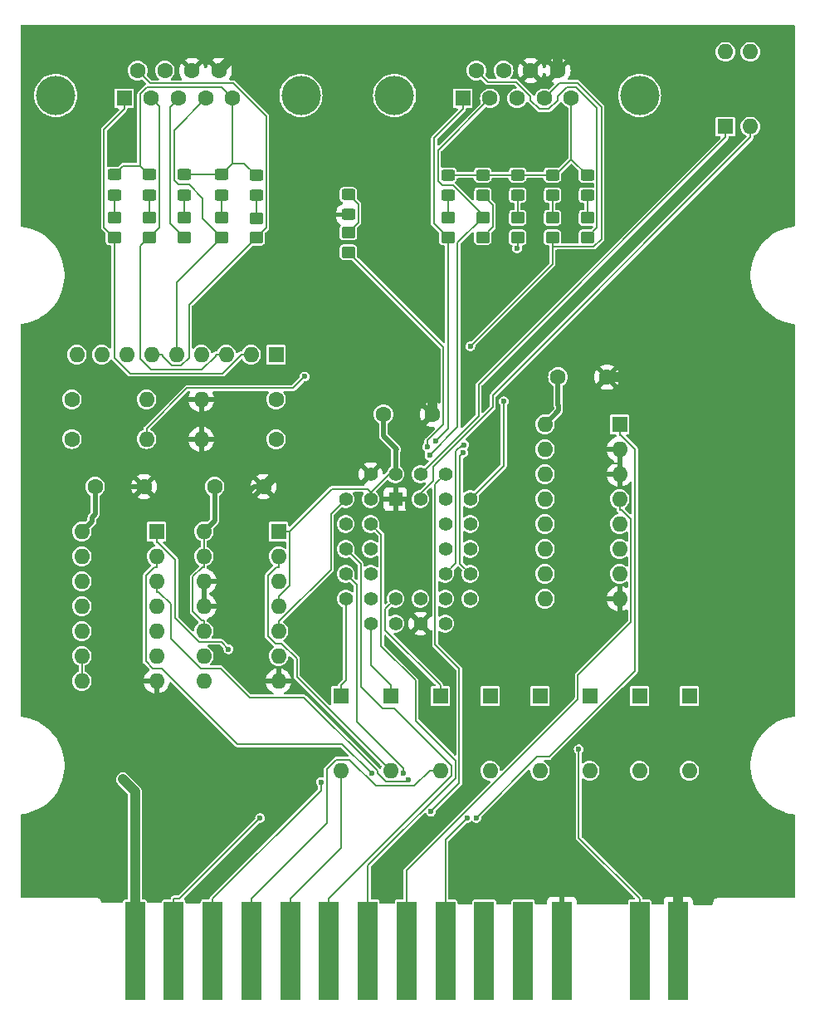
<source format=gbr>
%TF.GenerationSoftware,KiCad,Pcbnew,8.0.2*%
%TF.CreationDate,2025-01-23T22:42:54+01:00*%
%TF.ProjectId,p2000t-joystick-slot2-eeprom,70323030-3074-42d6-9a6f-79737469636b,rev?*%
%TF.SameCoordinates,Original*%
%TF.FileFunction,Copper,L1,Top*%
%TF.FilePolarity,Positive*%
%FSLAX46Y46*%
G04 Gerber Fmt 4.6, Leading zero omitted, Abs format (unit mm)*
G04 Created by KiCad (PCBNEW 8.0.2) date 2025-01-23 22:42:54*
%MOMM*%
%LPD*%
G01*
G04 APERTURE LIST*
G04 Aperture macros list*
%AMRoundRect*
0 Rectangle with rounded corners*
0 $1 Rounding radius*
0 $2 $3 $4 $5 $6 $7 $8 $9 X,Y pos of 4 corners*
0 Add a 4 corners polygon primitive as box body*
4,1,4,$2,$3,$4,$5,$6,$7,$8,$9,$2,$3,0*
0 Add four circle primitives for the rounded corners*
1,1,$1+$1,$2,$3*
1,1,$1+$1,$4,$5*
1,1,$1+$1,$6,$7*
1,1,$1+$1,$8,$9*
0 Add four rect primitives between the rounded corners*
20,1,$1+$1,$2,$3,$4,$5,0*
20,1,$1+$1,$4,$5,$6,$7,0*
20,1,$1+$1,$6,$7,$8,$9,0*
20,1,$1+$1,$8,$9,$2,$3,0*%
G04 Aperture macros list end*
%TA.AperFunction,SMDPad,CuDef*%
%ADD10RoundRect,0.250000X0.450000X-0.325000X0.450000X0.325000X-0.450000X0.325000X-0.450000X-0.325000X0*%
%TD*%
%TA.AperFunction,SMDPad,CuDef*%
%ADD11RoundRect,0.250000X0.450000X-0.350000X0.450000X0.350000X-0.450000X0.350000X-0.450000X-0.350000X0*%
%TD*%
%TA.AperFunction,SMDPad,CuDef*%
%ADD12RoundRect,0.250000X-0.450000X0.350000X-0.450000X-0.350000X0.450000X-0.350000X0.450000X0.350000X0*%
%TD*%
%TA.AperFunction,ComponentPad*%
%ADD13R,1.600000X1.600000*%
%TD*%
%TA.AperFunction,ComponentPad*%
%ADD14O,1.600000X1.600000*%
%TD*%
%TA.AperFunction,ComponentPad*%
%ADD15C,1.600000*%
%TD*%
%TA.AperFunction,ComponentPad*%
%ADD16C,4.000000*%
%TD*%
%TA.AperFunction,SMDPad,CuDef*%
%ADD17R,2.000000X10.000000*%
%TD*%
%TA.AperFunction,ComponentPad*%
%ADD18R,1.422400X1.422400*%
%TD*%
%TA.AperFunction,ComponentPad*%
%ADD19C,1.422400*%
%TD*%
%TA.AperFunction,ViaPad*%
%ADD20C,0.600000*%
%TD*%
%TA.AperFunction,Conductor*%
%ADD21C,0.200000*%
%TD*%
%TA.AperFunction,Conductor*%
%ADD22C,0.500000*%
%TD*%
%TA.AperFunction,Conductor*%
%ADD23C,1.000000*%
%TD*%
G04 APERTURE END LIST*
D10*
%TO.P,D16,1,K*%
%TO.N,Net-(D16-K)*%
X78994000Y-43951000D03*
%TO.P,D16,2,A*%
%TO.N,VCC*%
X78994000Y-41901000D03*
%TD*%
D11*
%TO.P,R11,1*%
%TO.N,Net-(D15-K)*%
X75438000Y-48228000D03*
%TO.P,R11,2*%
%TO.N,~{P2_DOWN}*%
X75438000Y-46228000D03*
%TD*%
D12*
%TO.P,R9,1*%
%TO.N,Net-(D13-K)*%
X52324000Y-46278000D03*
%TO.P,R9,2*%
%TO.N,~{P1_FIRE}*%
X52324000Y-48278000D03*
%TD*%
D10*
%TO.P,D18,1,K*%
%TO.N,Net-(D18-K)*%
X86106000Y-43942000D03*
%TO.P,D18,2,A*%
%TO.N,VCC*%
X86106000Y-41892000D03*
%TD*%
%TO.P,D11,1,K*%
%TO.N,Net-(D11-K)*%
X44958000Y-43910000D03*
%TO.P,D11,2,A*%
%TO.N,VCC*%
X44958000Y-41860000D03*
%TD*%
D12*
%TO.P,R14,1*%
%TO.N,Net-(D18-K)*%
X86106000Y-46260000D03*
%TO.P,R14,2*%
%TO.N,~{P2_FIRE}*%
X86106000Y-48260000D03*
%TD*%
%TO.P,R5,1*%
%TO.N,Net-(D9-K)*%
X37846000Y-46244000D03*
%TO.P,R5,2*%
%TO.N,~{P1_UP}*%
X37846000Y-48244000D03*
%TD*%
%TO.P,R10,1*%
%TO.N,Net-(D14-K)*%
X71882000Y-46260000D03*
%TO.P,R10,2*%
%TO.N,~{P2_UP}*%
X71882000Y-48260000D03*
%TD*%
D10*
%TO.P,D17,1,K*%
%TO.N,Net-(D17-K)*%
X82550000Y-43951000D03*
%TO.P,D17,2,A*%
%TO.N,VCC*%
X82550000Y-41901000D03*
%TD*%
%TO.P,D10,1,K*%
%TO.N,Net-(D10-K)*%
X41402000Y-43910000D03*
%TO.P,D10,2,A*%
%TO.N,VCC*%
X41402000Y-41860000D03*
%TD*%
D12*
%TO.P,R12,1*%
%TO.N,Net-(D16-K)*%
X78994000Y-46260000D03*
%TO.P,R12,2*%
%TO.N,~{P2_LEFT}*%
X78994000Y-48260000D03*
%TD*%
D10*
%TO.P,D13,1,K*%
%TO.N,Net-(D13-K)*%
X52324000Y-43942000D03*
%TO.P,D13,2,A*%
%TO.N,VCC*%
X52324000Y-41892000D03*
%TD*%
%TO.P,D19,1,K*%
%TO.N,GND*%
X61722000Y-45935000D03*
%TO.P,D19,2,A*%
%TO.N,Net-(D19-A)*%
X61722000Y-43885000D03*
%TD*%
%TO.P,D15,1,K*%
%TO.N,Net-(D15-K)*%
X75438000Y-43951000D03*
%TO.P,D15,2,A*%
%TO.N,VCC*%
X75438000Y-41901000D03*
%TD*%
D12*
%TO.P,R6,1*%
%TO.N,Net-(D10-K)*%
X41402000Y-46246000D03*
%TO.P,R6,2*%
%TO.N,~{P1_DOWN}*%
X41402000Y-48246000D03*
%TD*%
D10*
%TO.P,D14,1,K*%
%TO.N,Net-(D14-K)*%
X71882000Y-43960000D03*
%TO.P,D14,2,A*%
%TO.N,VCC*%
X71882000Y-41910000D03*
%TD*%
D12*
%TO.P,R7,1*%
%TO.N,Net-(D11-K)*%
X44958000Y-46246000D03*
%TO.P,R7,2*%
%TO.N,~{P1_LEFT}*%
X44958000Y-48246000D03*
%TD*%
%TO.P,R8,1*%
%TO.N,Net-(D12-K)*%
X48768000Y-46246000D03*
%TO.P,R8,2*%
%TO.N,~{P1_RIGHT}*%
X48768000Y-48246000D03*
%TD*%
D10*
%TO.P,D12,1,K*%
%TO.N,Net-(D12-K)*%
X48768000Y-43910000D03*
%TO.P,D12,2,A*%
%TO.N,VCC*%
X48768000Y-41860000D03*
%TD*%
D12*
%TO.P,R15,1*%
%TO.N,Net-(D19-A)*%
X61722000Y-47752000D03*
%TO.P,R15,2*%
%TO.N,KBIEN*%
X61722000Y-49752000D03*
%TD*%
%TO.P,R13,1*%
%TO.N,Net-(D17-K)*%
X82550000Y-46260000D03*
%TO.P,R13,2*%
%TO.N,~{P2_RIGHT}*%
X82550000Y-48260000D03*
%TD*%
D10*
%TO.P,D9,1,K*%
%TO.N,Net-(D9-K)*%
X37846000Y-43910000D03*
%TO.P,D9,2,A*%
%TO.N,VCC*%
X37846000Y-41860000D03*
%TD*%
D13*
%TO.P,SW1,1*%
%TO.N,DIP2*%
X100203000Y-36957000D03*
D14*
%TO.P,SW1,2*%
%TO.N,DIP1*%
X102743000Y-36957000D03*
%TO.P,SW1,3*%
%TO.N,VCC*%
X102743000Y-29337000D03*
%TO.P,SW1,4*%
X100203000Y-29337000D03*
%TD*%
D15*
%TO.P,C2,1*%
%TO.N,VCC*%
X83108000Y-62494000D03*
%TO.P,C2,2*%
%TO.N,GND*%
X88108000Y-62494000D03*
%TD*%
D16*
%TO.P,J1,0,PAD*%
%TO.N,unconnected-(J1-PAD-Pad0)*%
X31896000Y-33782000D03*
%TO.N,unconnected-(J1-PAD-Pad0)_0*%
X56896000Y-33782000D03*
D13*
%TO.P,J1,1,UP*%
%TO.N,~{P1_UP}*%
X38856000Y-34082000D03*
D15*
%TO.P,J1,2,DOWN*%
%TO.N,~{P1_DOWN}*%
X41626000Y-34082000D03*
%TO.P,J1,3,LEFT*%
%TO.N,~{P1_LEFT}*%
X44396000Y-34082000D03*
%TO.P,J1,4,RIGHT*%
%TO.N,~{P1_RIGHT}*%
X47166000Y-34082000D03*
%TO.P,J1,5,VCC*%
%TO.N,VCC*%
X49936000Y-34082000D03*
%TO.P,J1,6,FIRE*%
%TO.N,~{P1_FIRE}*%
X40241000Y-31242000D03*
%TO.P,J1,7,NC*%
%TO.N,unconnected-(J1-NC-Pad7)*%
X43011000Y-31242000D03*
%TO.P,J1,8,CC-DPAD*%
%TO.N,GND*%
X45781000Y-31242000D03*
%TO.P,J1,9,CC-FIRE*%
X48551000Y-31242000D03*
%TD*%
D13*
%TO.P,D6,1,K*%
%TO.N,Net-(D6-K)*%
X71120000Y-94996000D03*
D14*
%TO.P,D6,2,A*%
%TO.N,D5*%
X71120000Y-102616000D03*
%TD*%
D17*
%TO.P,J2,1b,Pin_1b*%
%TO.N,VCC*%
X39957000Y-120959000D03*
%TO.P,J2,2b,Pin_2b*%
%TO.N,D1*%
X43917000Y-120959000D03*
%TO.P,J2,3b,Pin_3b*%
%TO.N,D3*%
X47877000Y-120959000D03*
%TO.P,J2,4b,Pin_4b*%
%TO.N,D5*%
X51837000Y-120959000D03*
%TO.P,J2,5b,Pin_5b*%
%TO.N,D7*%
X55797000Y-120959000D03*
%TO.P,J2,6b,Pin_6b*%
%TO.N,A1*%
X59757000Y-120959000D03*
%TO.P,J2,7b,Pin_7b*%
%TO.N,A3*%
X63717000Y-120959000D03*
%TO.P,J2,8b,Pin_8b*%
%TO.N,A5*%
X67677000Y-120959000D03*
%TO.P,J2,9b,Pin_9b*%
%TO.N,A7*%
X71637000Y-120959000D03*
%TO.P,J2,10b,Pin_10b*%
%TO.N,unconnected-(J2-Pin_10b-Pad10b)*%
X75597000Y-120959000D03*
%TO.P,J2,11b,Pin_11b*%
%TO.N,unconnected-(J2-Pin_11b-Pad11b)*%
X79557000Y-120959000D03*
%TO.P,J2,12b,Pin_12b*%
%TO.N,GND*%
X83517000Y-120959000D03*
%TO.P,J2,14b,Pin_14b*%
%TO.N,~{WR}*%
X91451400Y-120959000D03*
%TO.P,J2,15b,Pin_15b*%
%TO.N,GND*%
X95397000Y-120959000D03*
%TD*%
D15*
%TO.P,C4,1*%
%TO.N,VCC*%
X48086000Y-73660000D03*
%TO.P,C4,2*%
%TO.N,GND*%
X53086000Y-73660000D03*
%TD*%
%TO.P,C1,1*%
%TO.N,VCC*%
X65318000Y-66294000D03*
%TO.P,C1,2*%
%TO.N,GND*%
X70318000Y-66294000D03*
%TD*%
%TO.P,R3,1*%
%TO.N,VCC*%
X33528000Y-68820000D03*
D14*
%TO.P,R3,2*%
%TO.N,~{P2_RIGHT}*%
X41148000Y-68820000D03*
%TD*%
D13*
%TO.P,RN1,1,common*%
%TO.N,VCC*%
X54356000Y-60198000D03*
D14*
%TO.P,RN1,2,R1*%
%TO.N,~{P1_UP}*%
X51816000Y-60198000D03*
%TO.P,RN1,3,R2*%
%TO.N,~{P1_DOWN}*%
X49276000Y-60198000D03*
%TO.P,RN1,4,R3*%
%TO.N,~{P1_LEFT}*%
X46736000Y-60198000D03*
%TO.P,RN1,5,R4*%
%TO.N,~{P1_RIGHT}*%
X44196000Y-60198000D03*
%TO.P,RN1,6,R5*%
%TO.N,~{P1_FIRE}*%
X41656000Y-60198000D03*
%TO.P,RN1,7,R6*%
%TO.N,~{P2_UP}*%
X39116000Y-60198000D03*
%TO.P,RN1,8,R7*%
%TO.N,~{P2_DOWN}*%
X36576000Y-60198000D03*
%TO.P,RN1,9,R8*%
%TO.N,~{P2_LEFT}*%
X34036000Y-60198000D03*
%TD*%
D13*
%TO.P,D8,1,K*%
%TO.N,Net-(D8-K)*%
X60960000Y-94996000D03*
D14*
%TO.P,D8,2,A*%
%TO.N,D7*%
X60960000Y-102616000D03*
%TD*%
D13*
%TO.P,U1,1*%
%TO.N,Net-(U3-E2)*%
X42164000Y-78232000D03*
D14*
%TO.P,U1,2*%
%TO.N,A6*%
X42164000Y-80772000D03*
%TO.P,U1,3*%
%TO.N,A7*%
X42164000Y-83312000D03*
%TO.P,U1,4*%
%TO.N,Net-(U1-Pad4)*%
X42164000Y-85852000D03*
%TO.P,U1,5*%
%TO.N,Net-(U3-~{Y0})*%
X42164000Y-88392000D03*
%TO.P,U1,6*%
%TO.N,~{RD}*%
X42164000Y-90932000D03*
%TO.P,U1,7,GND*%
%TO.N,GND*%
X42164000Y-93472000D03*
%TO.P,U1,8*%
%TO.N,Net-(U1-Pad4)*%
X34544000Y-93472000D03*
%TO.P,U1,9*%
X34544000Y-90932000D03*
%TO.P,U1,10*%
%TO.N,Net-(U4-OE)*%
X34544000Y-88392000D03*
%TO.P,U1,11*%
%TO.N,~{WR}*%
X34544000Y-85852000D03*
%TO.P,U1,12*%
%TO.N,Net-(U3-~{Y1})*%
X34544000Y-83312000D03*
%TO.P,U1,13*%
%TO.N,Net-(U2A-C)*%
X34544000Y-80772000D03*
%TO.P,U1,14,VCC*%
%TO.N,VCC*%
X34544000Y-78232000D03*
%TD*%
D15*
%TO.P,R1,1*%
%TO.N,DIP2*%
X54356000Y-64770000D03*
D14*
%TO.P,R1,2*%
%TO.N,GND*%
X46736000Y-64770000D03*
%TD*%
D13*
%TO.P,D5,1,K*%
%TO.N,Net-(D5-K)*%
X76200000Y-94996000D03*
D14*
%TO.P,D5,2,A*%
%TO.N,D4*%
X76200000Y-102616000D03*
%TD*%
D13*
%TO.P,D3,1,K*%
%TO.N,Net-(D3-K)*%
X86360000Y-94996000D03*
D14*
%TO.P,D3,2,A*%
%TO.N,D2*%
X86360000Y-102616000D03*
%TD*%
D13*
%TO.P,D4,1,K*%
%TO.N,Net-(D4-K)*%
X81280000Y-94996000D03*
D14*
%TO.P,D4,2,A*%
%TO.N,D3*%
X81280000Y-102616000D03*
%TD*%
D15*
%TO.P,R2,1*%
%TO.N,DIP1*%
X54356000Y-68834000D03*
D14*
%TO.P,R2,2*%
%TO.N,GND*%
X46736000Y-68834000D03*
%TD*%
D16*
%TO.P,J3,0,PAD*%
%TO.N,unconnected-(J3-PAD-Pad0)*%
X66446000Y-33782000D03*
%TO.N,unconnected-(J3-PAD-Pad0)_0*%
X91446000Y-33782000D03*
D13*
%TO.P,J3,1,UP*%
%TO.N,~{P2_UP}*%
X73406000Y-34082000D03*
D15*
%TO.P,J3,2,DOWN*%
%TO.N,~{P2_DOWN}*%
X76176000Y-34082000D03*
%TO.P,J3,3,LEFT*%
%TO.N,~{P2_LEFT}*%
X78946000Y-34082000D03*
%TO.P,J3,4,RIGHT*%
%TO.N,~{P2_RIGHT}*%
X81716000Y-34082000D03*
%TO.P,J3,5,VCC*%
%TO.N,VCC*%
X84486000Y-34082000D03*
%TO.P,J3,6,FIRE*%
%TO.N,~{P2_FIRE}*%
X74791000Y-31242000D03*
%TO.P,J3,7,NC*%
%TO.N,unconnected-(J3-NC-Pad7)*%
X77561000Y-31242000D03*
%TO.P,J3,8,CC-DPAD*%
%TO.N,GND*%
X80331000Y-31242000D03*
%TO.P,J3,9,CC-FIRE*%
X83101000Y-31242000D03*
%TD*%
%TO.P,R4,1*%
%TO.N,VCC*%
X33528000Y-64770000D03*
D14*
%TO.P,R4,2*%
%TO.N,~{P2_FIRE}*%
X41148000Y-64770000D03*
%TD*%
D18*
%TO.P,U4,1,NC*%
%TO.N,GND*%
X66548000Y-74930000D03*
D19*
%TO.P,U4,2,A16*%
%TO.N,DIP2*%
X69088000Y-72390000D03*
%TO.P,U4,3,A15*%
%TO.N,DIP1*%
X69088000Y-74930000D03*
%TO.P,U4,4,A12*%
%TO.N,A2*%
X71628000Y-72390000D03*
%TO.P,U4,5,A7*%
%TO.N,~{P2_LEFT}*%
X74168000Y-74930000D03*
%TO.P,U4,6,A6*%
%TO.N,~{P2_DOWN}*%
X71628000Y-74930000D03*
%TO.P,U4,7,A5*%
%TO.N,~{P2_UP}*%
X74168000Y-77470000D03*
%TO.P,U4,8,A4*%
%TO.N,~{P1_FIRE}*%
X71628000Y-77470000D03*
%TO.P,U4,9,A3*%
%TO.N,~{P1_RIGHT}*%
X74168000Y-80010000D03*
%TO.P,U4,10,A2*%
%TO.N,~{P1_LEFT}*%
X71628000Y-80010000D03*
%TO.P,U4,11,A1*%
%TO.N,~{P1_DOWN}*%
X74168000Y-82550000D03*
%TO.P,U4,12,A0*%
%TO.N,~{P1_UP}*%
X71628000Y-82550000D03*
%TO.P,U4,13,D0*%
%TO.N,Net-(D1-K)*%
X74168000Y-85090000D03*
%TO.P,U4,14,D1*%
%TO.N,Net-(D2-K)*%
X71628000Y-87630000D03*
%TO.P,U4,15,D2*%
%TO.N,Net-(D3-K)*%
X71628000Y-85090000D03*
%TO.P,U4,16,GND*%
%TO.N,GND*%
X69088000Y-87630000D03*
%TO.P,U4,17,D3*%
%TO.N,Net-(D4-K)*%
X69088000Y-85090000D03*
%TO.P,U4,18,D4*%
%TO.N,Net-(D5-K)*%
X66548000Y-87630000D03*
%TO.P,U4,19,D5*%
%TO.N,Net-(D6-K)*%
X66548000Y-85090000D03*
%TO.P,U4,20,D6*%
%TO.N,Net-(D7-K)*%
X64008000Y-87630000D03*
%TO.P,U4,21,D7*%
%TO.N,Net-(D8-K)*%
X61468000Y-85090000D03*
%TO.P,U4,22,CE*%
%TO.N,GND*%
X64008000Y-85090000D03*
%TO.P,U4,23,A10*%
%TO.N,A0*%
X61468000Y-82550000D03*
%TO.P,U4,24,OE*%
%TO.N,Net-(U4-OE)*%
X64008000Y-82550000D03*
%TO.P,U4,25,A11*%
%TO.N,A1*%
X61468000Y-80010000D03*
%TO.P,U4,26,A9*%
%TO.N,~{P2_FIRE}*%
X64008000Y-80010000D03*
%TO.P,U4,27,A8*%
%TO.N,~{P2_RIGHT}*%
X61468000Y-77470000D03*
%TO.P,U4,28,A13*%
%TO.N,A3*%
X64008000Y-77470000D03*
%TO.P,U4,29,A14*%
%TO.N,KBIEN*%
X61468000Y-74930000D03*
%TO.P,U4,30,NC*%
%TO.N,GND*%
X64008000Y-72390000D03*
%TO.P,U4,31,PGM*%
%TO.N,VCC*%
X64008000Y-74930000D03*
%TO.P,U4,32,VCC*%
X66548000Y-72390000D03*
%TD*%
D13*
%TO.P,U2,1,~{R}*%
%TO.N,VCC*%
X54610000Y-78232000D03*
D14*
%TO.P,U2,2,D*%
%TO.N,D6*%
X54610000Y-80772000D03*
%TO.P,U2,3,C*%
%TO.N,Net-(U2A-C)*%
X54610000Y-83312000D03*
%TO.P,U2,4,~{S}*%
%TO.N,VCC*%
X54610000Y-85852000D03*
%TO.P,U2,5,Q*%
%TO.N,KBIEN*%
X54610000Y-88392000D03*
%TO.P,U2,6,~{Q}*%
%TO.N,unconnected-(U2A-~{Q}-Pad6)*%
X54610000Y-90932000D03*
%TO.P,U2,7,GND*%
%TO.N,GND*%
X54610000Y-93472000D03*
%TO.P,U2,8,~{Q}*%
%TO.N,unconnected-(U2B-~{Q}-Pad8)*%
X46990000Y-93472000D03*
%TO.P,U2,9,Q*%
%TO.N,unconnected-(U2B-Q-Pad9)*%
X46990000Y-90932000D03*
%TO.P,U2,10,~{S}*%
%TO.N,VCC*%
X46990000Y-88392000D03*
%TO.P,U2,11,C*%
%TO.N,GND*%
X46990000Y-85852000D03*
%TO.P,U2,12,D*%
X46990000Y-83312000D03*
%TO.P,U2,13,~{R}*%
%TO.N,VCC*%
X46990000Y-80772000D03*
%TO.P,U2,14,VCC*%
X46990000Y-78232000D03*
%TD*%
D13*
%TO.P,D1,1,K*%
%TO.N,Net-(D1-K)*%
X96520000Y-94996000D03*
D14*
%TO.P,D1,2,A*%
%TO.N,D0*%
X96520000Y-102616000D03*
%TD*%
D13*
%TO.P,D7,1,K*%
%TO.N,Net-(D7-K)*%
X66040000Y-94996000D03*
D14*
%TO.P,D7,2,A*%
%TO.N,D6*%
X66040000Y-102616000D03*
%TD*%
D13*
%TO.P,U3,1,A0*%
%TO.N,A4*%
X89408000Y-67310000D03*
D14*
%TO.P,U3,2,A1*%
%TO.N,GND*%
X89408000Y-69850000D03*
%TO.P,U3,3,A2*%
X89408000Y-72390000D03*
%TO.P,U3,4,~{E0}*%
%TO.N,A5*%
X89408000Y-74930000D03*
%TO.P,U3,5,~{E1}*%
%TO.N,~{IORQ}*%
X89408000Y-77470000D03*
%TO.P,U3,6,E2*%
%TO.N,Net-(U3-E2)*%
X89408000Y-80010000D03*
%TO.P,U3,7,~{Y7}*%
%TO.N,unconnected-(U3-~{Y7}-Pad7)*%
X89408000Y-82550000D03*
%TO.P,U3,8,GND*%
%TO.N,GND*%
X89408000Y-85090000D03*
%TO.P,U3,9,~{Y6}*%
%TO.N,unconnected-(U3-~{Y6}-Pad9)*%
X81788000Y-85090000D03*
%TO.P,U3,10,~{Y5}*%
%TO.N,unconnected-(U3-~{Y5}-Pad10)*%
X81788000Y-82550000D03*
%TO.P,U3,11,~{Y4}*%
%TO.N,unconnected-(U3-~{Y4}-Pad11)*%
X81788000Y-80010000D03*
%TO.P,U3,12,~{Y3}*%
%TO.N,unconnected-(U3-~{Y3}-Pad12)*%
X81788000Y-77470000D03*
%TO.P,U3,13,~{Y2}*%
%TO.N,unconnected-(U3-~{Y2}-Pad13)*%
X81788000Y-74930000D03*
%TO.P,U3,14,~{Y1}*%
%TO.N,Net-(U3-~{Y1})*%
X81788000Y-72390000D03*
%TO.P,U3,15,~{Y0}*%
%TO.N,Net-(U3-~{Y0})*%
X81788000Y-69850000D03*
%TO.P,U3,16,VCC*%
%TO.N,VCC*%
X81788000Y-67310000D03*
%TD*%
D13*
%TO.P,D2,1,K*%
%TO.N,Net-(D2-K)*%
X91440000Y-94996000D03*
D14*
%TO.P,D2,2,A*%
%TO.N,D1*%
X91440000Y-102616000D03*
%TD*%
D15*
%TO.P,C3,1*%
%TO.N,VCC*%
X35894000Y-73660000D03*
%TO.P,C3,2*%
%TO.N,GND*%
X40894000Y-73660000D03*
%TD*%
D20*
%TO.N,GND*%
X101600000Y-105410000D03*
%TO.N,VCC*%
X38735000Y-103505000D03*
%TO.N,~{P1_UP}*%
X73525100Y-69391300D03*
%TO.N,~{P1_DOWN}*%
X73444600Y-70191500D03*
%TO.N,~{P2_RIGHT}*%
X74177800Y-59356500D03*
X57269000Y-62446300D03*
%TO.N,~{P2_UP}*%
X70605900Y-69000600D03*
%TO.N,~{P2_DOWN}*%
X70012000Y-70457100D03*
%TO.N,A7*%
X73879700Y-107432200D03*
X67813400Y-103572600D03*
%TO.N,A4*%
X74779000Y-107425200D03*
%TO.N,A0*%
X67351200Y-102862300D03*
%TO.N,A6*%
X64090500Y-102905000D03*
%TO.N,D3*%
X58922600Y-103781600D03*
%TO.N,A2*%
X70144000Y-106779300D03*
%TO.N,D1*%
X52736000Y-107447300D03*
%TO.N,~{P2_LEFT}*%
X77588500Y-64963100D03*
X78946000Y-49368100D03*
%TO.N,~{WR}*%
X85244300Y-100429300D03*
%TO.N,Net-(U3-E2)*%
X49509700Y-90233700D03*
%TO.N,KBIEN*%
X69793700Y-69600700D03*
%TD*%
D21*
%TO.N,Net-(D9-K)*%
X37846000Y-43910000D02*
X37846000Y-46244000D01*
%TO.N,GND*%
X83517000Y-120959000D02*
X83517000Y-115658900D01*
X59529600Y-67911600D02*
X58834400Y-67911600D01*
X67559300Y-75832500D02*
X67559300Y-74930000D01*
D22*
X50800000Y-74930000D02*
X52070000Y-73660000D01*
D21*
X46990000Y-83312000D02*
X47540100Y-83312000D01*
D23*
X59690000Y-58420000D02*
X59690000Y-67056000D01*
D22*
X38735000Y-73660000D02*
X40894000Y-73660000D01*
X67926800Y-86468800D02*
X67926800Y-76200000D01*
D21*
X47540100Y-83312000D02*
X46990000Y-83862100D01*
X47540100Y-83312000D02*
X48090100Y-83312000D01*
D23*
X101600000Y-49530000D02*
X100330000Y-49530000D01*
X95397000Y-120959000D02*
X95397000Y-111613000D01*
X100330000Y-49530000D02*
X100330000Y-60960000D01*
X81383000Y-27837000D02*
X105307000Y-27837000D01*
D22*
X89408000Y-85090000D02*
X86995000Y-85090000D01*
D21*
X46990000Y-83862100D02*
X46990000Y-85852000D01*
D23*
X105307000Y-27837000D02*
X106680000Y-29210000D01*
X51009000Y-28784000D02*
X48551000Y-31242000D01*
X60960000Y-30480000D02*
X60960000Y-38100000D01*
X63500000Y-27940000D02*
X60960000Y-30480000D01*
D22*
X38862000Y-93472000D02*
X38100000Y-92710000D01*
D21*
X48540100Y-83762000D02*
X48090100Y-83312000D01*
D23*
X100330000Y-60960000D02*
X99060000Y-62230000D01*
X63500000Y-27940000D02*
X51853000Y-27940000D01*
D21*
X50800000Y-83762000D02*
X48540100Y-83762000D01*
D23*
X60960000Y-38100000D02*
X59690000Y-39370000D01*
D22*
X67926800Y-76200000D02*
X67926800Y-68685200D01*
X86360000Y-84455000D02*
X86360000Y-71320000D01*
D23*
X51435000Y-28358000D02*
X51009000Y-28784000D01*
D21*
X46736000Y-68834000D02*
X46736000Y-64770000D01*
D23*
X81280000Y-27940000D02*
X81383000Y-27837000D01*
D22*
X50800000Y-83762000D02*
X50800000Y-74930000D01*
D23*
X97526000Y-62494000D02*
X88108000Y-62494000D01*
X63500000Y-27940000D02*
X81280000Y-27940000D01*
X106680000Y-29210000D02*
X106680000Y-44450000D01*
D21*
X59690000Y-45806000D02*
X61593000Y-45806000D01*
D23*
X99060000Y-62230000D02*
X97790000Y-62230000D01*
D21*
X61593000Y-45806000D02*
X61722000Y-45935000D01*
D23*
X97790000Y-62230000D02*
X97526000Y-62494000D01*
D22*
X67926800Y-68685200D02*
X70318000Y-66294000D01*
D23*
X59690000Y-67056000D02*
X58834400Y-67911600D01*
D22*
X51562000Y-93472000D02*
X50800000Y-92710000D01*
D21*
X67926800Y-76200000D02*
X67559300Y-75832500D01*
D22*
X86995000Y-85090000D02*
X86360000Y-84455000D01*
X50800000Y-92710000D02*
X50800000Y-83762000D01*
D21*
X98498500Y-108511500D02*
X94434200Y-108511500D01*
X66548000Y-74930000D02*
X67559300Y-74930000D01*
X85720800Y-99798100D02*
X84992600Y-99798100D01*
D23*
X106680000Y-44450000D02*
X101600000Y-49530000D01*
X98498500Y-108511500D02*
X101600000Y-105410000D01*
X81280000Y-27940000D02*
X83101000Y-29761000D01*
D22*
X86360000Y-64135000D02*
X86467000Y-64135000D01*
D21*
X84992600Y-99798100D02*
X83517000Y-101273700D01*
X64008000Y-72390000D02*
X59529600Y-67911600D01*
D22*
X38100000Y-74295000D02*
X38735000Y-73660000D01*
D21*
X83517000Y-101273700D02*
X83517000Y-115658900D01*
D22*
X86360000Y-71320000D02*
X86360000Y-64135000D01*
D21*
X89408000Y-71320000D02*
X89408000Y-72390000D01*
D23*
X83101000Y-29761000D02*
X83101000Y-31242000D01*
D21*
X86360000Y-71320000D02*
X89408000Y-71320000D01*
D23*
X101600000Y-105410000D02*
X101600000Y-62230000D01*
D22*
X54610000Y-93472000D02*
X51562000Y-93472000D01*
D23*
X67945000Y-58420000D02*
X70485000Y-60960000D01*
D22*
X69088000Y-87630000D02*
X67926800Y-86468800D01*
D23*
X95397000Y-111613000D02*
X98498500Y-108511500D01*
X59690000Y-45806000D02*
X59690000Y-58420000D01*
X101600000Y-62230000D02*
X100330000Y-60960000D01*
X51435000Y-28358000D02*
X51009000Y-28784000D01*
D21*
X94434200Y-108511500D02*
X85720800Y-99798100D01*
D23*
X70485000Y-60960000D02*
X70318000Y-61127000D01*
D22*
X86467000Y-64135000D02*
X88108000Y-62494000D01*
D23*
X58834400Y-67911600D02*
X53086000Y-73660000D01*
D22*
X38100000Y-92710000D02*
X38100000Y-74295000D01*
X52070000Y-73660000D02*
X53086000Y-73660000D01*
D23*
X59690000Y-58420000D02*
X67945000Y-58420000D01*
D22*
X42164000Y-93472000D02*
X38862000Y-93472000D01*
D23*
X70318000Y-61127000D02*
X70318000Y-66294000D01*
X59690000Y-39370000D02*
X59690000Y-45806000D01*
D21*
X89408000Y-69850000D02*
X89408000Y-71320000D01*
D23*
X51853000Y-27940000D02*
X51435000Y-28358000D01*
%TO.N,VCC*%
X39957000Y-120959000D02*
X39957000Y-104727000D01*
D21*
X64008000Y-74233600D02*
X63685800Y-73911400D01*
X49936000Y-34082000D02*
X49936000Y-40692000D01*
X71882000Y-41910000D02*
X75429000Y-41910000D01*
X40499800Y-33637000D02*
X41204000Y-32932800D01*
X54610000Y-78232000D02*
X55710100Y-78232000D01*
D22*
X66548000Y-71693600D02*
X66548000Y-72390000D01*
D21*
X63685800Y-73911400D02*
X60030700Y-73911400D01*
X54610000Y-85852000D02*
X54610000Y-84751900D01*
X75438000Y-41901000D02*
X78994000Y-41901000D01*
X46990000Y-81872100D02*
X46852500Y-81872100D01*
X45879100Y-86409000D02*
X46762000Y-87291900D01*
D22*
X35560000Y-76835000D02*
X35894000Y-76501000D01*
D21*
X40499800Y-40957800D02*
X40499800Y-33637000D01*
X75429000Y-41910000D02*
X75438000Y-41901000D01*
X38748200Y-40957800D02*
X40499800Y-40957800D01*
X37846000Y-41860000D02*
X38748200Y-40957800D01*
X64008000Y-74233600D02*
X66548000Y-71693600D01*
D22*
X48086000Y-73660000D02*
X48086000Y-77136000D01*
D21*
X40499800Y-40957800D02*
X41402000Y-41860000D01*
X46990000Y-80772000D02*
X46990000Y-81872100D01*
X49936000Y-40692000D02*
X48768000Y-41860000D01*
X84486000Y-40272000D02*
X86106000Y-41892000D01*
D22*
X83185000Y-65405000D02*
X83108000Y-65328000D01*
X81788000Y-67310000D02*
X83185000Y-65913000D01*
D21*
X49936000Y-40692000D02*
X51124000Y-40692000D01*
X64008000Y-74930000D02*
X64008000Y-74233600D01*
X82857000Y-41901000D02*
X84486000Y-40272000D01*
X84486000Y-34082000D02*
X84486000Y-40272000D01*
D22*
X83185000Y-65913000D02*
X83185000Y-65405000D01*
X66675000Y-69850000D02*
X66548000Y-69977000D01*
X65318000Y-66294000D02*
X65318000Y-68493000D01*
X65318000Y-68493000D02*
X66675000Y-69850000D01*
D21*
X46762000Y-87291900D02*
X46990000Y-87291900D01*
X82550000Y-41901000D02*
X82857000Y-41901000D01*
D22*
X35894000Y-76501000D02*
X35894000Y-73660000D01*
D21*
X48768000Y-41860000D02*
X44958000Y-41860000D01*
D22*
X48086000Y-77136000D02*
X46990000Y-78232000D01*
D21*
X55710100Y-78232000D02*
X55710100Y-83767800D01*
D23*
X39957000Y-104727000D02*
X38735000Y-103505000D01*
D21*
X60030700Y-73911400D02*
X55710100Y-78232000D01*
X46852500Y-81872100D02*
X45879100Y-82845500D01*
X78994000Y-41901000D02*
X82550000Y-41901000D01*
D22*
X34544000Y-78232000D02*
X35560000Y-77216000D01*
X83108000Y-65328000D02*
X83108000Y-62494000D01*
D21*
X41204000Y-32932800D02*
X48786800Y-32932800D01*
X46990000Y-78232000D02*
X46990000Y-80772000D01*
D22*
X66548000Y-69977000D02*
X66548000Y-71693600D01*
X35560000Y-77216000D02*
X35560000Y-76835000D01*
D21*
X54726000Y-84751900D02*
X54610000Y-84751900D01*
X48786800Y-32932800D02*
X49936000Y-34082000D01*
X55710100Y-83767800D02*
X54726000Y-84751900D01*
X51124000Y-40692000D02*
X52324000Y-41892000D01*
X46990000Y-88392000D02*
X46990000Y-87291900D01*
X45879100Y-82845500D02*
X45879100Y-86409000D01*
%TO.N,~{P1_FIRE}*%
X43760300Y-61339700D02*
X44670100Y-61339700D01*
X45466000Y-60543800D02*
X45466000Y-55136000D01*
X49953100Y-32532600D02*
X53364900Y-35944400D01*
X41656000Y-60198000D02*
X42756100Y-60198000D01*
X42756100Y-60198000D02*
X42756100Y-60335500D01*
X44670100Y-61339700D02*
X45466000Y-60543800D01*
X40241000Y-31242000D02*
X41531600Y-32532600D01*
X53364900Y-35944400D02*
X53364900Y-47237100D01*
X45466000Y-55136000D02*
X52324000Y-48278000D01*
X41531600Y-32532600D02*
X49953100Y-32532600D01*
X42756100Y-60335500D02*
X43760300Y-61339700D01*
X53364900Y-47237100D02*
X52324000Y-48278000D01*
%TO.N,~{P1_UP}*%
X50715900Y-60315200D02*
X50715900Y-60198000D01*
X37846000Y-48244000D02*
X37846000Y-60521700D01*
X71628000Y-82550000D02*
X72718300Y-81459700D01*
X39464400Y-62140100D02*
X48891000Y-62140100D01*
X72718300Y-81459700D02*
X72718300Y-70056600D01*
X51816000Y-60198000D02*
X50715900Y-60198000D01*
X37846000Y-60521700D02*
X39464400Y-62140100D01*
X72718300Y-70056600D02*
X73383600Y-69391300D01*
X36819500Y-47217500D02*
X36819500Y-37218600D01*
X73383600Y-69391300D02*
X73525100Y-69391300D01*
X38856000Y-34082000D02*
X38856000Y-35182100D01*
X48891000Y-62140100D02*
X50715900Y-60315200D01*
X36819500Y-37218600D02*
X38856000Y-35182100D01*
X37846000Y-48244000D02*
X36819500Y-47217500D01*
%TO.N,~{P1_LEFT}*%
X43533200Y-46821200D02*
X44958000Y-48246000D01*
X43533200Y-34944800D02*
X43533200Y-46821200D01*
X44396000Y-34082000D02*
X43533200Y-34944800D01*
%TO.N,~{P1_DOWN}*%
X73118500Y-70517600D02*
X73444600Y-70191500D01*
X48175900Y-60198000D02*
X48175900Y-60335500D01*
X46771500Y-61739900D02*
X41588600Y-61739900D01*
X40513000Y-60664300D02*
X40513000Y-49135000D01*
X41588600Y-61739900D02*
X40513000Y-60664300D01*
X48175900Y-60335500D02*
X46771500Y-61739900D01*
X40513000Y-49135000D02*
X41402000Y-48246000D01*
X49276000Y-60198000D02*
X48175900Y-60198000D01*
X42417200Y-34873200D02*
X42417200Y-47230800D01*
X42417200Y-47230800D02*
X41402000Y-48246000D01*
X41626000Y-34082000D02*
X42417200Y-34873200D01*
X73118500Y-81500500D02*
X73118500Y-70517600D01*
X74168000Y-82550000D02*
X73118500Y-81500500D01*
%TO.N,~{P1_RIGHT}*%
X46863000Y-46341000D02*
X46863000Y-44260600D01*
X44196000Y-52818000D02*
X48768000Y-48246000D01*
X45487400Y-42885000D02*
X44424900Y-42885000D01*
X48768000Y-48246000D02*
X46863000Y-46341000D01*
X43945100Y-42405200D02*
X43945100Y-37302900D01*
X46863000Y-44260600D02*
X45487400Y-42885000D01*
X44196000Y-60198000D02*
X44196000Y-52818000D01*
X44424900Y-42885000D02*
X43945100Y-42405200D01*
X43945100Y-37302900D02*
X47166000Y-34082000D01*
%TO.N,~{P2_RIGHT}*%
X82550000Y-50984300D02*
X82550000Y-49186500D01*
X74177800Y-59356500D02*
X82550000Y-50984300D01*
X86765300Y-49186500D02*
X87549400Y-48402400D01*
X87549400Y-48402400D02*
X87549400Y-34948300D01*
X87549400Y-34948300D02*
X85112600Y-32511500D01*
X85112600Y-32511500D02*
X83286500Y-32511500D01*
X83286500Y-32511500D02*
X81716000Y-34082000D01*
X41148000Y-68820000D02*
X41148000Y-67719900D01*
X41148000Y-67719900D02*
X45240500Y-63627400D01*
X82550000Y-49186500D02*
X86765300Y-49186500D01*
X56087900Y-63627400D02*
X57269000Y-62446300D01*
X45240500Y-63627400D02*
X56087900Y-63627400D01*
X82550000Y-49186500D02*
X82550000Y-48260000D01*
%TO.N,~{P2_FIRE}*%
X84996900Y-32961600D02*
X83982100Y-32961600D01*
X83101100Y-34261300D02*
X82180200Y-35182200D01*
X80331100Y-33910400D02*
X78833100Y-32412400D01*
X82180200Y-35182200D02*
X81235900Y-35182200D01*
X86106000Y-48260000D02*
X87107200Y-47258800D01*
X80331100Y-34277400D02*
X80331100Y-33910400D01*
X81235900Y-35182200D02*
X80331100Y-34277400D01*
X83101100Y-33842600D02*
X83101100Y-34261300D01*
X83982100Y-32961600D02*
X83101100Y-33842600D01*
X87107200Y-47258800D02*
X87107200Y-35071900D01*
X75961400Y-32412400D02*
X74791000Y-31242000D01*
X78833100Y-32412400D02*
X75961400Y-32412400D01*
X87107200Y-35071900D02*
X84996900Y-32961600D01*
%TO.N,~{P2_UP}*%
X70476200Y-46854200D02*
X71882000Y-48260000D01*
X73406000Y-35182100D02*
X70476200Y-38111900D01*
X73406000Y-34082000D02*
X73406000Y-35182100D01*
X71882000Y-67724500D02*
X70605900Y-69000600D01*
X70476200Y-38111900D02*
X70476200Y-46854200D01*
X71882000Y-48260000D02*
X71882000Y-67724500D01*
%TO.N,~{P2_DOWN}*%
X72883200Y-48782800D02*
X72883200Y-67585900D01*
X70876300Y-39381700D02*
X70876300Y-42486100D01*
X76176000Y-34082000D02*
X70876300Y-39381700D01*
X75438000Y-46228000D02*
X72883200Y-48782800D01*
X72422500Y-42935000D02*
X75438000Y-45950500D01*
X75438000Y-45950500D02*
X75438000Y-46228000D01*
X70876300Y-42486100D02*
X71325200Y-42935000D01*
X72883200Y-67585900D02*
X70012000Y-70457100D01*
X71325200Y-42935000D02*
X72422500Y-42935000D01*
%TO.N,A7*%
X43603800Y-89130100D02*
X43603800Y-85624000D01*
X57210100Y-95175900D02*
X51710500Y-95175900D01*
X67813400Y-103572600D02*
X67655600Y-103730400D01*
X71637000Y-120959000D02*
X71637000Y-109674900D01*
X48736600Y-92202000D02*
X46675700Y-92202000D01*
X43603800Y-85624000D02*
X42391900Y-84412100D01*
X64690600Y-102656400D02*
X57210100Y-95175900D01*
X46675700Y-92202000D02*
X43603800Y-89130100D01*
X64690600Y-102835200D02*
X64690600Y-102656400D01*
X42164000Y-83312000D02*
X42164000Y-84412100D01*
X42391900Y-84412100D02*
X42164000Y-84412100D01*
X65585800Y-103730400D02*
X64690600Y-102835200D01*
X67655600Y-103730400D02*
X65585800Y-103730400D01*
X51710500Y-95175900D02*
X48736600Y-92202000D01*
X71637000Y-109674900D02*
X73879700Y-107432200D01*
%TO.N,D5*%
X60505600Y-101510800D02*
X61847700Y-101510800D01*
X71120000Y-102616000D02*
X70019900Y-102616000D01*
X51837000Y-115658900D02*
X59528700Y-107967200D01*
X64517400Y-104180500D02*
X68455400Y-104180500D01*
X61847700Y-101510800D02*
X64517400Y-104180500D01*
X59528700Y-107967200D02*
X59528700Y-102487700D01*
X51837000Y-120959000D02*
X51837000Y-115658900D01*
X68455400Y-104180500D02*
X70019900Y-102616000D01*
X59528700Y-102487700D02*
X60505600Y-101510800D01*
%TO.N,A4*%
X90964600Y-92450800D02*
X90964600Y-69829200D01*
X82215700Y-101199700D02*
X90964600Y-92450800D01*
X90964600Y-69829200D02*
X89545500Y-68410100D01*
X74779000Y-107425200D02*
X81004500Y-101199700D01*
X89408000Y-67310000D02*
X89408000Y-68410100D01*
X81004500Y-101199700D02*
X82215700Y-101199700D01*
X89545500Y-68410100D02*
X89408000Y-68410100D01*
%TO.N,D6*%
X54382000Y-81872100D02*
X54610000Y-81872100D01*
X56484400Y-91227500D02*
X54918900Y-89662000D01*
X66040000Y-102616000D02*
X56484400Y-93060400D01*
X54918900Y-89662000D02*
X54302300Y-89662000D01*
X54302300Y-89662000D02*
X53506300Y-88866000D01*
X53506300Y-88866000D02*
X53506300Y-82747800D01*
X53506300Y-82747800D02*
X54382000Y-81872100D01*
X54610000Y-80772000D02*
X54610000Y-81872100D01*
X56484400Y-93060400D02*
X56484400Y-91227500D01*
%TO.N,A5*%
X85134300Y-92914900D02*
X90561700Y-87487500D01*
X89408000Y-74930000D02*
X89408000Y-76030100D01*
X85134300Y-95316900D02*
X85134300Y-92914900D01*
X89635900Y-76030100D02*
X89408000Y-76030100D01*
X90561700Y-76955900D02*
X89635900Y-76030100D01*
X67677000Y-120959000D02*
X67677000Y-112774200D01*
X90561700Y-87487500D02*
X90561700Y-76955900D01*
X67677000Y-112774200D02*
X85134300Y-95316900D01*
%TO.N,A0*%
X67351200Y-102345800D02*
X67351200Y-102862300D01*
X61468000Y-82550000D02*
X62596400Y-83678400D01*
X62596400Y-97591000D02*
X67351200Y-102345800D01*
X62596400Y-83678400D02*
X62596400Y-97591000D01*
%TO.N,D7*%
X60960000Y-110495900D02*
X55797000Y-115658900D01*
X60960000Y-102616000D02*
X60960000Y-110495900D01*
X55797000Y-120959000D02*
X55797000Y-115658900D01*
%TO.N,A6*%
X41063800Y-91488800D02*
X41063800Y-82744300D01*
X50406600Y-99914600D02*
X42694000Y-92202000D01*
X41063800Y-82744300D02*
X41936000Y-81872100D01*
X41936000Y-81872100D02*
X42164000Y-81872100D01*
X61100100Y-99914600D02*
X50406600Y-99914600D01*
X42164000Y-80772000D02*
X42164000Y-81872100D01*
X64090500Y-102905000D02*
X61100100Y-99914600D01*
X42694000Y-92202000D02*
X41777000Y-92202000D01*
X41777000Y-92202000D02*
X41063800Y-91488800D01*
%TO.N,D3*%
X47877000Y-120959000D02*
X47877000Y-115658900D01*
X47877000Y-115658900D02*
X58922600Y-104613300D01*
X58922600Y-104613300D02*
X58922600Y-103781600D01*
%TO.N,A3*%
X63717000Y-120959000D02*
X63717000Y-112284800D01*
X65084100Y-89914500D02*
X65084100Y-78546100D01*
X68580000Y-93410400D02*
X65084100Y-89914500D01*
X63717000Y-112284800D02*
X72645800Y-103356000D01*
X72645800Y-103356000D02*
X72645800Y-101566700D01*
X65084100Y-78546100D02*
X64008000Y-77470000D01*
X72645800Y-101566700D02*
X68580000Y-97500900D01*
X68580000Y-97500900D02*
X68580000Y-93410400D01*
%TO.N,A2*%
X70585300Y-73432700D02*
X71628000Y-72390000D01*
X73045900Y-92243300D02*
X70585300Y-89782700D01*
X70144000Y-106779300D02*
X73045900Y-103877400D01*
X70585300Y-89782700D02*
X70585300Y-73432700D01*
X73045900Y-103877400D02*
X73045900Y-92243300D01*
%TO.N,A1*%
X72245600Y-102112900D02*
X66379200Y-96246500D01*
X59757000Y-115658900D02*
X72245600Y-103170300D01*
X62996600Y-81538600D02*
X61468000Y-80010000D01*
X62996600Y-94040500D02*
X62996600Y-81538600D01*
X72245600Y-103170300D02*
X72245600Y-102112900D01*
X66379200Y-96246500D02*
X65202600Y-96246500D01*
X59757000Y-120959000D02*
X59757000Y-115658900D01*
X65202600Y-96246500D02*
X62996600Y-94040500D01*
%TO.N,D1*%
X52736000Y-107447300D02*
X44524400Y-115658900D01*
X44524400Y-115658900D02*
X43917000Y-115658900D01*
X43917000Y-120959000D02*
X43917000Y-115658900D01*
%TO.N,Net-(D6-K)*%
X71120000Y-93895900D02*
X65516100Y-88292000D01*
X65516100Y-86121900D02*
X66548000Y-85090000D01*
X71120000Y-94996000D02*
X71120000Y-93895900D01*
X65516100Y-88292000D02*
X65516100Y-86121900D01*
%TO.N,Net-(D7-K)*%
X64008000Y-91863900D02*
X64008000Y-87630000D01*
X66040000Y-94996000D02*
X66040000Y-93895900D01*
X66040000Y-93895900D02*
X64008000Y-91863900D01*
%TO.N,Net-(D8-K)*%
X60960000Y-93895900D02*
X61468000Y-93387900D01*
X61468000Y-93387900D02*
X61468000Y-85090000D01*
X60960000Y-94996000D02*
X60960000Y-93895900D01*
%TO.N,DIP2*%
X100203000Y-38057100D02*
X75013400Y-63246700D01*
X100203000Y-36957000D02*
X100203000Y-38057100D01*
X75013400Y-66464600D02*
X69088000Y-72390000D01*
X75013400Y-63246700D02*
X75013400Y-66464600D01*
%TO.N,DIP1*%
X69088000Y-74364100D02*
X70412600Y-73039500D01*
X70412600Y-73039500D02*
X70412600Y-71631300D01*
X76473000Y-64327100D02*
X102743000Y-38057100D01*
X69088000Y-74930000D02*
X69088000Y-74364100D01*
X76473000Y-65570900D02*
X76473000Y-64327100D01*
X102743000Y-36957000D02*
X102743000Y-38057100D01*
X70412600Y-71631300D02*
X76473000Y-65570900D01*
%TO.N,~{P2_LEFT}*%
X78994000Y-48260000D02*
X78994000Y-49320100D01*
X74168000Y-74930000D02*
X77588500Y-71509500D01*
X77588500Y-71509500D02*
X77588500Y-64963100D01*
X78994000Y-49320100D02*
X78946000Y-49368100D01*
%TO.N,~{WR}*%
X91451400Y-115658900D02*
X85244300Y-109451800D01*
X85244300Y-109451800D02*
X85244300Y-100429300D01*
X91451400Y-120959000D02*
X91451400Y-115658900D01*
%TO.N,Net-(U1-Pad4)*%
X34544000Y-90932000D02*
X34544000Y-93472000D01*
%TO.N,Net-(U3-E2)*%
X42164000Y-78232000D02*
X42164000Y-79332100D01*
X44064400Y-81095000D02*
X42301500Y-79332100D01*
X44064400Y-87034100D02*
X44064400Y-81095000D01*
X42301500Y-79332100D02*
X42164000Y-79332100D01*
X48768200Y-89492200D02*
X46522500Y-89492200D01*
X46522500Y-89492200D02*
X44064400Y-87034100D01*
X49509700Y-90233700D02*
X48768200Y-89492200D01*
%TO.N,KBIEN*%
X54747500Y-87291900D02*
X59939400Y-82100000D01*
X59939400Y-82100000D02*
X59939400Y-76458600D01*
X71418600Y-67339300D02*
X69793700Y-68964200D01*
X61722000Y-49752000D02*
X71418600Y-59448600D01*
X71418600Y-59448600D02*
X71418600Y-67339300D01*
X69793700Y-68964200D02*
X69793700Y-69600700D01*
X54610000Y-87291900D02*
X54747500Y-87291900D01*
X59939400Y-76458600D02*
X61468000Y-74930000D01*
X54610000Y-88392000D02*
X54610000Y-87291900D01*
%TO.N,Net-(D10-K)*%
X41402000Y-43910000D02*
X41402000Y-46246000D01*
%TO.N,Net-(D11-K)*%
X44958000Y-43910000D02*
X44958000Y-46246000D01*
%TO.N,Net-(D12-K)*%
X48768000Y-43910000D02*
X48768000Y-46246000D01*
%TO.N,Net-(D13-K)*%
X52324000Y-43942000D02*
X52324000Y-46278000D01*
%TO.N,Net-(D14-K)*%
X71882000Y-43960000D02*
X71882000Y-46260000D01*
%TO.N,Net-(D15-K)*%
X76468100Y-47197900D02*
X75438000Y-48228000D01*
X76468100Y-44981100D02*
X76468100Y-47197900D01*
X75438000Y-43951000D02*
X76468100Y-44981100D01*
%TO.N,Net-(D16-K)*%
X78994000Y-43951000D02*
X78994000Y-46260000D01*
%TO.N,Net-(D17-K)*%
X82550000Y-43951000D02*
X82550000Y-46260000D01*
%TO.N,Net-(D18-K)*%
X86106000Y-43942000D02*
X86106000Y-46260000D01*
%TO.N,Net-(D19-A)*%
X62752200Y-46721800D02*
X61722000Y-47752000D01*
X62752200Y-44915200D02*
X62752200Y-46721800D01*
X61722000Y-43885000D02*
X62752200Y-44915200D01*
%TD*%
%TA.AperFunction,Conductor*%
%TO.N,GND*%
G36*
X107219104Y-26622899D02*
G01*
X107264859Y-26675703D01*
X107276065Y-26727214D01*
X107276065Y-47013268D01*
X107256380Y-47080307D01*
X107203576Y-47126062D01*
X107162873Y-47136796D01*
X107123242Y-47140263D01*
X106693232Y-47216087D01*
X106693229Y-47216087D01*
X106693227Y-47216088D01*
X106693222Y-47216089D01*
X106693219Y-47216090D01*
X106271463Y-47329098D01*
X106100893Y-47391181D01*
X105861133Y-47478447D01*
X105861129Y-47478448D01*
X105861123Y-47478451D01*
X105861115Y-47478454D01*
X105465400Y-47662980D01*
X105465384Y-47662988D01*
X105087246Y-47881307D01*
X105087231Y-47881316D01*
X104729546Y-48131770D01*
X104395055Y-48412443D01*
X104086316Y-48721182D01*
X104086295Y-48721205D01*
X103805627Y-49055691D01*
X103555173Y-49413376D01*
X103555164Y-49413391D01*
X103336845Y-49791529D01*
X103336832Y-49791553D01*
X103152306Y-50187273D01*
X103152303Y-50187281D01*
X103002958Y-50597604D01*
X102889949Y-51019364D01*
X102889945Y-51019381D01*
X102814123Y-51449385D01*
X102814123Y-51449389D01*
X102776066Y-51884379D01*
X102776066Y-52321040D01*
X102814123Y-52756030D01*
X102814123Y-52756034D01*
X102889945Y-53186038D01*
X102889949Y-53186055D01*
X103002958Y-53607815D01*
X103152303Y-54018138D01*
X103152306Y-54018146D01*
X103336832Y-54413866D01*
X103336845Y-54413890D01*
X103555164Y-54792028D01*
X103555173Y-54792043D01*
X103805627Y-55149728D01*
X103898552Y-55260471D01*
X104086298Y-55484218D01*
X104086301Y-55484221D01*
X104086316Y-55484237D01*
X104395055Y-55792976D01*
X104395058Y-55792979D01*
X104400768Y-55797770D01*
X104729546Y-56073649D01*
X104729552Y-56073653D01*
X104729553Y-56073654D01*
X105087238Y-56324108D01*
X105465391Y-56542435D01*
X105465400Y-56542439D01*
X105861115Y-56726965D01*
X105861119Y-56726966D01*
X105861133Y-56726973D01*
X106271453Y-56876318D01*
X106271459Y-56876319D01*
X106271463Y-56876321D01*
X106386319Y-56907096D01*
X106693227Y-56989332D01*
X107123246Y-57065157D01*
X107162872Y-57068623D01*
X107227940Y-57094074D01*
X107268919Y-57150665D01*
X107276065Y-57192151D01*
X107276065Y-59736822D01*
X107276066Y-65336823D01*
X107276066Y-76736822D01*
X107276065Y-82348821D01*
X107276065Y-97013268D01*
X107256380Y-97080307D01*
X107203576Y-97126062D01*
X107162873Y-97136796D01*
X107123242Y-97140263D01*
X106693232Y-97216087D01*
X106693229Y-97216087D01*
X106693227Y-97216088D01*
X106693222Y-97216089D01*
X106693219Y-97216090D01*
X106271463Y-97329098D01*
X106066293Y-97403774D01*
X105861133Y-97478447D01*
X105861129Y-97478448D01*
X105861123Y-97478451D01*
X105861115Y-97478454D01*
X105465400Y-97662980D01*
X105465384Y-97662988D01*
X105087246Y-97881307D01*
X105087231Y-97881316D01*
X104729546Y-98131770D01*
X104395055Y-98412443D01*
X104086316Y-98721182D01*
X104086295Y-98721205D01*
X103805627Y-99055691D01*
X103555173Y-99413376D01*
X103555164Y-99413391D01*
X103336845Y-99791529D01*
X103336832Y-99791553D01*
X103152306Y-100187273D01*
X103152303Y-100187281D01*
X103002958Y-100597604D01*
X102889949Y-101019364D01*
X102889945Y-101019381D01*
X102814123Y-101449385D01*
X102814123Y-101449389D01*
X102776066Y-101884379D01*
X102776066Y-102321040D01*
X102814123Y-102756030D01*
X102814123Y-102756034D01*
X102889945Y-103186038D01*
X102889949Y-103186055D01*
X103002958Y-103607815D01*
X103152303Y-104018138D01*
X103152306Y-104018146D01*
X103336832Y-104413866D01*
X103336845Y-104413890D01*
X103555164Y-104792028D01*
X103555173Y-104792043D01*
X103805627Y-105149728D01*
X104014383Y-105398513D01*
X104086298Y-105484218D01*
X104086301Y-105484221D01*
X104086316Y-105484237D01*
X104395055Y-105792976D01*
X104395058Y-105792979D01*
X104400768Y-105797770D01*
X104729546Y-106073649D01*
X104729552Y-106073653D01*
X104729553Y-106073654D01*
X105087238Y-106324108D01*
X105465391Y-106542435D01*
X105465400Y-106542439D01*
X105861115Y-106726965D01*
X105861119Y-106726966D01*
X105861133Y-106726973D01*
X106271453Y-106876318D01*
X106271459Y-106876319D01*
X106271463Y-106876321D01*
X106386319Y-106907096D01*
X106693227Y-106989332D01*
X107123246Y-107065157D01*
X107162872Y-107068623D01*
X107227940Y-107094074D01*
X107268919Y-107150665D01*
X107276065Y-107192151D01*
X107276065Y-115478214D01*
X107256380Y-115545253D01*
X107203576Y-115591008D01*
X107152065Y-115602214D01*
X99371673Y-115602214D01*
X99244377Y-115636322D01*
X99130251Y-115702214D01*
X99130248Y-115702216D01*
X99037067Y-115795397D01*
X99037065Y-115795400D01*
X98971173Y-115909526D01*
X98937065Y-116036822D01*
X98937065Y-116178466D01*
X98917380Y-116245505D01*
X98864576Y-116291260D01*
X98812675Y-116302465D01*
X97020610Y-116296830D01*
X96953633Y-116276935D01*
X96908044Y-116223988D01*
X96897000Y-116172831D01*
X96897000Y-115911172D01*
X96896999Y-115911155D01*
X96890598Y-115851627D01*
X96890596Y-115851620D01*
X96840354Y-115716913D01*
X96840350Y-115716906D01*
X96754190Y-115601812D01*
X96754187Y-115601809D01*
X96639093Y-115515649D01*
X96639086Y-115515645D01*
X96504379Y-115465403D01*
X96504372Y-115465401D01*
X96444844Y-115459000D01*
X95647000Y-115459000D01*
X95647000Y-116292511D01*
X95147000Y-116290939D01*
X95147000Y-115459000D01*
X94349155Y-115459000D01*
X94289627Y-115465401D01*
X94289620Y-115465403D01*
X94154913Y-115515645D01*
X94154906Y-115515649D01*
X94039812Y-115601809D01*
X94039809Y-115601812D01*
X93953649Y-115716906D01*
X93953645Y-115716913D01*
X93903403Y-115851620D01*
X93903401Y-115851627D01*
X93897000Y-115911155D01*
X93897000Y-116162617D01*
X93877315Y-116229656D01*
X93824511Y-116275411D01*
X93772610Y-116286616D01*
X92775510Y-116283480D01*
X92708533Y-116263585D01*
X92662944Y-116210637D01*
X92651900Y-116159481D01*
X92651900Y-115939249D01*
X92651899Y-115939247D01*
X92640268Y-115880770D01*
X92640267Y-115880769D01*
X92595952Y-115814447D01*
X92529630Y-115770132D01*
X92529629Y-115770131D01*
X92471152Y-115758500D01*
X92471148Y-115758500D01*
X91875900Y-115758500D01*
X91808861Y-115738815D01*
X91763106Y-115686011D01*
X91751900Y-115634500D01*
X91751900Y-115619339D01*
X91748108Y-115605188D01*
X91731421Y-115542911D01*
X91723808Y-115529725D01*
X91691864Y-115474395D01*
X91691858Y-115474387D01*
X85581119Y-109363648D01*
X85547634Y-109302325D01*
X85544800Y-109275967D01*
X85544800Y-103503449D01*
X85564485Y-103436410D01*
X85617289Y-103390655D01*
X85686447Y-103380711D01*
X85747465Y-103407596D01*
X85801460Y-103451909D01*
X85801467Y-103451913D01*
X85975266Y-103544811D01*
X85975269Y-103544811D01*
X85975273Y-103544814D01*
X86163868Y-103602024D01*
X86360000Y-103621341D01*
X86556132Y-103602024D01*
X86744727Y-103544814D01*
X86750505Y-103541726D01*
X86918532Y-103451913D01*
X86918538Y-103451910D01*
X87070883Y-103326883D01*
X87195910Y-103174538D01*
X87288814Y-103000727D01*
X87346024Y-102812132D01*
X87365341Y-102616000D01*
X90434659Y-102616000D01*
X90453975Y-102812129D01*
X90511188Y-103000733D01*
X90604086Y-103174532D01*
X90604090Y-103174539D01*
X90729116Y-103326883D01*
X90881460Y-103451909D01*
X90881467Y-103451913D01*
X91055266Y-103544811D01*
X91055269Y-103544811D01*
X91055273Y-103544814D01*
X91243868Y-103602024D01*
X91440000Y-103621341D01*
X91636132Y-103602024D01*
X91824727Y-103544814D01*
X91830505Y-103541726D01*
X91998532Y-103451913D01*
X91998538Y-103451910D01*
X92150883Y-103326883D01*
X92275910Y-103174538D01*
X92368814Y-103000727D01*
X92426024Y-102812132D01*
X92445341Y-102616000D01*
X95514659Y-102616000D01*
X95533975Y-102812129D01*
X95591188Y-103000733D01*
X95684086Y-103174532D01*
X95684090Y-103174539D01*
X95809116Y-103326883D01*
X95961460Y-103451909D01*
X95961467Y-103451913D01*
X96135266Y-103544811D01*
X96135269Y-103544811D01*
X96135273Y-103544814D01*
X96323868Y-103602024D01*
X96520000Y-103621341D01*
X96716132Y-103602024D01*
X96904727Y-103544814D01*
X96910505Y-103541726D01*
X97078532Y-103451913D01*
X97078538Y-103451910D01*
X97230883Y-103326883D01*
X97355910Y-103174538D01*
X97448814Y-103000727D01*
X97506024Y-102812132D01*
X97525341Y-102616000D01*
X97506024Y-102419868D01*
X97448814Y-102231273D01*
X97448811Y-102231269D01*
X97448811Y-102231266D01*
X97355913Y-102057467D01*
X97355909Y-102057460D01*
X97230883Y-101905116D01*
X97078539Y-101780090D01*
X97078532Y-101780086D01*
X96904733Y-101687188D01*
X96904727Y-101687186D01*
X96778997Y-101649046D01*
X96716129Y-101629975D01*
X96520000Y-101610659D01*
X96323870Y-101629975D01*
X96135266Y-101687188D01*
X95961467Y-101780086D01*
X95961460Y-101780090D01*
X95809116Y-101905116D01*
X95684090Y-102057460D01*
X95684086Y-102057467D01*
X95591188Y-102231266D01*
X95533975Y-102419870D01*
X95514659Y-102616000D01*
X92445341Y-102616000D01*
X92426024Y-102419868D01*
X92368814Y-102231273D01*
X92368811Y-102231269D01*
X92368811Y-102231266D01*
X92275913Y-102057467D01*
X92275909Y-102057460D01*
X92150883Y-101905116D01*
X91998539Y-101780090D01*
X91998532Y-101780086D01*
X91824733Y-101687188D01*
X91824727Y-101687186D01*
X91698997Y-101649046D01*
X91636129Y-101629975D01*
X91440000Y-101610659D01*
X91243870Y-101629975D01*
X91055266Y-101687188D01*
X90881467Y-101780086D01*
X90881460Y-101780090D01*
X90729116Y-101905116D01*
X90604090Y-102057460D01*
X90604086Y-102057467D01*
X90511188Y-102231266D01*
X90453975Y-102419870D01*
X90434659Y-102616000D01*
X87365341Y-102616000D01*
X87346024Y-102419868D01*
X87288814Y-102231273D01*
X87288811Y-102231269D01*
X87288811Y-102231266D01*
X87195913Y-102057467D01*
X87195909Y-102057460D01*
X87070883Y-101905116D01*
X86918539Y-101780090D01*
X86918532Y-101780086D01*
X86744733Y-101687188D01*
X86744727Y-101687186D01*
X86618997Y-101649046D01*
X86556129Y-101629975D01*
X86360000Y-101610659D01*
X86163870Y-101629975D01*
X85975266Y-101687188D01*
X85801467Y-101780086D01*
X85801461Y-101780090D01*
X85747464Y-101824404D01*
X85683154Y-101851716D01*
X85614286Y-101839924D01*
X85562727Y-101792772D01*
X85544800Y-101728550D01*
X85544800Y-100893038D01*
X85564485Y-100825999D01*
X85575087Y-100811835D01*
X85575424Y-100811444D01*
X85575428Y-100811443D01*
X85669677Y-100702673D01*
X85729465Y-100571757D01*
X85749947Y-100429300D01*
X85729465Y-100286843D01*
X85669677Y-100155927D01*
X85575428Y-100047157D01*
X85454353Y-99969347D01*
X85454351Y-99969346D01*
X85454349Y-99969345D01*
X85454350Y-99969345D01*
X85316263Y-99928800D01*
X85316261Y-99928800D01*
X85172339Y-99928800D01*
X85172336Y-99928800D01*
X85034249Y-99969345D01*
X84913173Y-100047156D01*
X84818923Y-100155926D01*
X84818922Y-100155928D01*
X84759134Y-100286843D01*
X84738653Y-100429300D01*
X84759134Y-100571756D01*
X84818922Y-100702671D01*
X84818923Y-100702673D01*
X84913172Y-100811443D01*
X84913175Y-100811444D01*
X84913513Y-100811835D01*
X84942538Y-100875391D01*
X84943800Y-100893038D01*
X84943800Y-109491362D01*
X84954774Y-109532318D01*
X84964278Y-109567787D01*
X84984733Y-109603216D01*
X85003839Y-109636309D01*
X85003841Y-109636312D01*
X90914348Y-115546819D01*
X90947833Y-115608142D01*
X90942849Y-115677834D01*
X90900977Y-115733767D01*
X90835513Y-115758184D01*
X90826667Y-115758500D01*
X90431647Y-115758500D01*
X90373170Y-115770131D01*
X90373169Y-115770132D01*
X90306847Y-115814447D01*
X90262532Y-115880769D01*
X90262531Y-115880770D01*
X90250900Y-115939247D01*
X90250900Y-116151151D01*
X90231215Y-116218190D01*
X90178411Y-116263945D01*
X90126510Y-116275150D01*
X85140610Y-116259472D01*
X85073633Y-116239577D01*
X85028044Y-116186630D01*
X85017000Y-116135473D01*
X85017000Y-115911172D01*
X85016999Y-115911155D01*
X85010598Y-115851627D01*
X85010596Y-115851620D01*
X84960354Y-115716913D01*
X84960350Y-115716906D01*
X84874190Y-115601812D01*
X84874187Y-115601809D01*
X84759093Y-115515649D01*
X84759086Y-115515645D01*
X84624379Y-115465403D01*
X84624372Y-115465401D01*
X84564844Y-115459000D01*
X83767000Y-115459000D01*
X83767000Y-116255153D01*
X83267000Y-116253581D01*
X83267000Y-115459000D01*
X82469155Y-115459000D01*
X82409627Y-115465401D01*
X82409620Y-115465403D01*
X82274913Y-115515645D01*
X82274906Y-115515649D01*
X82159812Y-115601809D01*
X82159809Y-115601812D01*
X82073649Y-115716906D01*
X82073645Y-115716913D01*
X82023403Y-115851620D01*
X82023401Y-115851627D01*
X82017000Y-115911155D01*
X82017000Y-116125259D01*
X81997315Y-116192298D01*
X81944511Y-116238053D01*
X81892610Y-116249258D01*
X80881110Y-116246077D01*
X80814133Y-116226182D01*
X80768544Y-116173234D01*
X80757500Y-116122078D01*
X80757500Y-115939249D01*
X80757499Y-115939247D01*
X80745868Y-115880770D01*
X80745867Y-115880769D01*
X80701552Y-115814447D01*
X80635230Y-115770132D01*
X80635229Y-115770131D01*
X80576752Y-115758500D01*
X80576748Y-115758500D01*
X78537252Y-115758500D01*
X78537247Y-115758500D01*
X78478770Y-115770131D01*
X78478769Y-115770132D01*
X78412447Y-115814447D01*
X78368132Y-115880769D01*
X78368131Y-115880770D01*
X78356500Y-115939247D01*
X78356500Y-116113748D01*
X78336815Y-116180787D01*
X78284011Y-116226542D01*
X78232110Y-116237747D01*
X76921110Y-116233624D01*
X76854133Y-116213729D01*
X76808544Y-116160781D01*
X76797500Y-116109625D01*
X76797500Y-115939249D01*
X76797499Y-115939247D01*
X76785868Y-115880770D01*
X76785867Y-115880769D01*
X76741552Y-115814447D01*
X76675230Y-115770132D01*
X76675229Y-115770131D01*
X76616752Y-115758500D01*
X76616748Y-115758500D01*
X74577252Y-115758500D01*
X74577247Y-115758500D01*
X74518770Y-115770131D01*
X74518769Y-115770132D01*
X74452447Y-115814447D01*
X74408132Y-115880769D01*
X74408131Y-115880770D01*
X74396500Y-115939247D01*
X74396500Y-116101295D01*
X74376815Y-116168334D01*
X74324011Y-116214089D01*
X74272110Y-116225294D01*
X72961110Y-116221171D01*
X72894133Y-116201276D01*
X72848544Y-116148328D01*
X72837500Y-116097172D01*
X72837500Y-115939249D01*
X72837499Y-115939247D01*
X72825868Y-115880770D01*
X72825867Y-115880769D01*
X72781552Y-115814447D01*
X72715230Y-115770132D01*
X72715229Y-115770131D01*
X72656752Y-115758500D01*
X72656748Y-115758500D01*
X72061500Y-115758500D01*
X71994461Y-115738815D01*
X71948706Y-115686011D01*
X71937500Y-115634500D01*
X71937500Y-109850732D01*
X71957185Y-109783693D01*
X71973814Y-109763056D01*
X73767851Y-107969018D01*
X73829174Y-107935534D01*
X73855532Y-107932700D01*
X73951662Y-107932700D01*
X73951662Y-107932699D01*
X74089753Y-107892153D01*
X74210828Y-107814343D01*
X74238671Y-107782209D01*
X74297446Y-107744437D01*
X74367315Y-107744436D01*
X74426094Y-107782210D01*
X74447872Y-107807343D01*
X74568947Y-107885153D01*
X74568950Y-107885154D01*
X74568949Y-107885154D01*
X74707036Y-107925699D01*
X74707038Y-107925700D01*
X74707039Y-107925700D01*
X74850962Y-107925700D01*
X74850962Y-107925699D01*
X74989053Y-107885153D01*
X75110128Y-107807343D01*
X75204377Y-107698573D01*
X75264165Y-107567657D01*
X75284647Y-107425200D01*
X75283339Y-107416105D01*
X75293279Y-107346949D01*
X75318392Y-107310777D01*
X80065829Y-102563340D01*
X80127150Y-102529857D01*
X80196842Y-102534841D01*
X80252775Y-102576713D01*
X80276911Y-102638869D01*
X80293975Y-102812129D01*
X80351188Y-103000733D01*
X80444086Y-103174532D01*
X80444090Y-103174539D01*
X80569116Y-103326883D01*
X80721460Y-103451909D01*
X80721467Y-103451913D01*
X80895266Y-103544811D01*
X80895269Y-103544811D01*
X80895273Y-103544814D01*
X81083868Y-103602024D01*
X81280000Y-103621341D01*
X81476132Y-103602024D01*
X81664727Y-103544814D01*
X81670505Y-103541726D01*
X81838532Y-103451913D01*
X81838538Y-103451910D01*
X81990883Y-103326883D01*
X82115910Y-103174538D01*
X82208814Y-103000727D01*
X82266024Y-102812132D01*
X82285341Y-102616000D01*
X82266024Y-102419868D01*
X82208814Y-102231273D01*
X82208811Y-102231269D01*
X82208811Y-102231266D01*
X82115913Y-102057467D01*
X82115909Y-102057460D01*
X81990883Y-101905116D01*
X81838539Y-101780090D01*
X81838532Y-101780086D01*
X81751484Y-101733558D01*
X81701640Y-101684596D01*
X81686179Y-101616458D01*
X81710010Y-101550779D01*
X81765568Y-101508410D01*
X81809937Y-101500200D01*
X82255260Y-101500200D01*
X82255262Y-101500200D01*
X82331689Y-101479721D01*
X82400211Y-101440160D01*
X82456160Y-101384211D01*
X89664124Y-94176247D01*
X90439500Y-94176247D01*
X90439500Y-95815752D01*
X90451131Y-95874229D01*
X90451132Y-95874230D01*
X90495447Y-95940552D01*
X90561769Y-95984867D01*
X90561770Y-95984868D01*
X90620247Y-95996499D01*
X90620250Y-95996500D01*
X90620252Y-95996500D01*
X92259750Y-95996500D01*
X92259751Y-95996499D01*
X92274568Y-95993552D01*
X92318229Y-95984868D01*
X92318229Y-95984867D01*
X92318231Y-95984867D01*
X92384552Y-95940552D01*
X92428867Y-95874231D01*
X92428867Y-95874229D01*
X92428868Y-95874229D01*
X92440499Y-95815752D01*
X92440500Y-95815750D01*
X92440500Y-94176249D01*
X92440499Y-94176247D01*
X95519500Y-94176247D01*
X95519500Y-95815752D01*
X95531131Y-95874229D01*
X95531132Y-95874230D01*
X95575447Y-95940552D01*
X95641769Y-95984867D01*
X95641770Y-95984868D01*
X95700247Y-95996499D01*
X95700250Y-95996500D01*
X95700252Y-95996500D01*
X97339750Y-95996500D01*
X97339751Y-95996499D01*
X97354568Y-95993552D01*
X97398229Y-95984868D01*
X97398229Y-95984867D01*
X97398231Y-95984867D01*
X97464552Y-95940552D01*
X97508867Y-95874231D01*
X97508867Y-95874229D01*
X97508868Y-95874229D01*
X97520499Y-95815752D01*
X97520500Y-95815750D01*
X97520500Y-94176249D01*
X97520499Y-94176247D01*
X97508868Y-94117770D01*
X97508867Y-94117769D01*
X97464552Y-94051447D01*
X97398230Y-94007132D01*
X97398229Y-94007131D01*
X97339752Y-93995500D01*
X97339748Y-93995500D01*
X95700252Y-93995500D01*
X95700247Y-93995500D01*
X95641770Y-94007131D01*
X95641769Y-94007132D01*
X95575447Y-94051447D01*
X95531132Y-94117769D01*
X95531131Y-94117770D01*
X95519500Y-94176247D01*
X92440499Y-94176247D01*
X92428868Y-94117770D01*
X92428867Y-94117769D01*
X92384552Y-94051447D01*
X92318230Y-94007132D01*
X92318229Y-94007131D01*
X92259752Y-93995500D01*
X92259748Y-93995500D01*
X90620252Y-93995500D01*
X90620247Y-93995500D01*
X90561770Y-94007131D01*
X90561769Y-94007132D01*
X90495447Y-94051447D01*
X90451132Y-94117769D01*
X90451131Y-94117770D01*
X90439500Y-94176247D01*
X89664124Y-94176247D01*
X91205060Y-92635311D01*
X91217133Y-92614400D01*
X91244621Y-92566789D01*
X91265100Y-92490362D01*
X91265100Y-69789638D01*
X91244621Y-69713211D01*
X91223201Y-69676110D01*
X91205064Y-69644695D01*
X91205058Y-69644687D01*
X90082552Y-68522181D01*
X90049067Y-68460858D01*
X90054051Y-68391166D01*
X90095923Y-68335233D01*
X90161387Y-68310816D01*
X90170233Y-68310500D01*
X90227750Y-68310500D01*
X90227751Y-68310499D01*
X90242568Y-68307552D01*
X90286229Y-68298868D01*
X90286229Y-68298867D01*
X90286231Y-68298867D01*
X90352552Y-68254552D01*
X90396867Y-68188231D01*
X90396867Y-68188229D01*
X90396868Y-68188229D01*
X90408499Y-68129752D01*
X90408500Y-68129750D01*
X90408500Y-66490249D01*
X90408499Y-66490247D01*
X90396868Y-66431770D01*
X90396867Y-66431769D01*
X90352552Y-66365447D01*
X90286230Y-66321132D01*
X90286229Y-66321131D01*
X90227752Y-66309500D01*
X90227748Y-66309500D01*
X88588252Y-66309500D01*
X88588247Y-66309500D01*
X88529770Y-66321131D01*
X88529769Y-66321132D01*
X88463447Y-66365447D01*
X88419132Y-66431769D01*
X88419131Y-66431770D01*
X88407500Y-66490247D01*
X88407500Y-68129752D01*
X88419131Y-68188229D01*
X88419132Y-68188230D01*
X88463447Y-68254552D01*
X88529769Y-68298867D01*
X88529770Y-68298868D01*
X88588247Y-68310499D01*
X88588250Y-68310500D01*
X88588252Y-68310500D01*
X88983500Y-68310500D01*
X89050539Y-68330185D01*
X89096294Y-68382989D01*
X89107500Y-68434500D01*
X89107500Y-68449664D01*
X89109155Y-68455839D01*
X89107494Y-68525689D01*
X89068332Y-68583552D01*
X89021475Y-68607709D01*
X88961680Y-68623731D01*
X88961673Y-68623734D01*
X88755517Y-68719865D01*
X88569179Y-68850342D01*
X88408342Y-69011179D01*
X88277865Y-69197517D01*
X88181734Y-69403673D01*
X88181730Y-69403682D01*
X88129127Y-69599999D01*
X88129128Y-69600000D01*
X89092314Y-69600000D01*
X89087920Y-69604394D01*
X89035259Y-69695606D01*
X89008000Y-69797339D01*
X89008000Y-69902661D01*
X89035259Y-70004394D01*
X89087920Y-70095606D01*
X89092314Y-70100000D01*
X88129128Y-70100000D01*
X88181730Y-70296317D01*
X88181734Y-70296326D01*
X88277865Y-70502482D01*
X88408342Y-70688820D01*
X88569179Y-70849657D01*
X88755517Y-70980134D01*
X88814457Y-71007618D01*
X88866896Y-71053790D01*
X88886048Y-71120984D01*
X88865832Y-71187865D01*
X88814457Y-71232382D01*
X88755517Y-71259865D01*
X88569179Y-71390342D01*
X88408342Y-71551179D01*
X88277865Y-71737517D01*
X88181734Y-71943673D01*
X88181730Y-71943682D01*
X88129127Y-72139999D01*
X88129128Y-72140000D01*
X89092314Y-72140000D01*
X89087920Y-72144394D01*
X89035259Y-72235606D01*
X89008000Y-72337339D01*
X89008000Y-72442661D01*
X89035259Y-72544394D01*
X89087920Y-72635606D01*
X89092314Y-72640000D01*
X88129128Y-72640000D01*
X88181730Y-72836317D01*
X88181734Y-72836326D01*
X88277865Y-73042482D01*
X88408342Y-73228820D01*
X88569179Y-73389657D01*
X88755517Y-73520134D01*
X88961673Y-73616265D01*
X88961682Y-73616269D01*
X89157999Y-73668872D01*
X89158000Y-73668871D01*
X89158000Y-72705686D01*
X89162394Y-72710080D01*
X89253606Y-72762741D01*
X89355339Y-72790000D01*
X89460661Y-72790000D01*
X89562394Y-72762741D01*
X89653606Y-72710080D01*
X89658000Y-72705686D01*
X89658000Y-73668872D01*
X89854317Y-73616269D01*
X89854326Y-73616265D01*
X90060482Y-73520134D01*
X90246820Y-73389657D01*
X90407660Y-73228817D01*
X90438525Y-73184738D01*
X90493102Y-73141113D01*
X90562600Y-73133919D01*
X90624955Y-73165442D01*
X90660369Y-73225672D01*
X90664100Y-73255861D01*
X90664100Y-76333967D01*
X90644415Y-76401006D01*
X90591611Y-76446761D01*
X90522453Y-76456705D01*
X90458897Y-76427680D01*
X90452419Y-76421648D01*
X89969986Y-75939215D01*
X89936501Y-75877892D01*
X89941485Y-75808200D01*
X89979002Y-75755681D01*
X90118883Y-75640883D01*
X90243909Y-75488539D01*
X90243913Y-75488532D01*
X90336811Y-75314733D01*
X90336811Y-75314732D01*
X90336814Y-75314727D01*
X90394024Y-75126132D01*
X90413341Y-74930000D01*
X90394024Y-74733868D01*
X90336814Y-74545273D01*
X90336811Y-74545269D01*
X90336811Y-74545266D01*
X90243913Y-74371467D01*
X90243909Y-74371460D01*
X90118883Y-74219116D01*
X89966539Y-74094090D01*
X89966532Y-74094086D01*
X89792733Y-74001188D01*
X89792727Y-74001186D01*
X89604132Y-73943976D01*
X89604129Y-73943975D01*
X89408000Y-73924659D01*
X89211870Y-73943975D01*
X89023266Y-74001188D01*
X88849467Y-74094086D01*
X88849460Y-74094090D01*
X88697116Y-74219116D01*
X88572090Y-74371460D01*
X88572086Y-74371467D01*
X88479188Y-74545266D01*
X88421975Y-74733870D01*
X88402659Y-74930000D01*
X88421975Y-75126129D01*
X88421976Y-75126132D01*
X88475587Y-75302864D01*
X88479188Y-75314733D01*
X88572086Y-75488532D01*
X88572090Y-75488539D01*
X88697116Y-75640883D01*
X88849460Y-75765909D01*
X88849467Y-75765913D01*
X89023273Y-75858814D01*
X89028897Y-75861144D01*
X89028020Y-75863260D01*
X89077917Y-75895945D01*
X89106387Y-75959751D01*
X89107500Y-75976328D01*
X89107500Y-75990538D01*
X89107500Y-76069662D01*
X89121152Y-76120613D01*
X89127979Y-76146090D01*
X89127982Y-76146095D01*
X89167535Y-76214604D01*
X89167541Y-76214612D01*
X89223488Y-76270559D01*
X89228007Y-76274027D01*
X89269208Y-76330456D01*
X89273360Y-76400202D01*
X89239146Y-76461121D01*
X89188513Y-76491060D01*
X89023271Y-76541186D01*
X88849467Y-76634086D01*
X88849460Y-76634090D01*
X88697116Y-76759116D01*
X88572090Y-76911460D01*
X88572086Y-76911467D01*
X88479188Y-77085266D01*
X88421975Y-77273870D01*
X88402659Y-77470000D01*
X88421975Y-77666129D01*
X88424201Y-77673467D01*
X88475587Y-77842864D01*
X88479188Y-77854733D01*
X88572086Y-78028532D01*
X88572090Y-78028539D01*
X88697116Y-78180883D01*
X88849460Y-78305909D01*
X88849467Y-78305913D01*
X89023266Y-78398811D01*
X89023269Y-78398811D01*
X89023273Y-78398814D01*
X89211868Y-78456024D01*
X89408000Y-78475341D01*
X89604132Y-78456024D01*
X89792727Y-78398814D01*
X89966538Y-78305910D01*
X90017721Y-78263905D01*
X90058535Y-78230410D01*
X90122845Y-78203097D01*
X90191712Y-78214888D01*
X90243273Y-78262040D01*
X90261200Y-78326263D01*
X90261200Y-79153736D01*
X90241515Y-79220775D01*
X90188711Y-79266530D01*
X90119553Y-79276474D01*
X90058536Y-79249590D01*
X89966538Y-79174090D01*
X89966532Y-79174086D01*
X89792733Y-79081188D01*
X89792727Y-79081186D01*
X89604132Y-79023976D01*
X89604129Y-79023975D01*
X89408000Y-79004659D01*
X89211870Y-79023975D01*
X89023266Y-79081188D01*
X88849467Y-79174086D01*
X88849460Y-79174090D01*
X88697116Y-79299116D01*
X88572090Y-79451460D01*
X88572086Y-79451467D01*
X88479188Y-79625266D01*
X88421975Y-79813870D01*
X88402659Y-80010000D01*
X88421975Y-80206129D01*
X88424201Y-80213467D01*
X88475587Y-80382864D01*
X88479188Y-80394733D01*
X88572086Y-80568532D01*
X88572090Y-80568539D01*
X88697116Y-80720883D01*
X88849460Y-80845909D01*
X88849467Y-80845913D01*
X89023266Y-80938811D01*
X89023269Y-80938811D01*
X89023273Y-80938814D01*
X89211868Y-80996024D01*
X89408000Y-81015341D01*
X89604132Y-80996024D01*
X89792727Y-80938814D01*
X89867188Y-80899014D01*
X89890678Y-80886458D01*
X89966538Y-80845910D01*
X90017721Y-80803905D01*
X90058535Y-80770410D01*
X90122845Y-80743097D01*
X90191712Y-80754888D01*
X90243273Y-80802040D01*
X90261200Y-80866263D01*
X90261200Y-81693736D01*
X90241515Y-81760775D01*
X90188711Y-81806530D01*
X90119553Y-81816474D01*
X90058536Y-81789590D01*
X89966538Y-81714090D01*
X89966532Y-81714086D01*
X89792733Y-81621188D01*
X89792727Y-81621186D01*
X89604132Y-81563976D01*
X89604129Y-81563975D01*
X89408000Y-81544659D01*
X89211870Y-81563975D01*
X89023266Y-81621188D01*
X88849467Y-81714086D01*
X88849460Y-81714090D01*
X88697116Y-81839116D01*
X88572090Y-81991460D01*
X88572086Y-81991467D01*
X88479188Y-82165266D01*
X88421975Y-82353870D01*
X88402659Y-82550000D01*
X88421975Y-82746129D01*
X88424201Y-82753467D01*
X88475587Y-82922864D01*
X88479188Y-82934733D01*
X88572086Y-83108532D01*
X88572090Y-83108539D01*
X88697116Y-83260883D01*
X88849460Y-83385909D01*
X88849467Y-83385913D01*
X89023266Y-83478811D01*
X89023269Y-83478811D01*
X89023273Y-83478814D01*
X89211868Y-83536024D01*
X89408000Y-83555341D01*
X89604132Y-83536024D01*
X89792727Y-83478814D01*
X89966538Y-83385910D01*
X90017721Y-83343905D01*
X90058535Y-83310410D01*
X90122845Y-83283097D01*
X90191712Y-83294888D01*
X90243273Y-83342040D01*
X90261200Y-83406263D01*
X90261200Y-83862207D01*
X90241515Y-83929246D01*
X90188711Y-83975001D01*
X90119553Y-83984945D01*
X90066081Y-83963785D01*
X90060488Y-83959869D01*
X90060483Y-83959866D01*
X89854328Y-83863734D01*
X89658000Y-83811127D01*
X89658000Y-84774314D01*
X89653606Y-84769920D01*
X89562394Y-84717259D01*
X89460661Y-84690000D01*
X89355339Y-84690000D01*
X89253606Y-84717259D01*
X89162394Y-84769920D01*
X89158000Y-84774314D01*
X89158000Y-83811127D01*
X88961671Y-83863734D01*
X88755517Y-83959865D01*
X88569179Y-84090342D01*
X88408342Y-84251179D01*
X88277865Y-84437517D01*
X88181734Y-84643673D01*
X88181730Y-84643682D01*
X88129127Y-84839999D01*
X88129128Y-84840000D01*
X89092314Y-84840000D01*
X89087920Y-84844394D01*
X89035259Y-84935606D01*
X89008000Y-85037339D01*
X89008000Y-85142661D01*
X89035259Y-85244394D01*
X89087920Y-85335606D01*
X89092314Y-85340000D01*
X88129128Y-85340000D01*
X88181730Y-85536317D01*
X88181734Y-85536326D01*
X88277865Y-85742482D01*
X88408342Y-85928820D01*
X88569179Y-86089657D01*
X88755517Y-86220134D01*
X88961673Y-86316265D01*
X88961682Y-86316269D01*
X89157999Y-86368872D01*
X89158000Y-86368871D01*
X89158000Y-85405686D01*
X89162394Y-85410080D01*
X89253606Y-85462741D01*
X89355339Y-85490000D01*
X89460661Y-85490000D01*
X89562394Y-85462741D01*
X89653606Y-85410080D01*
X89658000Y-85405686D01*
X89658000Y-86368872D01*
X89854317Y-86316269D01*
X89854326Y-86316265D01*
X90060483Y-86220133D01*
X90060485Y-86220132D01*
X90066074Y-86216219D01*
X90132280Y-86193890D01*
X90200048Y-86210899D01*
X90247862Y-86261846D01*
X90261200Y-86317792D01*
X90261200Y-87311667D01*
X90241515Y-87378706D01*
X90224881Y-87399348D01*
X84893841Y-92730387D01*
X84893835Y-92730395D01*
X84854282Y-92798904D01*
X84854279Y-92798909D01*
X84833800Y-92875339D01*
X84833800Y-95141066D01*
X84814115Y-95208105D01*
X84797481Y-95228747D01*
X77409097Y-102617130D01*
X77347774Y-102650615D01*
X77278082Y-102645631D01*
X77222149Y-102603759D01*
X77198013Y-102541603D01*
X77186024Y-102419868D01*
X77128814Y-102231273D01*
X77128811Y-102231269D01*
X77128811Y-102231266D01*
X77035913Y-102057467D01*
X77035909Y-102057460D01*
X76910883Y-101905116D01*
X76758539Y-101780090D01*
X76758532Y-101780086D01*
X76584733Y-101687188D01*
X76584727Y-101687186D01*
X76458997Y-101649046D01*
X76396129Y-101629975D01*
X76200000Y-101610659D01*
X76003870Y-101629975D01*
X75815266Y-101687188D01*
X75641467Y-101780086D01*
X75641460Y-101780090D01*
X75489116Y-101905116D01*
X75364090Y-102057460D01*
X75364086Y-102057467D01*
X75271188Y-102231266D01*
X75213975Y-102419870D01*
X75194659Y-102616000D01*
X75213975Y-102812129D01*
X75271188Y-103000733D01*
X75364086Y-103174532D01*
X75364090Y-103174539D01*
X75489116Y-103326883D01*
X75641460Y-103451909D01*
X75641467Y-103451913D01*
X75815266Y-103544811D01*
X75815269Y-103544811D01*
X75815273Y-103544814D01*
X76003868Y-103602024D01*
X76125603Y-103614013D01*
X76190390Y-103640173D01*
X76230749Y-103697208D01*
X76233866Y-103767008D01*
X76201130Y-103825097D01*
X67492489Y-112533740D01*
X67436541Y-112589687D01*
X67436535Y-112589695D01*
X67396982Y-112658204D01*
X67396979Y-112658209D01*
X67376500Y-112734639D01*
X67376500Y-115634500D01*
X67356815Y-115701539D01*
X67304011Y-115747294D01*
X67252500Y-115758500D01*
X66657247Y-115758500D01*
X66598770Y-115770131D01*
X66598769Y-115770132D01*
X66532447Y-115814447D01*
X66488132Y-115880769D01*
X66488131Y-115880770D01*
X66476500Y-115939247D01*
X66476500Y-116076389D01*
X66456815Y-116143428D01*
X66404011Y-116189183D01*
X66352110Y-116200388D01*
X65041110Y-116196266D01*
X64974133Y-116176371D01*
X64928544Y-116123424D01*
X64917500Y-116072267D01*
X64917500Y-115939249D01*
X64917499Y-115939247D01*
X64905868Y-115880770D01*
X64905867Y-115880769D01*
X64861552Y-115814447D01*
X64795230Y-115770132D01*
X64795229Y-115770131D01*
X64736752Y-115758500D01*
X64736748Y-115758500D01*
X64141500Y-115758500D01*
X64074461Y-115738815D01*
X64028706Y-115686011D01*
X64017500Y-115634500D01*
X64017500Y-112460632D01*
X64037185Y-112393593D01*
X64053814Y-112372956D01*
X69484327Y-106942442D01*
X69545648Y-106908959D01*
X69615340Y-106913943D01*
X69671273Y-106955815D01*
X69684800Y-106978613D01*
X69714231Y-107043056D01*
X69718623Y-107052673D01*
X69812872Y-107161443D01*
X69933947Y-107239253D01*
X69933950Y-107239254D01*
X69933949Y-107239254D01*
X70072036Y-107279799D01*
X70072038Y-107279800D01*
X70072039Y-107279800D01*
X70215962Y-107279800D01*
X70215962Y-107279799D01*
X70354053Y-107239253D01*
X70475128Y-107161443D01*
X70569377Y-107052673D01*
X70629165Y-106921757D01*
X70649647Y-106779300D01*
X70648339Y-106770205D01*
X70658279Y-106701049D01*
X70683392Y-106664877D01*
X73286360Y-104061911D01*
X73306804Y-104026500D01*
X73325921Y-103993389D01*
X73346400Y-103916962D01*
X73346400Y-94176247D01*
X75199500Y-94176247D01*
X75199500Y-95815752D01*
X75211131Y-95874229D01*
X75211132Y-95874230D01*
X75255447Y-95940552D01*
X75321769Y-95984867D01*
X75321770Y-95984868D01*
X75380247Y-95996499D01*
X75380250Y-95996500D01*
X75380252Y-95996500D01*
X77019750Y-95996500D01*
X77019751Y-95996499D01*
X77034568Y-95993552D01*
X77078229Y-95984868D01*
X77078229Y-95984867D01*
X77078231Y-95984867D01*
X77144552Y-95940552D01*
X77188867Y-95874231D01*
X77188867Y-95874229D01*
X77188868Y-95874229D01*
X77200499Y-95815752D01*
X77200500Y-95815750D01*
X77200500Y-94176249D01*
X77200499Y-94176247D01*
X80279500Y-94176247D01*
X80279500Y-95815752D01*
X80291131Y-95874229D01*
X80291132Y-95874230D01*
X80335447Y-95940552D01*
X80401769Y-95984867D01*
X80401770Y-95984868D01*
X80460247Y-95996499D01*
X80460250Y-95996500D01*
X80460252Y-95996500D01*
X82099750Y-95996500D01*
X82099751Y-95996499D01*
X82114568Y-95993552D01*
X82158229Y-95984868D01*
X82158229Y-95984867D01*
X82158231Y-95984867D01*
X82224552Y-95940552D01*
X82268867Y-95874231D01*
X82268867Y-95874229D01*
X82268868Y-95874229D01*
X82280499Y-95815752D01*
X82280500Y-95815750D01*
X82280500Y-94176249D01*
X82280499Y-94176247D01*
X82268868Y-94117770D01*
X82268867Y-94117769D01*
X82224552Y-94051447D01*
X82158230Y-94007132D01*
X82158229Y-94007131D01*
X82099752Y-93995500D01*
X82099748Y-93995500D01*
X80460252Y-93995500D01*
X80460247Y-93995500D01*
X80401770Y-94007131D01*
X80401769Y-94007132D01*
X80335447Y-94051447D01*
X80291132Y-94117769D01*
X80291131Y-94117770D01*
X80279500Y-94176247D01*
X77200499Y-94176247D01*
X77188868Y-94117770D01*
X77188867Y-94117769D01*
X77144552Y-94051447D01*
X77078230Y-94007132D01*
X77078229Y-94007131D01*
X77019752Y-93995500D01*
X77019748Y-93995500D01*
X75380252Y-93995500D01*
X75380247Y-93995500D01*
X75321770Y-94007131D01*
X75321769Y-94007132D01*
X75255447Y-94051447D01*
X75211132Y-94117769D01*
X75211131Y-94117770D01*
X75199500Y-94176247D01*
X73346400Y-94176247D01*
X73346400Y-92203738D01*
X73325921Y-92127311D01*
X73325917Y-92127304D01*
X73286364Y-92058795D01*
X73286358Y-92058787D01*
X70922119Y-89694548D01*
X70888634Y-89633225D01*
X70885800Y-89606867D01*
X70885800Y-88461047D01*
X70905485Y-88394008D01*
X70958289Y-88348253D01*
X71027447Y-88338309D01*
X71082683Y-88360728D01*
X71144552Y-88405678D01*
X71169640Y-88423906D01*
X71236847Y-88453827D01*
X71344717Y-88501854D01*
X71532176Y-88541700D01*
X71723824Y-88541700D01*
X71911283Y-88501854D01*
X72086361Y-88423905D01*
X72241407Y-88311257D01*
X72369644Y-88168836D01*
X72465467Y-88002864D01*
X72524689Y-87820597D01*
X72544722Y-87630000D01*
X72524689Y-87439403D01*
X72465467Y-87257136D01*
X72462697Y-87252339D01*
X72385398Y-87118451D01*
X72369644Y-87091164D01*
X72241407Y-86948743D01*
X72152548Y-86884183D01*
X72086359Y-86836093D01*
X71951858Y-86776211D01*
X71911283Y-86758146D01*
X71911281Y-86758145D01*
X71911280Y-86758145D01*
X71723824Y-86718300D01*
X71532176Y-86718300D01*
X71344719Y-86758145D01*
X71169638Y-86836094D01*
X71169637Y-86836095D01*
X71082685Y-86899270D01*
X71016879Y-86922750D01*
X70948825Y-86906924D01*
X70900130Y-86856819D01*
X70885800Y-86798952D01*
X70885800Y-85921047D01*
X70905485Y-85854008D01*
X70958289Y-85808253D01*
X71027447Y-85798309D01*
X71082683Y-85820728D01*
X71131326Y-85856069D01*
X71169640Y-85883906D01*
X71216258Y-85904661D01*
X71344717Y-85961854D01*
X71532176Y-86001700D01*
X71723824Y-86001700D01*
X71911283Y-85961854D01*
X72086361Y-85883905D01*
X72241407Y-85771257D01*
X72369644Y-85628836D01*
X72465467Y-85462864D01*
X72524689Y-85280597D01*
X72544722Y-85090000D01*
X73251278Y-85090000D01*
X73271311Y-85280599D01*
X73271312Y-85280601D01*
X73330533Y-85462865D01*
X73330534Y-85462867D01*
X73372946Y-85536326D01*
X73426356Y-85628836D01*
X73523253Y-85736450D01*
X73551947Y-85768319D01*
X73554593Y-85771257D01*
X73622685Y-85820729D01*
X73709640Y-85883906D01*
X73756258Y-85904661D01*
X73884717Y-85961854D01*
X74072176Y-86001700D01*
X74263824Y-86001700D01*
X74451283Y-85961854D01*
X74626361Y-85883905D01*
X74781407Y-85771257D01*
X74909644Y-85628836D01*
X75005467Y-85462864D01*
X75064689Y-85280597D01*
X75084722Y-85090000D01*
X80782659Y-85090000D01*
X80801975Y-85286129D01*
X80804201Y-85293467D01*
X80855587Y-85462864D01*
X80859188Y-85474733D01*
X80952086Y-85648532D01*
X80952090Y-85648539D01*
X81077116Y-85800883D01*
X81229460Y-85925909D01*
X81229467Y-85925913D01*
X81403266Y-86018811D01*
X81403269Y-86018811D01*
X81403273Y-86018814D01*
X81591868Y-86076024D01*
X81788000Y-86095341D01*
X81984132Y-86076024D01*
X82172727Y-86018814D01*
X82346538Y-85925910D01*
X82498883Y-85800883D01*
X82623910Y-85648538D01*
X82708463Y-85490350D01*
X82716811Y-85474733D01*
X82716811Y-85474732D01*
X82716814Y-85474727D01*
X82774024Y-85286132D01*
X82793341Y-85090000D01*
X82774024Y-84893868D01*
X82716814Y-84705273D01*
X82716811Y-84705269D01*
X82716811Y-84705266D01*
X82623913Y-84531467D01*
X82623909Y-84531460D01*
X82498883Y-84379116D01*
X82346539Y-84254090D01*
X82346532Y-84254086D01*
X82172733Y-84161188D01*
X82172727Y-84161186D01*
X81984132Y-84103976D01*
X81984129Y-84103975D01*
X81788000Y-84084659D01*
X81591870Y-84103975D01*
X81403266Y-84161188D01*
X81229467Y-84254086D01*
X81229460Y-84254090D01*
X81077116Y-84379116D01*
X80952090Y-84531460D01*
X80952086Y-84531467D01*
X80859188Y-84705266D01*
X80801975Y-84893870D01*
X80782659Y-85090000D01*
X75084722Y-85090000D01*
X75064689Y-84899403D01*
X75005467Y-84717136D01*
X75002697Y-84712339D01*
X74963059Y-84643682D01*
X74909644Y-84551164D01*
X74781407Y-84408743D01*
X74689201Y-84341751D01*
X74626359Y-84296093D01*
X74491944Y-84236249D01*
X74451283Y-84218146D01*
X74451281Y-84218145D01*
X74451280Y-84218145D01*
X74263824Y-84178300D01*
X74072176Y-84178300D01*
X73884719Y-84218145D01*
X73709640Y-84296093D01*
X73554591Y-84408744D01*
X73426355Y-84551165D01*
X73330534Y-84717132D01*
X73330533Y-84717134D01*
X73271312Y-84899398D01*
X73271311Y-84899400D01*
X73251278Y-85090000D01*
X72544722Y-85090000D01*
X72524689Y-84899403D01*
X72465467Y-84717136D01*
X72462697Y-84712339D01*
X72423059Y-84643682D01*
X72369644Y-84551164D01*
X72241407Y-84408743D01*
X72149201Y-84341751D01*
X72086359Y-84296093D01*
X71951944Y-84236249D01*
X71911283Y-84218146D01*
X71911281Y-84218145D01*
X71911280Y-84218145D01*
X71723824Y-84178300D01*
X71532176Y-84178300D01*
X71344719Y-84218145D01*
X71169638Y-84296094D01*
X71169637Y-84296095D01*
X71082685Y-84359270D01*
X71016879Y-84382750D01*
X70948825Y-84366924D01*
X70900130Y-84316819D01*
X70885800Y-84258952D01*
X70885800Y-83381047D01*
X70905485Y-83314008D01*
X70958289Y-83268253D01*
X71027447Y-83258309D01*
X71082683Y-83280728D01*
X71144552Y-83325678D01*
X71169640Y-83343906D01*
X71216258Y-83364661D01*
X71344717Y-83421854D01*
X71532176Y-83461700D01*
X71723824Y-83461700D01*
X71911283Y-83421854D01*
X72086361Y-83343905D01*
X72241407Y-83231257D01*
X72369644Y-83088836D01*
X72465467Y-82922864D01*
X72524689Y-82740597D01*
X72544722Y-82550000D01*
X72524689Y-82359403D01*
X72479227Y-82219487D01*
X72477233Y-82149649D01*
X72509476Y-82093493D01*
X72810321Y-81792648D01*
X72871641Y-81759166D01*
X72941333Y-81764150D01*
X72985680Y-81792651D01*
X73286521Y-82093492D01*
X73320006Y-82154815D01*
X73316771Y-82219491D01*
X73271312Y-82359398D01*
X73271311Y-82359400D01*
X73251278Y-82550000D01*
X73271311Y-82740599D01*
X73271312Y-82740601D01*
X73330533Y-82922865D01*
X73330534Y-82922867D01*
X73370402Y-82991920D01*
X73426356Y-83088836D01*
X73554593Y-83231257D01*
X73636814Y-83290994D01*
X73709640Y-83343906D01*
X73756258Y-83364661D01*
X73884717Y-83421854D01*
X74072176Y-83461700D01*
X74263824Y-83461700D01*
X74451283Y-83421854D01*
X74626361Y-83343905D01*
X74781407Y-83231257D01*
X74909644Y-83088836D01*
X75005467Y-82922864D01*
X75064689Y-82740597D01*
X75084722Y-82550000D01*
X80782659Y-82550000D01*
X80801975Y-82746129D01*
X80804201Y-82753467D01*
X80855587Y-82922864D01*
X80859188Y-82934733D01*
X80952086Y-83108532D01*
X80952090Y-83108539D01*
X81077116Y-83260883D01*
X81229460Y-83385909D01*
X81229467Y-83385913D01*
X81403266Y-83478811D01*
X81403269Y-83478811D01*
X81403273Y-83478814D01*
X81591868Y-83536024D01*
X81788000Y-83555341D01*
X81984132Y-83536024D01*
X82172727Y-83478814D01*
X82346538Y-83385910D01*
X82498883Y-83260883D01*
X82623910Y-83108538D01*
X82716814Y-82934727D01*
X82774024Y-82746132D01*
X82793341Y-82550000D01*
X82774024Y-82353868D01*
X82716814Y-82165273D01*
X82716811Y-82165269D01*
X82716811Y-82165266D01*
X82623913Y-81991467D01*
X82623909Y-81991460D01*
X82498883Y-81839116D01*
X82346539Y-81714090D01*
X82346532Y-81714086D01*
X82172733Y-81621188D01*
X82172727Y-81621186D01*
X81984132Y-81563976D01*
X81984129Y-81563975D01*
X81788000Y-81544659D01*
X81591870Y-81563975D01*
X81403266Y-81621188D01*
X81229467Y-81714086D01*
X81229460Y-81714090D01*
X81077116Y-81839116D01*
X80952090Y-81991460D01*
X80952086Y-81991467D01*
X80859188Y-82165266D01*
X80801975Y-82353870D01*
X80782659Y-82550000D01*
X75084722Y-82550000D01*
X75064689Y-82359403D01*
X75005467Y-82177136D01*
X74996661Y-82161884D01*
X74968183Y-82112557D01*
X74909644Y-82011164D01*
X74781407Y-81868743D01*
X74712017Y-81818328D01*
X74626359Y-81756093D01*
X74451287Y-81678148D01*
X74451283Y-81678146D01*
X74451281Y-81678145D01*
X74451280Y-81678145D01*
X74263824Y-81638300D01*
X74072176Y-81638300D01*
X73884718Y-81678145D01*
X73884709Y-81678148D01*
X73849366Y-81693883D01*
X73780116Y-81703166D01*
X73716840Y-81673535D01*
X73711254Y-81668283D01*
X73455319Y-81412348D01*
X73421834Y-81351025D01*
X73419000Y-81324667D01*
X73419000Y-80836106D01*
X73438685Y-80769067D01*
X73491489Y-80723312D01*
X73560647Y-80713368D01*
X73615885Y-80735788D01*
X73633513Y-80748596D01*
X73709636Y-80803903D01*
X73709638Y-80803905D01*
X73753619Y-80823486D01*
X73884717Y-80881854D01*
X74072176Y-80921700D01*
X74263824Y-80921700D01*
X74451283Y-80881854D01*
X74626361Y-80803905D01*
X74781407Y-80691257D01*
X74909644Y-80548836D01*
X75005467Y-80382864D01*
X75064689Y-80200597D01*
X75084722Y-80010000D01*
X80782659Y-80010000D01*
X80801975Y-80206129D01*
X80804201Y-80213467D01*
X80855587Y-80382864D01*
X80859188Y-80394733D01*
X80952086Y-80568532D01*
X80952090Y-80568539D01*
X81077116Y-80720883D01*
X81229460Y-80845909D01*
X81229467Y-80845913D01*
X81403266Y-80938811D01*
X81403269Y-80938811D01*
X81403273Y-80938814D01*
X81591868Y-80996024D01*
X81788000Y-81015341D01*
X81984132Y-80996024D01*
X82172727Y-80938814D01*
X82247188Y-80899014D01*
X82270678Y-80886458D01*
X82346538Y-80845910D01*
X82498883Y-80720883D01*
X82623910Y-80568538D01*
X82716814Y-80394727D01*
X82774024Y-80206132D01*
X82793341Y-80010000D01*
X82774024Y-79813868D01*
X82716814Y-79625273D01*
X82716811Y-79625269D01*
X82716811Y-79625266D01*
X82623913Y-79451467D01*
X82623909Y-79451460D01*
X82498883Y-79299116D01*
X82346539Y-79174090D01*
X82346532Y-79174086D01*
X82172733Y-79081188D01*
X82172727Y-79081186D01*
X81984132Y-79023976D01*
X81984129Y-79023975D01*
X81788000Y-79004659D01*
X81591870Y-79023975D01*
X81403266Y-79081188D01*
X81229467Y-79174086D01*
X81229460Y-79174090D01*
X81077116Y-79299116D01*
X80952090Y-79451460D01*
X80952086Y-79451467D01*
X80859188Y-79625266D01*
X80801975Y-79813870D01*
X80782659Y-80010000D01*
X75084722Y-80010000D01*
X75064689Y-79819403D01*
X75005467Y-79637136D01*
X74909644Y-79471164D01*
X74781407Y-79328743D01*
X74689201Y-79261751D01*
X74626359Y-79216093D01*
X74486299Y-79153736D01*
X74451283Y-79138146D01*
X74451281Y-79138145D01*
X74451280Y-79138145D01*
X74263824Y-79098300D01*
X74072176Y-79098300D01*
X73884719Y-79138145D01*
X73709640Y-79216094D01*
X73674314Y-79241760D01*
X73622687Y-79279270D01*
X73615886Y-79284211D01*
X73550079Y-79307691D01*
X73482025Y-79291866D01*
X73433330Y-79241760D01*
X73419000Y-79183893D01*
X73419000Y-78296106D01*
X73438685Y-78229067D01*
X73491489Y-78183312D01*
X73560647Y-78173368D01*
X73615885Y-78195788D01*
X73633513Y-78208596D01*
X73709636Y-78263903D01*
X73709638Y-78263905D01*
X73715384Y-78266463D01*
X73884717Y-78341854D01*
X74072176Y-78381700D01*
X74263824Y-78381700D01*
X74451283Y-78341854D01*
X74626361Y-78263905D01*
X74781407Y-78151257D01*
X74909644Y-78008836D01*
X75005467Y-77842864D01*
X75064689Y-77660597D01*
X75084722Y-77470000D01*
X80782659Y-77470000D01*
X80801975Y-77666129D01*
X80804201Y-77673467D01*
X80855587Y-77842864D01*
X80859188Y-77854733D01*
X80952086Y-78028532D01*
X80952090Y-78028539D01*
X81077116Y-78180883D01*
X81229460Y-78305909D01*
X81229467Y-78305913D01*
X81403266Y-78398811D01*
X81403269Y-78398811D01*
X81403273Y-78398814D01*
X81591868Y-78456024D01*
X81788000Y-78475341D01*
X81984132Y-78456024D01*
X82172727Y-78398814D01*
X82346538Y-78305910D01*
X82498883Y-78180883D01*
X82623910Y-78028538D01*
X82679025Y-77925426D01*
X82716811Y-77854733D01*
X82716811Y-77854732D01*
X82716814Y-77854727D01*
X82774024Y-77666132D01*
X82793341Y-77470000D01*
X82774024Y-77273868D01*
X82716814Y-77085273D01*
X82716811Y-77085269D01*
X82716811Y-77085266D01*
X82623913Y-76911467D01*
X82623909Y-76911460D01*
X82498883Y-76759116D01*
X82346539Y-76634090D01*
X82346532Y-76634086D01*
X82172733Y-76541188D01*
X82172727Y-76541186D01*
X81984132Y-76483976D01*
X81984129Y-76483975D01*
X81788000Y-76464659D01*
X81591870Y-76483975D01*
X81403266Y-76541188D01*
X81229467Y-76634086D01*
X81229460Y-76634090D01*
X81077116Y-76759116D01*
X80952090Y-76911460D01*
X80952086Y-76911467D01*
X80859188Y-77085266D01*
X80801975Y-77273870D01*
X80782659Y-77470000D01*
X75084722Y-77470000D01*
X75064689Y-77279403D01*
X75005467Y-77097136D01*
X74909644Y-76931164D01*
X74781407Y-76788743D01*
X74661686Y-76701760D01*
X74626359Y-76676093D01*
X74491944Y-76616249D01*
X74451283Y-76598146D01*
X74451281Y-76598145D01*
X74451280Y-76598145D01*
X74263824Y-76558300D01*
X74072176Y-76558300D01*
X73884719Y-76598145D01*
X73709640Y-76676094D01*
X73709639Y-76676095D01*
X73622687Y-76739270D01*
X73615886Y-76744211D01*
X73550079Y-76767691D01*
X73482025Y-76751866D01*
X73433330Y-76701760D01*
X73419000Y-76643893D01*
X73419000Y-75756106D01*
X73438685Y-75689067D01*
X73491489Y-75643312D01*
X73560647Y-75633368D01*
X73615886Y-75655789D01*
X73709636Y-75723903D01*
X73709638Y-75723905D01*
X73765058Y-75748579D01*
X73884717Y-75801854D01*
X74072176Y-75841700D01*
X74263824Y-75841700D01*
X74451283Y-75801854D01*
X74626361Y-75723905D01*
X74781407Y-75611257D01*
X74909644Y-75468836D01*
X75005467Y-75302864D01*
X75064689Y-75120597D01*
X75084722Y-74930000D01*
X80782659Y-74930000D01*
X80801975Y-75126129D01*
X80801976Y-75126132D01*
X80855587Y-75302864D01*
X80859188Y-75314733D01*
X80952086Y-75488532D01*
X80952090Y-75488539D01*
X81077116Y-75640883D01*
X81229460Y-75765909D01*
X81229467Y-75765913D01*
X81403266Y-75858811D01*
X81403269Y-75858811D01*
X81403273Y-75858814D01*
X81591868Y-75916024D01*
X81788000Y-75935341D01*
X81984132Y-75916024D01*
X82172727Y-75858814D01*
X82346538Y-75765910D01*
X82498883Y-75640883D01*
X82623910Y-75488538D01*
X82708463Y-75330350D01*
X82716811Y-75314733D01*
X82716811Y-75314732D01*
X82716814Y-75314727D01*
X82774024Y-75126132D01*
X82793341Y-74930000D01*
X82774024Y-74733868D01*
X82716814Y-74545273D01*
X82716811Y-74545269D01*
X82716811Y-74545266D01*
X82623913Y-74371467D01*
X82623909Y-74371460D01*
X82498883Y-74219116D01*
X82346539Y-74094090D01*
X82346532Y-74094086D01*
X82172733Y-74001188D01*
X82172727Y-74001186D01*
X81984132Y-73943976D01*
X81984129Y-73943975D01*
X81788000Y-73924659D01*
X81591870Y-73943975D01*
X81403266Y-74001188D01*
X81229467Y-74094086D01*
X81229460Y-74094090D01*
X81077116Y-74219116D01*
X80952090Y-74371460D01*
X80952086Y-74371467D01*
X80859188Y-74545266D01*
X80801975Y-74733870D01*
X80782659Y-74930000D01*
X75084722Y-74930000D01*
X75064689Y-74739403D01*
X75019227Y-74599487D01*
X75017233Y-74529649D01*
X75049476Y-74473493D01*
X77132970Y-72390000D01*
X80782659Y-72390000D01*
X80801975Y-72586129D01*
X80801976Y-72586132D01*
X80855587Y-72762864D01*
X80859188Y-72774733D01*
X80952086Y-72948532D01*
X80952090Y-72948539D01*
X81077116Y-73100883D01*
X81229460Y-73225909D01*
X81229467Y-73225913D01*
X81403266Y-73318811D01*
X81403269Y-73318811D01*
X81403273Y-73318814D01*
X81591868Y-73376024D01*
X81788000Y-73395341D01*
X81984132Y-73376024D01*
X82172727Y-73318814D01*
X82346538Y-73225910D01*
X82498883Y-73100883D01*
X82623910Y-72948538D01*
X82700190Y-72805829D01*
X82716811Y-72774733D01*
X82716811Y-72774732D01*
X82716814Y-72774727D01*
X82774024Y-72586132D01*
X82793341Y-72390000D01*
X82774024Y-72193868D01*
X82716814Y-72005273D01*
X82716811Y-72005269D01*
X82716811Y-72005266D01*
X82623913Y-71831467D01*
X82623909Y-71831460D01*
X82498883Y-71679116D01*
X82346539Y-71554090D01*
X82346532Y-71554086D01*
X82172733Y-71461188D01*
X82172727Y-71461186D01*
X81984132Y-71403976D01*
X81984129Y-71403975D01*
X81788000Y-71384659D01*
X81591870Y-71403975D01*
X81403266Y-71461188D01*
X81229467Y-71554086D01*
X81229460Y-71554090D01*
X81077116Y-71679116D01*
X80952090Y-71831460D01*
X80952086Y-71831467D01*
X80859188Y-72005266D01*
X80801975Y-72193870D01*
X80782659Y-72390000D01*
X77132970Y-72390000D01*
X77828960Y-71694011D01*
X77863439Y-71634291D01*
X77868521Y-71625489D01*
X77889000Y-71549062D01*
X77889000Y-69850000D01*
X80782659Y-69850000D01*
X80801975Y-70046129D01*
X80801976Y-70046132D01*
X80839575Y-70170080D01*
X80859188Y-70234733D01*
X80952086Y-70408532D01*
X80952090Y-70408539D01*
X81077116Y-70560883D01*
X81229460Y-70685909D01*
X81229467Y-70685913D01*
X81403266Y-70778811D01*
X81403269Y-70778811D01*
X81403273Y-70778814D01*
X81591868Y-70836024D01*
X81788000Y-70855341D01*
X81984132Y-70836024D01*
X82172727Y-70778814D01*
X82233310Y-70746432D01*
X82335144Y-70692000D01*
X82346538Y-70685910D01*
X82498883Y-70560883D01*
X82623910Y-70408538D01*
X82701834Y-70262752D01*
X82716811Y-70234733D01*
X82716811Y-70234732D01*
X82716814Y-70234727D01*
X82774024Y-70046132D01*
X82793341Y-69850000D01*
X82774024Y-69653868D01*
X82716814Y-69465273D01*
X82716811Y-69465269D01*
X82716811Y-69465266D01*
X82623913Y-69291467D01*
X82623909Y-69291460D01*
X82498883Y-69139116D01*
X82346539Y-69014090D01*
X82346532Y-69014086D01*
X82172733Y-68921188D01*
X82172727Y-68921186D01*
X81984132Y-68863976D01*
X81984129Y-68863975D01*
X81788000Y-68844659D01*
X81591870Y-68863975D01*
X81403266Y-68921188D01*
X81229467Y-69014086D01*
X81229460Y-69014090D01*
X81077116Y-69139116D01*
X80952090Y-69291460D01*
X80952086Y-69291467D01*
X80859188Y-69465266D01*
X80801975Y-69653870D01*
X80782659Y-69850000D01*
X77889000Y-69850000D01*
X77889000Y-67310000D01*
X80782659Y-67310000D01*
X80801975Y-67506129D01*
X80801976Y-67506132D01*
X80858095Y-67691132D01*
X80859188Y-67694733D01*
X80952086Y-67868532D01*
X80952090Y-67868539D01*
X81077116Y-68020883D01*
X81229460Y-68145909D01*
X81229467Y-68145913D01*
X81403266Y-68238811D01*
X81403269Y-68238811D01*
X81403273Y-68238814D01*
X81591868Y-68296024D01*
X81788000Y-68315341D01*
X81984132Y-68296024D01*
X82172727Y-68238814D01*
X82346538Y-68145910D01*
X82498883Y-68020883D01*
X82623910Y-67868538D01*
X82716814Y-67694727D01*
X82774024Y-67506132D01*
X82793341Y-67310000D01*
X82774024Y-67113868D01*
X82760036Y-67067758D01*
X82759414Y-66997894D01*
X82791015Y-66944086D01*
X83545489Y-66189614D01*
X83604798Y-66086887D01*
X83604799Y-66086886D01*
X83635500Y-65972309D01*
X83635500Y-65345691D01*
X83604799Y-65231114D01*
X83575112Y-65179696D01*
X83558500Y-65117696D01*
X83558500Y-63461979D01*
X83578185Y-63394940D01*
X83624047Y-63352621D01*
X83666538Y-63329910D01*
X83818883Y-63204883D01*
X83943910Y-63052538D01*
X84003893Y-62940317D01*
X84036811Y-62878733D01*
X84036811Y-62878732D01*
X84036814Y-62878727D01*
X84094024Y-62690132D01*
X84113341Y-62494000D01*
X84113341Y-62493997D01*
X86803034Y-62493997D01*
X86803034Y-62494002D01*
X86822858Y-62720599D01*
X86822860Y-62720610D01*
X86881730Y-62940317D01*
X86881735Y-62940331D01*
X86977863Y-63146478D01*
X87028974Y-63219472D01*
X87708000Y-62540446D01*
X87708000Y-62546661D01*
X87735259Y-62648394D01*
X87787920Y-62739606D01*
X87862394Y-62814080D01*
X87953606Y-62866741D01*
X88055339Y-62894000D01*
X88061553Y-62894000D01*
X87382526Y-63573025D01*
X87455513Y-63624132D01*
X87455521Y-63624136D01*
X87661668Y-63720264D01*
X87661682Y-63720269D01*
X87881389Y-63779139D01*
X87881400Y-63779141D01*
X88107998Y-63798966D01*
X88108002Y-63798966D01*
X88334599Y-63779141D01*
X88334610Y-63779139D01*
X88554317Y-63720269D01*
X88554331Y-63720264D01*
X88760478Y-63624136D01*
X88833471Y-63573024D01*
X88154447Y-62894000D01*
X88160661Y-62894000D01*
X88262394Y-62866741D01*
X88353606Y-62814080D01*
X88428080Y-62739606D01*
X88480741Y-62648394D01*
X88508000Y-62546661D01*
X88508000Y-62540447D01*
X89187024Y-63219471D01*
X89238136Y-63146478D01*
X89334264Y-62940331D01*
X89334269Y-62940317D01*
X89393139Y-62720610D01*
X89393141Y-62720599D01*
X89412966Y-62494002D01*
X89412966Y-62493997D01*
X89393141Y-62267400D01*
X89393139Y-62267389D01*
X89334269Y-62047682D01*
X89334264Y-62047668D01*
X89238136Y-61841521D01*
X89238132Y-61841513D01*
X89187025Y-61768526D01*
X88508000Y-62447551D01*
X88508000Y-62441339D01*
X88480741Y-62339606D01*
X88428080Y-62248394D01*
X88353606Y-62173920D01*
X88262394Y-62121259D01*
X88160661Y-62094000D01*
X88154448Y-62094000D01*
X88833472Y-61414974D01*
X88760478Y-61363863D01*
X88554331Y-61267735D01*
X88554317Y-61267730D01*
X88334610Y-61208860D01*
X88334599Y-61208858D01*
X88108002Y-61189034D01*
X88107998Y-61189034D01*
X87881400Y-61208858D01*
X87881389Y-61208860D01*
X87661682Y-61267730D01*
X87661673Y-61267734D01*
X87455516Y-61363866D01*
X87455512Y-61363868D01*
X87382526Y-61414973D01*
X87382526Y-61414974D01*
X88061553Y-62094000D01*
X88055339Y-62094000D01*
X87953606Y-62121259D01*
X87862394Y-62173920D01*
X87787920Y-62248394D01*
X87735259Y-62339606D01*
X87708000Y-62441339D01*
X87708000Y-62447552D01*
X87028974Y-61768526D01*
X87028973Y-61768526D01*
X86977868Y-61841512D01*
X86977866Y-61841516D01*
X86881734Y-62047673D01*
X86881730Y-62047682D01*
X86822860Y-62267389D01*
X86822858Y-62267400D01*
X86803034Y-62493997D01*
X84113341Y-62493997D01*
X84094024Y-62297868D01*
X84036814Y-62109273D01*
X84036811Y-62109269D01*
X84036811Y-62109266D01*
X83943913Y-61935467D01*
X83943909Y-61935460D01*
X83818883Y-61783116D01*
X83666539Y-61658090D01*
X83666532Y-61658086D01*
X83492733Y-61565188D01*
X83492727Y-61565186D01*
X83304132Y-61507976D01*
X83304129Y-61507975D01*
X83108000Y-61488659D01*
X82911870Y-61507975D01*
X82723266Y-61565188D01*
X82549467Y-61658086D01*
X82549460Y-61658090D01*
X82397116Y-61783116D01*
X82272090Y-61935460D01*
X82272086Y-61935467D01*
X82179188Y-62109266D01*
X82121975Y-62297870D01*
X82102659Y-62494000D01*
X82121975Y-62690129D01*
X82121976Y-62690132D01*
X82169729Y-62847553D01*
X82179188Y-62878733D01*
X82272086Y-63052532D01*
X82272090Y-63052539D01*
X82397116Y-63204883D01*
X82549460Y-63329909D01*
X82549461Y-63329909D01*
X82549462Y-63329910D01*
X82591952Y-63352621D01*
X82641796Y-63401581D01*
X82657500Y-63461979D01*
X82657500Y-65387309D01*
X82666925Y-65422482D01*
X82676466Y-65458090D01*
X82688202Y-65501891D01*
X82688203Y-65501892D01*
X82717886Y-65553303D01*
X82734500Y-65615304D01*
X82734500Y-65675034D01*
X82714815Y-65742073D01*
X82698181Y-65762715D01*
X82153913Y-66306982D01*
X82092590Y-66340467D01*
X82030238Y-66337962D01*
X81984132Y-66323976D01*
X81984129Y-66323975D01*
X81984131Y-66323975D01*
X81788000Y-66304659D01*
X81591870Y-66323975D01*
X81403266Y-66381188D01*
X81229467Y-66474086D01*
X81229460Y-66474090D01*
X81077116Y-66599116D01*
X80952090Y-66751460D01*
X80952086Y-66751467D01*
X80859188Y-66925266D01*
X80801975Y-67113870D01*
X80782659Y-67310000D01*
X77889000Y-67310000D01*
X77889000Y-65426838D01*
X77908685Y-65359799D01*
X77919287Y-65345635D01*
X77919624Y-65345244D01*
X77919628Y-65345243D01*
X78013877Y-65236473D01*
X78073665Y-65105557D01*
X78094147Y-64963100D01*
X78073665Y-64820643D01*
X78013877Y-64689727D01*
X77919628Y-64580957D01*
X77798553Y-64503147D01*
X77798551Y-64503146D01*
X77798549Y-64503145D01*
X77798550Y-64503145D01*
X77660463Y-64462600D01*
X77660461Y-64462600D01*
X77516539Y-64462600D01*
X77516536Y-64462600D01*
X77378449Y-64503145D01*
X77257373Y-64580956D01*
X77163123Y-64689726D01*
X77163122Y-64689728D01*
X77103334Y-64820643D01*
X77082853Y-64963100D01*
X77103334Y-65105556D01*
X77163122Y-65236471D01*
X77163123Y-65236473D01*
X77257372Y-65345243D01*
X77257375Y-65345244D01*
X77257713Y-65345635D01*
X77286738Y-65409191D01*
X77288000Y-65426838D01*
X77288000Y-71333666D01*
X77268315Y-71400705D01*
X77251681Y-71421347D01*
X74624744Y-74048283D01*
X74563421Y-74081768D01*
X74493729Y-74076784D01*
X74486630Y-74073883D01*
X74459200Y-74061671D01*
X74451283Y-74058146D01*
X74451281Y-74058145D01*
X74451280Y-74058145D01*
X74263824Y-74018300D01*
X74072176Y-74018300D01*
X73884719Y-74058145D01*
X73709640Y-74136094D01*
X73661635Y-74170972D01*
X73622687Y-74199270D01*
X73615886Y-74204211D01*
X73550079Y-74227691D01*
X73482025Y-74211866D01*
X73433330Y-74161760D01*
X73419000Y-74103893D01*
X73419000Y-70813471D01*
X73438685Y-70746432D01*
X73491489Y-70700677D01*
X73508066Y-70694494D01*
X73516560Y-70692000D01*
X73516561Y-70692000D01*
X73654653Y-70651453D01*
X73775728Y-70573643D01*
X73869977Y-70464873D01*
X73929765Y-70333957D01*
X73950247Y-70191500D01*
X73929765Y-70049043D01*
X73869977Y-69918127D01*
X73869974Y-69918124D01*
X73865182Y-69910666D01*
X73866548Y-69909787D01*
X73841755Y-69855499D01*
X73851698Y-69786340D01*
X73870777Y-69756651D01*
X73950477Y-69664673D01*
X74010265Y-69533757D01*
X74030747Y-69391300D01*
X74010265Y-69248843D01*
X73950477Y-69117927D01*
X73856228Y-69009157D01*
X73856225Y-69009155D01*
X73856223Y-69009153D01*
X73744290Y-68937218D01*
X73698535Y-68884415D01*
X73688591Y-68815256D01*
X73717616Y-68751700D01*
X73723634Y-68745236D01*
X76713460Y-65755411D01*
X76715399Y-65752052D01*
X76717859Y-65747793D01*
X76730211Y-65726397D01*
X76753021Y-65686889D01*
X76773500Y-65610462D01*
X76773500Y-64502933D01*
X76793185Y-64435894D01*
X76809819Y-64415252D01*
X89775686Y-51449385D01*
X102983460Y-38241611D01*
X102991383Y-38227888D01*
X103023021Y-38173089D01*
X103043500Y-38096662D01*
X103043500Y-38003328D01*
X103063185Y-37936289D01*
X103115989Y-37890534D01*
X103122131Y-37888212D01*
X103122103Y-37888144D01*
X103127723Y-37885815D01*
X103127727Y-37885814D01*
X103301538Y-37792910D01*
X103453883Y-37667883D01*
X103578910Y-37515538D01*
X103671814Y-37341727D01*
X103729024Y-37153132D01*
X103748341Y-36957000D01*
X103729024Y-36760868D01*
X103671814Y-36572273D01*
X103671811Y-36572269D01*
X103671811Y-36572266D01*
X103578913Y-36398467D01*
X103578909Y-36398460D01*
X103453883Y-36246116D01*
X103301539Y-36121090D01*
X103301532Y-36121086D01*
X103127733Y-36028188D01*
X103127727Y-36028186D01*
X102939132Y-35970976D01*
X102939129Y-35970975D01*
X102743000Y-35951659D01*
X102546870Y-35970975D01*
X102358266Y-36028188D01*
X102184467Y-36121086D01*
X102184460Y-36121090D01*
X102032116Y-36246116D01*
X101907090Y-36398460D01*
X101907086Y-36398467D01*
X101814188Y-36572266D01*
X101756975Y-36760870D01*
X101737659Y-36957000D01*
X101756975Y-37153129D01*
X101764835Y-37179039D01*
X101803576Y-37306752D01*
X101814188Y-37341733D01*
X101907086Y-37515532D01*
X101907090Y-37515539D01*
X102032116Y-37667883D01*
X102184460Y-37792909D01*
X102184467Y-37792914D01*
X102296216Y-37852645D01*
X102346061Y-37901607D01*
X102361521Y-37969745D01*
X102337689Y-38035425D01*
X102325444Y-38049684D01*
X76288489Y-64086640D01*
X76232541Y-64142587D01*
X76232535Y-64142595D01*
X76192982Y-64211104D01*
X76192979Y-64211109D01*
X76172500Y-64287539D01*
X76172500Y-65395067D01*
X76152815Y-65462106D01*
X76136181Y-65482748D01*
X75525581Y-66093348D01*
X75464258Y-66126833D01*
X75394566Y-66121849D01*
X75338633Y-66079977D01*
X75314216Y-66014513D01*
X75313900Y-66005667D01*
X75313900Y-63422533D01*
X75333585Y-63355494D01*
X75350219Y-63334852D01*
X87876605Y-50808466D01*
X100443460Y-38241611D01*
X100451383Y-38227888D01*
X100483021Y-38173089D01*
X100503500Y-38096662D01*
X100503500Y-38081500D01*
X100523185Y-38014461D01*
X100575989Y-37968706D01*
X100627500Y-37957500D01*
X101022750Y-37957500D01*
X101022751Y-37957499D01*
X101037568Y-37954552D01*
X101081229Y-37945868D01*
X101081229Y-37945867D01*
X101081231Y-37945867D01*
X101147552Y-37901552D01*
X101191867Y-37835231D01*
X101191867Y-37835229D01*
X101191868Y-37835229D01*
X101203499Y-37776752D01*
X101203500Y-37776750D01*
X101203500Y-36137249D01*
X101203499Y-36137247D01*
X101191868Y-36078770D01*
X101191867Y-36078769D01*
X101147552Y-36012447D01*
X101081230Y-35968132D01*
X101081229Y-35968131D01*
X101022752Y-35956500D01*
X101022748Y-35956500D01*
X99383252Y-35956500D01*
X99383247Y-35956500D01*
X99324770Y-35968131D01*
X99324769Y-35968132D01*
X99258447Y-36012447D01*
X99214132Y-36078769D01*
X99214131Y-36078770D01*
X99202500Y-36137247D01*
X99202500Y-37776752D01*
X99214131Y-37835229D01*
X99214132Y-37835230D01*
X99258447Y-37901552D01*
X99324769Y-37945867D01*
X99324770Y-37945868D01*
X99383247Y-37957499D01*
X99383250Y-37957500D01*
X99383252Y-37957500D01*
X99578267Y-37957500D01*
X99645306Y-37977185D01*
X99691061Y-38029989D01*
X99701005Y-38099147D01*
X99671980Y-38162703D01*
X99665948Y-38169181D01*
X74772941Y-63062187D01*
X74772935Y-63062195D01*
X74733382Y-63130704D01*
X74733379Y-63130709D01*
X74712900Y-63207139D01*
X74712900Y-66288766D01*
X74693215Y-66355805D01*
X74676581Y-66376447D01*
X73395381Y-67657647D01*
X73334058Y-67691132D01*
X73264366Y-67686148D01*
X73208433Y-67644276D01*
X73184016Y-67578812D01*
X73183700Y-67569966D01*
X73183700Y-48958633D01*
X73203385Y-48891594D01*
X73220019Y-48870952D01*
X74325819Y-47765152D01*
X74387142Y-47731667D01*
X74456834Y-47736651D01*
X74512767Y-47778523D01*
X74537184Y-47843987D01*
X74537500Y-47852833D01*
X74537500Y-48632269D01*
X74540353Y-48662699D01*
X74540353Y-48662701D01*
X74585206Y-48790880D01*
X74585207Y-48790882D01*
X74665850Y-48900150D01*
X74775118Y-48980793D01*
X74786804Y-48984882D01*
X74903299Y-49025646D01*
X74933730Y-49028500D01*
X74933734Y-49028500D01*
X75942270Y-49028500D01*
X75972699Y-49025646D01*
X75972701Y-49025646D01*
X76036790Y-49003219D01*
X76100882Y-48980793D01*
X76210150Y-48900150D01*
X76290793Y-48790882D01*
X76328798Y-48682270D01*
X76335646Y-48662701D01*
X76335646Y-48662699D01*
X76338500Y-48632269D01*
X76338500Y-47855730D01*
X78093500Y-47855730D01*
X78093500Y-48664269D01*
X78096353Y-48694699D01*
X78096353Y-48694701D01*
X78136308Y-48808882D01*
X78141207Y-48822882D01*
X78221850Y-48932150D01*
X78331118Y-49012793D01*
X78367850Y-49025646D01*
X78398463Y-49036358D01*
X78455239Y-49077079D01*
X78480986Y-49142032D01*
X78470304Y-49204907D01*
X78460834Y-49225643D01*
X78440353Y-49368100D01*
X78460834Y-49510556D01*
X78506706Y-49611000D01*
X78520623Y-49641473D01*
X78614872Y-49750243D01*
X78735947Y-49828053D01*
X78735950Y-49828054D01*
X78735949Y-49828054D01*
X78874036Y-49868599D01*
X78874038Y-49868600D01*
X78874039Y-49868600D01*
X79017962Y-49868600D01*
X79017962Y-49868599D01*
X79156053Y-49828053D01*
X79277128Y-49750243D01*
X79371377Y-49641473D01*
X79431165Y-49510557D01*
X79451647Y-49368100D01*
X79431165Y-49225643D01*
X79431165Y-49225642D01*
X79428667Y-49217136D01*
X79431799Y-49216216D01*
X79424122Y-49162848D01*
X79453142Y-49099290D01*
X79511917Y-49061512D01*
X79521425Y-49059692D01*
X79521330Y-49059256D01*
X79528701Y-49057646D01*
X79592790Y-49035219D01*
X79656882Y-49012793D01*
X79766150Y-48932150D01*
X79846793Y-48822882D01*
X79869973Y-48756638D01*
X79891646Y-48694701D01*
X79891646Y-48694699D01*
X79894500Y-48664269D01*
X79894500Y-47855730D01*
X79891646Y-47825300D01*
X79891646Y-47825298D01*
X79846793Y-47697119D01*
X79846792Y-47697117D01*
X79836461Y-47683119D01*
X79766150Y-47587850D01*
X79656882Y-47507207D01*
X79656880Y-47507206D01*
X79528700Y-47462353D01*
X79498270Y-47459500D01*
X79498266Y-47459500D01*
X78489734Y-47459500D01*
X78489730Y-47459500D01*
X78459300Y-47462353D01*
X78459298Y-47462353D01*
X78331119Y-47507206D01*
X78331117Y-47507207D01*
X78221850Y-47587850D01*
X78141207Y-47697117D01*
X78141206Y-47697119D01*
X78096353Y-47825298D01*
X78096353Y-47825300D01*
X78093500Y-47855730D01*
X76338500Y-47855730D01*
X76338500Y-47823731D01*
X76337833Y-47816619D01*
X76351172Y-47748035D01*
X76373610Y-47717360D01*
X76519121Y-47571850D01*
X76708560Y-47382411D01*
X76748121Y-47313889D01*
X76768600Y-47237462D01*
X76768600Y-44941538D01*
X76748121Y-44865111D01*
X76744882Y-44859500D01*
X76708564Y-44796595D01*
X76708558Y-44796587D01*
X76371466Y-44459495D01*
X76337981Y-44398172D01*
X76335689Y-44360237D01*
X76338500Y-44330266D01*
X76338500Y-43571734D01*
X76338500Y-43571730D01*
X78093500Y-43571730D01*
X78093500Y-44330269D01*
X78096353Y-44360699D01*
X78096353Y-44360701D01*
X78141206Y-44488880D01*
X78141207Y-44488882D01*
X78221850Y-44598150D01*
X78331118Y-44678793D01*
X78350286Y-44685500D01*
X78459299Y-44723646D01*
X78489730Y-44726500D01*
X78489734Y-44726500D01*
X78569500Y-44726500D01*
X78636539Y-44746185D01*
X78682294Y-44798989D01*
X78693500Y-44850500D01*
X78693500Y-45335500D01*
X78673815Y-45402539D01*
X78621011Y-45448294D01*
X78569500Y-45459500D01*
X78489730Y-45459500D01*
X78459300Y-45462353D01*
X78459298Y-45462353D01*
X78331119Y-45507206D01*
X78331117Y-45507207D01*
X78221850Y-45587850D01*
X78141207Y-45697117D01*
X78141206Y-45697119D01*
X78096353Y-45825298D01*
X78096353Y-45825300D01*
X78093500Y-45855730D01*
X78093500Y-46664269D01*
X78096353Y-46694699D01*
X78096353Y-46694701D01*
X78136308Y-46808882D01*
X78141207Y-46822882D01*
X78221850Y-46932150D01*
X78331118Y-47012793D01*
X78367850Y-47025646D01*
X78459299Y-47057646D01*
X78489730Y-47060500D01*
X78489734Y-47060500D01*
X79498270Y-47060500D01*
X79528699Y-47057646D01*
X79528701Y-47057646D01*
X79592790Y-47035219D01*
X79656882Y-47012793D01*
X79766150Y-46932150D01*
X79846793Y-46822882D01*
X79879873Y-46728345D01*
X79891646Y-46694701D01*
X79891646Y-46694699D01*
X79894500Y-46664269D01*
X79894500Y-45855730D01*
X79891646Y-45825300D01*
X79891646Y-45825298D01*
X79846793Y-45697119D01*
X79846792Y-45697117D01*
X79840750Y-45688930D01*
X79766150Y-45587850D01*
X79656882Y-45507207D01*
X79656880Y-45507206D01*
X79528700Y-45462353D01*
X79498270Y-45459500D01*
X79498266Y-45459500D01*
X79418500Y-45459500D01*
X79351461Y-45439815D01*
X79305706Y-45387011D01*
X79294500Y-45335500D01*
X79294500Y-44850500D01*
X79314185Y-44783461D01*
X79366989Y-44737706D01*
X79418500Y-44726500D01*
X79498270Y-44726500D01*
X79528699Y-44723646D01*
X79528701Y-44723646D01*
X79595164Y-44700389D01*
X79656882Y-44678793D01*
X79766150Y-44598150D01*
X79846793Y-44488882D01*
X79871113Y-44419380D01*
X79891646Y-44360701D01*
X79891646Y-44360699D01*
X79894500Y-44330269D01*
X79894500Y-43571730D01*
X81649500Y-43571730D01*
X81649500Y-44330269D01*
X81652353Y-44360699D01*
X81652353Y-44360701D01*
X81697206Y-44488880D01*
X81697207Y-44488882D01*
X81777850Y-44598150D01*
X81887118Y-44678793D01*
X81906286Y-44685500D01*
X82015299Y-44723646D01*
X82045730Y-44726500D01*
X82045734Y-44726500D01*
X82125500Y-44726500D01*
X82192539Y-44746185D01*
X82238294Y-44798989D01*
X82249500Y-44850500D01*
X82249500Y-45335500D01*
X82229815Y-45402539D01*
X82177011Y-45448294D01*
X82125500Y-45459500D01*
X82045730Y-45459500D01*
X82015300Y-45462353D01*
X82015298Y-45462353D01*
X81887119Y-45507206D01*
X81887117Y-45507207D01*
X81777850Y-45587850D01*
X81697207Y-45697117D01*
X81697206Y-45697119D01*
X81652353Y-45825298D01*
X81652353Y-45825300D01*
X81649500Y-45855730D01*
X81649500Y-46664269D01*
X81652353Y-46694699D01*
X81652353Y-46694701D01*
X81692308Y-46808882D01*
X81697207Y-46822882D01*
X81777850Y-46932150D01*
X81887118Y-47012793D01*
X81923850Y-47025646D01*
X82015299Y-47057646D01*
X82045730Y-47060500D01*
X82045734Y-47060500D01*
X83054270Y-47060500D01*
X83084699Y-47057646D01*
X83084701Y-47057646D01*
X83148790Y-47035219D01*
X83212882Y-47012793D01*
X83322150Y-46932150D01*
X83402793Y-46822882D01*
X83435873Y-46728345D01*
X83447646Y-46694701D01*
X83447646Y-46694699D01*
X83450500Y-46664269D01*
X83450500Y-45855730D01*
X83447646Y-45825300D01*
X83447646Y-45825298D01*
X83402793Y-45697119D01*
X83402792Y-45697117D01*
X83396750Y-45688930D01*
X83322150Y-45587850D01*
X83212882Y-45507207D01*
X83212880Y-45507206D01*
X83084700Y-45462353D01*
X83054270Y-45459500D01*
X83054266Y-45459500D01*
X82974500Y-45459500D01*
X82907461Y-45439815D01*
X82861706Y-45387011D01*
X82850500Y-45335500D01*
X82850500Y-44850500D01*
X82870185Y-44783461D01*
X82922989Y-44737706D01*
X82974500Y-44726500D01*
X83054270Y-44726500D01*
X83084699Y-44723646D01*
X83084701Y-44723646D01*
X83151164Y-44700389D01*
X83212882Y-44678793D01*
X83322150Y-44598150D01*
X83402793Y-44488882D01*
X83427113Y-44419380D01*
X83447646Y-44360701D01*
X83447646Y-44360699D01*
X83450500Y-44330269D01*
X83450500Y-43571730D01*
X83447646Y-43541300D01*
X83447646Y-43541298D01*
X83402793Y-43413119D01*
X83402792Y-43413117D01*
X83396151Y-43404119D01*
X83322150Y-43303850D01*
X83212882Y-43223207D01*
X83212880Y-43223206D01*
X83084700Y-43178353D01*
X83054270Y-43175500D01*
X83054266Y-43175500D01*
X82045734Y-43175500D01*
X82045730Y-43175500D01*
X82015300Y-43178353D01*
X82015298Y-43178353D01*
X81887119Y-43223206D01*
X81887117Y-43223207D01*
X81777850Y-43303850D01*
X81697207Y-43413117D01*
X81697206Y-43413119D01*
X81652353Y-43541298D01*
X81652353Y-43541300D01*
X81649500Y-43571730D01*
X79894500Y-43571730D01*
X79891646Y-43541300D01*
X79891646Y-43541298D01*
X79846793Y-43413119D01*
X79846792Y-43413117D01*
X79840151Y-43404119D01*
X79766150Y-43303850D01*
X79656882Y-43223207D01*
X79656880Y-43223206D01*
X79528700Y-43178353D01*
X79498270Y-43175500D01*
X79498266Y-43175500D01*
X78489734Y-43175500D01*
X78489730Y-43175500D01*
X78459300Y-43178353D01*
X78459298Y-43178353D01*
X78331119Y-43223206D01*
X78331117Y-43223207D01*
X78221850Y-43303850D01*
X78141207Y-43413117D01*
X78141206Y-43413119D01*
X78096353Y-43541298D01*
X78096353Y-43541300D01*
X78093500Y-43571730D01*
X76338500Y-43571730D01*
X76335646Y-43541301D01*
X76335646Y-43541300D01*
X76335646Y-43541298D01*
X76290793Y-43413119D01*
X76290792Y-43413117D01*
X76284151Y-43404119D01*
X76210150Y-43303850D01*
X76100882Y-43223207D01*
X76100880Y-43223206D01*
X75972700Y-43178353D01*
X75942270Y-43175500D01*
X75942266Y-43175500D01*
X74933734Y-43175500D01*
X74933730Y-43175500D01*
X74903300Y-43178353D01*
X74903298Y-43178353D01*
X74775119Y-43223206D01*
X74775117Y-43223207D01*
X74665850Y-43303850D01*
X74585207Y-43413117D01*
X74585206Y-43413119D01*
X74540353Y-43541298D01*
X74540353Y-43541300D01*
X74537500Y-43571730D01*
X74537500Y-44325667D01*
X74517815Y-44392706D01*
X74465011Y-44438461D01*
X74395853Y-44448405D01*
X74332297Y-44419380D01*
X74325819Y-44413348D01*
X72649566Y-42737095D01*
X72616081Y-42675772D01*
X72621065Y-42606080D01*
X72649570Y-42561729D01*
X72654142Y-42557155D01*
X72654150Y-42557150D01*
X72734793Y-42447882D01*
X72757219Y-42383790D01*
X72779646Y-42319701D01*
X72781256Y-42312330D01*
X72783379Y-42312793D01*
X72805198Y-42258018D01*
X72862041Y-42217391D01*
X72902802Y-42210500D01*
X74418629Y-42210500D01*
X74485668Y-42230185D01*
X74531423Y-42282989D01*
X74539773Y-42308042D01*
X74540353Y-42310700D01*
X74585206Y-42438880D01*
X74585207Y-42438882D01*
X74665850Y-42548150D01*
X74775118Y-42628793D01*
X74794286Y-42635500D01*
X74903299Y-42673646D01*
X74933730Y-42676500D01*
X74933734Y-42676500D01*
X75942270Y-42676500D01*
X75972699Y-42673646D01*
X75972701Y-42673646D01*
X76039164Y-42650389D01*
X76100882Y-42628793D01*
X76210150Y-42548150D01*
X76290793Y-42438882D01*
X76313219Y-42374790D01*
X76335646Y-42310701D01*
X76337256Y-42303330D01*
X76339379Y-42303793D01*
X76361198Y-42249018D01*
X76418041Y-42208391D01*
X76458802Y-42201500D01*
X77973198Y-42201500D01*
X78040237Y-42221185D01*
X78085992Y-42273989D01*
X78093877Y-42303519D01*
X78094744Y-42303330D01*
X78096353Y-42310701D01*
X78141206Y-42438880D01*
X78141207Y-42438882D01*
X78221850Y-42548150D01*
X78331118Y-42628793D01*
X78350286Y-42635500D01*
X78459299Y-42673646D01*
X78489730Y-42676500D01*
X78489734Y-42676500D01*
X79498270Y-42676500D01*
X79528699Y-42673646D01*
X79528701Y-42673646D01*
X79595164Y-42650389D01*
X79656882Y-42628793D01*
X79766150Y-42548150D01*
X79846793Y-42438882D01*
X79869219Y-42374790D01*
X79891646Y-42310701D01*
X79893256Y-42303330D01*
X79895379Y-42303793D01*
X79917198Y-42249018D01*
X79974041Y-42208391D01*
X80014802Y-42201500D01*
X81529198Y-42201500D01*
X81596237Y-42221185D01*
X81641992Y-42273989D01*
X81649877Y-42303519D01*
X81650744Y-42303330D01*
X81652353Y-42310701D01*
X81697206Y-42438880D01*
X81697207Y-42438882D01*
X81777850Y-42548150D01*
X81887118Y-42628793D01*
X81906286Y-42635500D01*
X82015299Y-42673646D01*
X82045730Y-42676500D01*
X82045734Y-42676500D01*
X83054270Y-42676500D01*
X83084699Y-42673646D01*
X83084701Y-42673646D01*
X83151164Y-42650389D01*
X83212882Y-42628793D01*
X83322150Y-42548150D01*
X83402793Y-42438882D01*
X83425219Y-42374790D01*
X83447646Y-42310701D01*
X83447646Y-42310699D01*
X83450500Y-42280269D01*
X83450500Y-41783833D01*
X83470185Y-41716794D01*
X83486819Y-41696152D01*
X84398319Y-40784652D01*
X84459642Y-40751167D01*
X84529334Y-40756151D01*
X84573681Y-40784652D01*
X85172533Y-41383504D01*
X85206018Y-41444827D01*
X85208310Y-41482761D01*
X85205500Y-41512728D01*
X85205500Y-42271269D01*
X85208353Y-42301699D01*
X85208353Y-42301701D01*
X85253206Y-42429880D01*
X85253207Y-42429882D01*
X85333850Y-42539150D01*
X85443118Y-42619793D01*
X85479850Y-42632646D01*
X85571299Y-42664646D01*
X85601730Y-42667500D01*
X85601734Y-42667500D01*
X86610270Y-42667500D01*
X86623791Y-42666231D01*
X86640699Y-42664646D01*
X86641736Y-42664282D01*
X86642555Y-42664240D01*
X86648073Y-42663036D01*
X86648272Y-42663948D01*
X86711512Y-42660715D01*
X86772143Y-42695438D01*
X86804376Y-42757428D01*
X86806700Y-42781321D01*
X86806700Y-43052678D01*
X86787015Y-43119717D01*
X86734211Y-43165472D01*
X86665053Y-43175416D01*
X86641747Y-43169720D01*
X86640699Y-43169353D01*
X86610270Y-43166500D01*
X86610266Y-43166500D01*
X85601734Y-43166500D01*
X85601730Y-43166500D01*
X85571300Y-43169353D01*
X85571298Y-43169353D01*
X85443119Y-43214206D01*
X85443117Y-43214207D01*
X85333850Y-43294850D01*
X85253207Y-43404117D01*
X85253206Y-43404119D01*
X85208353Y-43532298D01*
X85208353Y-43532300D01*
X85205500Y-43562730D01*
X85205500Y-44321269D01*
X85208353Y-44351699D01*
X85208353Y-44351701D01*
X85246073Y-44459495D01*
X85253207Y-44479882D01*
X85333850Y-44589150D01*
X85443118Y-44669793D01*
X85465641Y-44677674D01*
X85571299Y-44714646D01*
X85601730Y-44717500D01*
X85601734Y-44717500D01*
X85681500Y-44717500D01*
X85748539Y-44737185D01*
X85794294Y-44789989D01*
X85805500Y-44841500D01*
X85805500Y-45335500D01*
X85785815Y-45402539D01*
X85733011Y-45448294D01*
X85681500Y-45459500D01*
X85601730Y-45459500D01*
X85571300Y-45462353D01*
X85571298Y-45462353D01*
X85443119Y-45507206D01*
X85443117Y-45507207D01*
X85333850Y-45587850D01*
X85253207Y-45697117D01*
X85253206Y-45697119D01*
X85208353Y-45825298D01*
X85208353Y-45825300D01*
X85205500Y-45855730D01*
X85205500Y-46664269D01*
X85208353Y-46694699D01*
X85208353Y-46694701D01*
X85248308Y-46808882D01*
X85253207Y-46822882D01*
X85333850Y-46932150D01*
X85443118Y-47012793D01*
X85479850Y-47025646D01*
X85571299Y-47057646D01*
X85601730Y-47060500D01*
X86581167Y-47060500D01*
X86648206Y-47080185D01*
X86693961Y-47132989D01*
X86703905Y-47202147D01*
X86674880Y-47265703D01*
X86668848Y-47272181D01*
X86517848Y-47423181D01*
X86456525Y-47456666D01*
X86430167Y-47459500D01*
X85601730Y-47459500D01*
X85571300Y-47462353D01*
X85571298Y-47462353D01*
X85443119Y-47507206D01*
X85443117Y-47507207D01*
X85333850Y-47587850D01*
X85253207Y-47697117D01*
X85253206Y-47697119D01*
X85208353Y-47825298D01*
X85208353Y-47825300D01*
X85205500Y-47855730D01*
X85205500Y-48664269D01*
X85208353Y-48694699D01*
X85208354Y-48694701D01*
X85217572Y-48721045D01*
X85221134Y-48790824D01*
X85186406Y-48851451D01*
X85124412Y-48883679D01*
X85100531Y-48886000D01*
X83555469Y-48886000D01*
X83488430Y-48866315D01*
X83442675Y-48813511D01*
X83432731Y-48744353D01*
X83438428Y-48721045D01*
X83447645Y-48694701D01*
X83447646Y-48694699D01*
X83450500Y-48664269D01*
X83450500Y-47855730D01*
X83447646Y-47825300D01*
X83447646Y-47825298D01*
X83402793Y-47697119D01*
X83402792Y-47697117D01*
X83392461Y-47683119D01*
X83322150Y-47587850D01*
X83212882Y-47507207D01*
X83212880Y-47507206D01*
X83084700Y-47462353D01*
X83054270Y-47459500D01*
X83054266Y-47459500D01*
X82045734Y-47459500D01*
X82045730Y-47459500D01*
X82015300Y-47462353D01*
X82015298Y-47462353D01*
X81887119Y-47507206D01*
X81887117Y-47507207D01*
X81777850Y-47587850D01*
X81697207Y-47697117D01*
X81697206Y-47697119D01*
X81652353Y-47825298D01*
X81652353Y-47825300D01*
X81649500Y-47855730D01*
X81649500Y-48664269D01*
X81652353Y-48694699D01*
X81652353Y-48694701D01*
X81692308Y-48808882D01*
X81697207Y-48822882D01*
X81777850Y-48932150D01*
X81887118Y-49012793D01*
X81923850Y-49025646D01*
X82015299Y-49057646D01*
X82045730Y-49060500D01*
X82045734Y-49060500D01*
X82125500Y-49060500D01*
X82192539Y-49080185D01*
X82238294Y-49132989D01*
X82249500Y-49184500D01*
X82249500Y-50808466D01*
X82229815Y-50875505D01*
X82213181Y-50896147D01*
X74289647Y-58819681D01*
X74228324Y-58853166D01*
X74201966Y-58856000D01*
X74105836Y-58856000D01*
X73967749Y-58896545D01*
X73846673Y-58974356D01*
X73752423Y-59083126D01*
X73752422Y-59083128D01*
X73692634Y-59214043D01*
X73672153Y-59356500D01*
X73692634Y-59498956D01*
X73728926Y-59578423D01*
X73752423Y-59629873D01*
X73846672Y-59738643D01*
X73967747Y-59816453D01*
X73967750Y-59816454D01*
X73967749Y-59816454D01*
X74105836Y-59856999D01*
X74105838Y-59857000D01*
X74105839Y-59857000D01*
X74249762Y-59857000D01*
X74249762Y-59856999D01*
X74358707Y-59825011D01*
X74387850Y-59816454D01*
X74387850Y-59816453D01*
X74387853Y-59816453D01*
X74508928Y-59738643D01*
X74603177Y-59629873D01*
X74662965Y-59498957D01*
X74683447Y-59356500D01*
X74682139Y-59347405D01*
X74692079Y-59278249D01*
X74717192Y-59242077D01*
X82790460Y-51168811D01*
X82830022Y-51100288D01*
X82850500Y-51023862D01*
X82850500Y-50944738D01*
X82850500Y-49611000D01*
X82870185Y-49543961D01*
X82922989Y-49498206D01*
X82974500Y-49487000D01*
X86804860Y-49487000D01*
X86804862Y-49487000D01*
X86881289Y-49466521D01*
X86949811Y-49426960D01*
X87005760Y-49371011D01*
X87789860Y-48586911D01*
X87805108Y-48560500D01*
X87829421Y-48518389D01*
X87849900Y-48441962D01*
X87849900Y-34908738D01*
X87848962Y-34905238D01*
X87829422Y-34832312D01*
X87789860Y-34763789D01*
X86808071Y-33782000D01*
X89240778Y-33782000D01*
X89259644Y-34069837D01*
X89259646Y-34069849D01*
X89315917Y-34352745D01*
X89315921Y-34352760D01*
X89408642Y-34625905D01*
X89536219Y-34884606D01*
X89536223Y-34884613D01*
X89696478Y-35124452D01*
X89886672Y-35341327D01*
X90103546Y-35531520D01*
X90343389Y-35691778D01*
X90602098Y-35819359D01*
X90875247Y-35912081D01*
X91158161Y-35968356D01*
X91446000Y-35987222D01*
X91733839Y-35968356D01*
X92016753Y-35912081D01*
X92289902Y-35819359D01*
X92548611Y-35691778D01*
X92788454Y-35531520D01*
X93005327Y-35341327D01*
X93195520Y-35124454D01*
X93355778Y-34884611D01*
X93483359Y-34625902D01*
X93576081Y-34352753D01*
X93632356Y-34069839D01*
X93651222Y-33782000D01*
X93632356Y-33494161D01*
X93576081Y-33211247D01*
X93483359Y-32938098D01*
X93355778Y-32679389D01*
X93254048Y-32527139D01*
X93195521Y-32439547D01*
X93005327Y-32222672D01*
X92788452Y-32032478D01*
X92548613Y-31872223D01*
X92548606Y-31872219D01*
X92289905Y-31744642D01*
X92016760Y-31651921D01*
X92016754Y-31651919D01*
X92016753Y-31651919D01*
X92016751Y-31651918D01*
X92016745Y-31651917D01*
X91733849Y-31595646D01*
X91733839Y-31595644D01*
X91446000Y-31576778D01*
X91158161Y-31595644D01*
X91158155Y-31595645D01*
X91158150Y-31595646D01*
X90875254Y-31651917D01*
X90875239Y-31651921D01*
X90602094Y-31744642D01*
X90343393Y-31872219D01*
X90343386Y-31872223D01*
X90103547Y-32032478D01*
X89886672Y-32222672D01*
X89696478Y-32439547D01*
X89536223Y-32679386D01*
X89536219Y-32679393D01*
X89408642Y-32938094D01*
X89315921Y-33211239D01*
X89315917Y-33211254D01*
X89259646Y-33494150D01*
X89259644Y-33494162D01*
X89240778Y-33782000D01*
X86808071Y-33782000D01*
X85297111Y-32271040D01*
X85265135Y-32252579D01*
X85265135Y-32252578D01*
X85265131Y-32252577D01*
X85252380Y-32245215D01*
X85228590Y-32231479D01*
X85228591Y-32231479D01*
X85181133Y-32218763D01*
X85152162Y-32211000D01*
X84247708Y-32211000D01*
X84180669Y-32191315D01*
X84134914Y-32138511D01*
X84124970Y-32069353D01*
X84146133Y-32015876D01*
X84231133Y-31894482D01*
X84327265Y-31688326D01*
X84327269Y-31688317D01*
X84386139Y-31468610D01*
X84386141Y-31468599D01*
X84405966Y-31242002D01*
X84405966Y-31241997D01*
X84386141Y-31015400D01*
X84386139Y-31015389D01*
X84327269Y-30795682D01*
X84327264Y-30795668D01*
X84231136Y-30589521D01*
X84231132Y-30589513D01*
X84180025Y-30516526D01*
X83583962Y-31112589D01*
X83566925Y-31049007D01*
X83501099Y-30934993D01*
X83408007Y-30841901D01*
X83293993Y-30776075D01*
X83230410Y-30759037D01*
X83826472Y-30162974D01*
X83753478Y-30111863D01*
X83547331Y-30015735D01*
X83547317Y-30015730D01*
X83327610Y-29956860D01*
X83327599Y-29956858D01*
X83101002Y-29937034D01*
X83100998Y-29937034D01*
X82874400Y-29956858D01*
X82874389Y-29956860D01*
X82654682Y-30015730D01*
X82654673Y-30015734D01*
X82448516Y-30111866D01*
X82448512Y-30111868D01*
X82375526Y-30162973D01*
X82375526Y-30162974D01*
X82971590Y-30759037D01*
X82908007Y-30776075D01*
X82793993Y-30841901D01*
X82700901Y-30934993D01*
X82635075Y-31049007D01*
X82618037Y-31112589D01*
X82021974Y-30516526D01*
X82021973Y-30516526D01*
X81970868Y-30589512D01*
X81970866Y-30589516D01*
X81874734Y-30795673D01*
X81874731Y-30795679D01*
X81835775Y-30941068D01*
X81799410Y-31000728D01*
X81736563Y-31031257D01*
X81667187Y-31022962D01*
X81613310Y-30978477D01*
X81596225Y-30941068D01*
X81557268Y-30795679D01*
X81557264Y-30795668D01*
X81461136Y-30589521D01*
X81461132Y-30589513D01*
X81410025Y-30516526D01*
X80813962Y-31112589D01*
X80796925Y-31049007D01*
X80731099Y-30934993D01*
X80638007Y-30841901D01*
X80523993Y-30776075D01*
X80460410Y-30759037D01*
X81056472Y-30162974D01*
X80983478Y-30111863D01*
X80777331Y-30015735D01*
X80777317Y-30015730D01*
X80557610Y-29956860D01*
X80557599Y-29956858D01*
X80331002Y-29937034D01*
X80330998Y-29937034D01*
X80104400Y-29956858D01*
X80104389Y-29956860D01*
X79884682Y-30015730D01*
X79884673Y-30015734D01*
X79678516Y-30111866D01*
X79678512Y-30111868D01*
X79605526Y-30162973D01*
X79605526Y-30162974D01*
X80201590Y-30759037D01*
X80138007Y-30776075D01*
X80023993Y-30841901D01*
X79930901Y-30934993D01*
X79865075Y-31049007D01*
X79848037Y-31112589D01*
X79251974Y-30516526D01*
X79251973Y-30516526D01*
X79200868Y-30589512D01*
X79200866Y-30589516D01*
X79104734Y-30795673D01*
X79104730Y-30795682D01*
X79045860Y-31015389D01*
X79045858Y-31015400D01*
X79026034Y-31241997D01*
X79026034Y-31242002D01*
X79045858Y-31468599D01*
X79045860Y-31468610D01*
X79104730Y-31688317D01*
X79104735Y-31688331D01*
X79200863Y-31894478D01*
X79251974Y-31967472D01*
X79848037Y-31371409D01*
X79865075Y-31434993D01*
X79930901Y-31549007D01*
X80023993Y-31642099D01*
X80138007Y-31707925D01*
X80201590Y-31724962D01*
X79605526Y-32321025D01*
X79678513Y-32372132D01*
X79678521Y-32372136D01*
X79884668Y-32468264D01*
X79884682Y-32468269D01*
X80104389Y-32527139D01*
X80104400Y-32527141D01*
X80330998Y-32546966D01*
X80331002Y-32546966D01*
X80557599Y-32527141D01*
X80557610Y-32527139D01*
X80777317Y-32468269D01*
X80777331Y-32468264D01*
X80983478Y-32372136D01*
X81056471Y-32321024D01*
X80460409Y-31724962D01*
X80523993Y-31707925D01*
X80638007Y-31642099D01*
X80731099Y-31549007D01*
X80796925Y-31434993D01*
X80813962Y-31371409D01*
X81410024Y-31967471D01*
X81461136Y-31894478D01*
X81557264Y-31688331D01*
X81557269Y-31688317D01*
X81596225Y-31542932D01*
X81632590Y-31483271D01*
X81695437Y-31452742D01*
X81764812Y-31461037D01*
X81818690Y-31505522D01*
X81835775Y-31542932D01*
X81874730Y-31688317D01*
X81874735Y-31688331D01*
X81970863Y-31894478D01*
X82021974Y-31967472D01*
X82618037Y-31371409D01*
X82635075Y-31434993D01*
X82700901Y-31549007D01*
X82793993Y-31642099D01*
X82908007Y-31707925D01*
X82971590Y-31724962D01*
X82375526Y-32321025D01*
X82448513Y-32372132D01*
X82448521Y-32372136D01*
X82654674Y-32468266D01*
X82655125Y-32468431D01*
X82655295Y-32468556D01*
X82659581Y-32470555D01*
X82659179Y-32471416D01*
X82711388Y-32509857D01*
X82736323Y-32575126D01*
X82722013Y-32643515D01*
X82700394Y-32672633D01*
X82243380Y-33129647D01*
X82182057Y-33163132D01*
X82112365Y-33158148D01*
X82106386Y-33155451D01*
X82106359Y-33155518D01*
X82100739Y-33153190D01*
X82100728Y-33153186D01*
X82100727Y-33153186D01*
X81912132Y-33095976D01*
X81912129Y-33095975D01*
X81716000Y-33076659D01*
X81519870Y-33095975D01*
X81331266Y-33153188D01*
X81157467Y-33246086D01*
X81157460Y-33246090D01*
X81005116Y-33371116D01*
X80880090Y-33523460D01*
X80880086Y-33523467D01*
X80787186Y-33697271D01*
X80786084Y-33699932D01*
X80785134Y-33701110D01*
X80784314Y-33702645D01*
X80784022Y-33702489D01*
X80742240Y-33754334D01*
X80675945Y-33776395D01*
X80608246Y-33759113D01*
X80573150Y-33727961D01*
X80571560Y-33725889D01*
X80515611Y-33669940D01*
X79017615Y-32171943D01*
X79017612Y-32171941D01*
X79017611Y-32171940D01*
X79015661Y-32170814D01*
X79015654Y-32170810D01*
X78949091Y-32132380D01*
X78949090Y-32132379D01*
X78923613Y-32125552D01*
X78872662Y-32111900D01*
X78872660Y-32111900D01*
X78403558Y-32111900D01*
X78336519Y-32092215D01*
X78290764Y-32039411D01*
X78280820Y-31970253D01*
X78307705Y-31909235D01*
X78396909Y-31800539D01*
X78396913Y-31800532D01*
X78489811Y-31626733D01*
X78489811Y-31626732D01*
X78489814Y-31626727D01*
X78547024Y-31438132D01*
X78566341Y-31242000D01*
X78547024Y-31045868D01*
X78489814Y-30857273D01*
X78489811Y-30857269D01*
X78489811Y-30857266D01*
X78396913Y-30683467D01*
X78396909Y-30683460D01*
X78271883Y-30531116D01*
X78119539Y-30406090D01*
X78119532Y-30406086D01*
X77945733Y-30313188D01*
X77945727Y-30313186D01*
X77789563Y-30265814D01*
X77757129Y-30255975D01*
X77561000Y-30236659D01*
X77364870Y-30255975D01*
X77176266Y-30313188D01*
X77002467Y-30406086D01*
X77002460Y-30406090D01*
X76850116Y-30531116D01*
X76725090Y-30683460D01*
X76725086Y-30683467D01*
X76632188Y-30857266D01*
X76574975Y-31045870D01*
X76555659Y-31242000D01*
X76574975Y-31438129D01*
X76574976Y-31438132D01*
X76622729Y-31595553D01*
X76632188Y-31626733D01*
X76725086Y-31800532D01*
X76725090Y-31800539D01*
X76814295Y-31909235D01*
X76841608Y-31973545D01*
X76829817Y-32042413D01*
X76782665Y-32093973D01*
X76718442Y-32111900D01*
X76137233Y-32111900D01*
X76070194Y-32092215D01*
X76049552Y-32075581D01*
X75743351Y-31769380D01*
X75709866Y-31708057D01*
X75714850Y-31638365D01*
X75717550Y-31632383D01*
X75717483Y-31632355D01*
X75719810Y-31626736D01*
X75719811Y-31626732D01*
X75719814Y-31626727D01*
X75777024Y-31438132D01*
X75796341Y-31242000D01*
X75777024Y-31045868D01*
X75719814Y-30857273D01*
X75719811Y-30857269D01*
X75719811Y-30857266D01*
X75626913Y-30683467D01*
X75626909Y-30683460D01*
X75501883Y-30531116D01*
X75349539Y-30406090D01*
X75349532Y-30406086D01*
X75175733Y-30313188D01*
X75175727Y-30313186D01*
X75019563Y-30265814D01*
X74987129Y-30255975D01*
X74791000Y-30236659D01*
X74594870Y-30255975D01*
X74406266Y-30313188D01*
X74232467Y-30406086D01*
X74232460Y-30406090D01*
X74080116Y-30531116D01*
X73955090Y-30683460D01*
X73955086Y-30683467D01*
X73862188Y-30857266D01*
X73804975Y-31045870D01*
X73785659Y-31242000D01*
X73804975Y-31438129D01*
X73804976Y-31438132D01*
X73852729Y-31595553D01*
X73862188Y-31626733D01*
X73955086Y-31800532D01*
X73955090Y-31800539D01*
X74080116Y-31952883D01*
X74232460Y-32077909D01*
X74232467Y-32077913D01*
X74406266Y-32170811D01*
X74406269Y-32170811D01*
X74406273Y-32170814D01*
X74594868Y-32228024D01*
X74791000Y-32247341D01*
X74987132Y-32228024D01*
X75175727Y-32170814D01*
X75175732Y-32170811D01*
X75175736Y-32170810D01*
X75181355Y-32168483D01*
X75182232Y-32170602D01*
X75240609Y-32158429D01*
X75305861Y-32183408D01*
X75318380Y-32194351D01*
X75776889Y-32652860D01*
X75845412Y-32692422D01*
X75921838Y-32712900D01*
X78657267Y-32712900D01*
X78724306Y-32732585D01*
X78744948Y-32749219D01*
X78875669Y-32879940D01*
X78909154Y-32941263D01*
X78904170Y-33010955D01*
X78862298Y-33066888D01*
X78800143Y-33091024D01*
X78749870Y-33095975D01*
X78561266Y-33153188D01*
X78387467Y-33246086D01*
X78387460Y-33246090D01*
X78235116Y-33371116D01*
X78110090Y-33523460D01*
X78110086Y-33523467D01*
X78017188Y-33697266D01*
X77959975Y-33885870D01*
X77940659Y-34082000D01*
X77959975Y-34278129D01*
X77959976Y-34278132D01*
X78015556Y-34461355D01*
X78017188Y-34466733D01*
X78110086Y-34640532D01*
X78110090Y-34640539D01*
X78235116Y-34792883D01*
X78387460Y-34917909D01*
X78387467Y-34917913D01*
X78561266Y-35010811D01*
X78561269Y-35010811D01*
X78561273Y-35010814D01*
X78749868Y-35068024D01*
X78946000Y-35087341D01*
X79142132Y-35068024D01*
X79330727Y-35010814D01*
X79330737Y-35010809D01*
X79504532Y-34917913D01*
X79504534Y-34917912D01*
X79504538Y-34917910D01*
X79656883Y-34792883D01*
X79781910Y-34640538D01*
X79874725Y-34466892D01*
X79923685Y-34417050D01*
X79991823Y-34401589D01*
X80057503Y-34425420D01*
X80084935Y-34456050D01*
X80085696Y-34455467D01*
X80090643Y-34461915D01*
X80546638Y-34917909D01*
X80995440Y-35366711D01*
X81051389Y-35422660D01*
X81051391Y-35422661D01*
X81051395Y-35422664D01*
X81119904Y-35462217D01*
X81119911Y-35462221D01*
X81196338Y-35482700D01*
X81196340Y-35482700D01*
X82219760Y-35482700D01*
X82219762Y-35482700D01*
X82296189Y-35462221D01*
X82364711Y-35422660D01*
X82420660Y-35366711D01*
X83341560Y-34445811D01*
X83341563Y-34445804D01*
X83345213Y-34441049D01*
X83401637Y-34399841D01*
X83471383Y-34395679D01*
X83532306Y-34429886D01*
X83553393Y-34461847D01*
X83554314Y-34461355D01*
X83650086Y-34640532D01*
X83650090Y-34640539D01*
X83775116Y-34792883D01*
X83927460Y-34917909D01*
X83927467Y-34917913D01*
X84101273Y-35010814D01*
X84106897Y-35013144D01*
X84106020Y-35015260D01*
X84155917Y-35047945D01*
X84184387Y-35111751D01*
X84185500Y-35128328D01*
X84185500Y-40096166D01*
X84165815Y-40163205D01*
X84149181Y-40183847D01*
X83228669Y-41104358D01*
X83167346Y-41137843D01*
X83100037Y-41133720D01*
X83084698Y-41128353D01*
X83084699Y-41128353D01*
X83054270Y-41125500D01*
X83054266Y-41125500D01*
X82045734Y-41125500D01*
X82045730Y-41125500D01*
X82015300Y-41128353D01*
X82015298Y-41128353D01*
X81887119Y-41173206D01*
X81887117Y-41173207D01*
X81777850Y-41253850D01*
X81697207Y-41363117D01*
X81697206Y-41363119D01*
X81652353Y-41491298D01*
X81650744Y-41498670D01*
X81648620Y-41498206D01*
X81626802Y-41552982D01*
X81569959Y-41593609D01*
X81529198Y-41600500D01*
X80014802Y-41600500D01*
X79947763Y-41580815D01*
X79902008Y-41528011D01*
X79894122Y-41498480D01*
X79893256Y-41498670D01*
X79891646Y-41491298D01*
X79853463Y-41382179D01*
X79846793Y-41363118D01*
X79766150Y-41253850D01*
X79656882Y-41173207D01*
X79656880Y-41173206D01*
X79528700Y-41128353D01*
X79498270Y-41125500D01*
X79498266Y-41125500D01*
X78489734Y-41125500D01*
X78489730Y-41125500D01*
X78459300Y-41128353D01*
X78459298Y-41128353D01*
X78331119Y-41173206D01*
X78331117Y-41173207D01*
X78221850Y-41253850D01*
X78141207Y-41363117D01*
X78141206Y-41363119D01*
X78096353Y-41491298D01*
X78094744Y-41498670D01*
X78092620Y-41498206D01*
X78070802Y-41552982D01*
X78013959Y-41593609D01*
X77973198Y-41600500D01*
X76458802Y-41600500D01*
X76391763Y-41580815D01*
X76346008Y-41528011D01*
X76338122Y-41498480D01*
X76337256Y-41498670D01*
X76335646Y-41491298D01*
X76297463Y-41382179D01*
X76290793Y-41363118D01*
X76210150Y-41253850D01*
X76100882Y-41173207D01*
X76100880Y-41173206D01*
X75972700Y-41128353D01*
X75942270Y-41125500D01*
X75942266Y-41125500D01*
X74933734Y-41125500D01*
X74933730Y-41125500D01*
X74903300Y-41128353D01*
X74903298Y-41128353D01*
X74775119Y-41173206D01*
X74775117Y-41173207D01*
X74665850Y-41253850D01*
X74585207Y-41363117D01*
X74585206Y-41363119D01*
X74540354Y-41491295D01*
X74540087Y-41494146D01*
X74539812Y-41497077D01*
X74513956Y-41561985D01*
X74457111Y-41602611D01*
X74416354Y-41609500D01*
X72902802Y-41609500D01*
X72835763Y-41589815D01*
X72790008Y-41537011D01*
X72782122Y-41507480D01*
X72781256Y-41507670D01*
X72779646Y-41500298D01*
X72734793Y-41372119D01*
X72734792Y-41372117D01*
X72728151Y-41363119D01*
X72654150Y-41262850D01*
X72544882Y-41182207D01*
X72544880Y-41182206D01*
X72416700Y-41137353D01*
X72386270Y-41134500D01*
X72386266Y-41134500D01*
X71377734Y-41134500D01*
X71377730Y-41134500D01*
X71347301Y-41137353D01*
X71341749Y-41139296D01*
X71271970Y-41142854D01*
X71211344Y-41108122D01*
X71179120Y-41046127D01*
X71176800Y-41022252D01*
X71176800Y-39557532D01*
X71196485Y-39490493D01*
X71213114Y-39469856D01*
X75648620Y-35034349D01*
X75709941Y-35000866D01*
X75779633Y-35005850D01*
X75785613Y-35008549D01*
X75785641Y-35008482D01*
X75791260Y-35010809D01*
X75791268Y-35010811D01*
X75791273Y-35010814D01*
X75979868Y-35068024D01*
X76176000Y-35087341D01*
X76372132Y-35068024D01*
X76560727Y-35010814D01*
X76560737Y-35010809D01*
X76734532Y-34917913D01*
X76734534Y-34917912D01*
X76734538Y-34917910D01*
X76886883Y-34792883D01*
X77011910Y-34640538D01*
X77070107Y-34531659D01*
X77104811Y-34466733D01*
X77104811Y-34466732D01*
X77104814Y-34466727D01*
X77162024Y-34278132D01*
X77181341Y-34082000D01*
X77162024Y-33885868D01*
X77104814Y-33697273D01*
X77104811Y-33697267D01*
X77104811Y-33697266D01*
X77011913Y-33523467D01*
X77011909Y-33523460D01*
X76886883Y-33371116D01*
X76734539Y-33246090D01*
X76734532Y-33246086D01*
X76560733Y-33153188D01*
X76560727Y-33153186D01*
X76372132Y-33095976D01*
X76372129Y-33095975D01*
X76176000Y-33076659D01*
X75979870Y-33095975D01*
X75791266Y-33153188D01*
X75617467Y-33246086D01*
X75617460Y-33246090D01*
X75465116Y-33371116D01*
X75340090Y-33523460D01*
X75340086Y-33523467D01*
X75247188Y-33697266D01*
X75189975Y-33885870D01*
X75170659Y-34082000D01*
X75189975Y-34278129D01*
X75189976Y-34278132D01*
X75245726Y-34461915D01*
X75247190Y-34466739D01*
X75249518Y-34472359D01*
X75247411Y-34473231D01*
X75259563Y-34531687D01*
X75234542Y-34596923D01*
X75223647Y-34609380D01*
X70988381Y-38844647D01*
X70927058Y-38878132D01*
X70857366Y-38873148D01*
X70801433Y-38831276D01*
X70777016Y-38765812D01*
X70776700Y-38756966D01*
X70776700Y-38287733D01*
X70796385Y-38220694D01*
X70813019Y-38200052D01*
X72206923Y-36806148D01*
X73646460Y-35366611D01*
X73654941Y-35351921D01*
X73686021Y-35298089D01*
X73706500Y-35221662D01*
X73706500Y-35206500D01*
X73726185Y-35139461D01*
X73778989Y-35093706D01*
X73830500Y-35082500D01*
X74225750Y-35082500D01*
X74225751Y-35082499D01*
X74240568Y-35079552D01*
X74284229Y-35070868D01*
X74284229Y-35070867D01*
X74284231Y-35070867D01*
X74350552Y-35026552D01*
X74394867Y-34960231D01*
X74394867Y-34960229D01*
X74394868Y-34960229D01*
X74405109Y-34908740D01*
X74406500Y-34901748D01*
X74406500Y-33262252D01*
X74406500Y-33262249D01*
X74406499Y-33262247D01*
X74394868Y-33203770D01*
X74394867Y-33203769D01*
X74350552Y-33137447D01*
X74284230Y-33093132D01*
X74284229Y-33093131D01*
X74225752Y-33081500D01*
X74225748Y-33081500D01*
X72586252Y-33081500D01*
X72586247Y-33081500D01*
X72527770Y-33093131D01*
X72527769Y-33093132D01*
X72461447Y-33137447D01*
X72417132Y-33203769D01*
X72417131Y-33203770D01*
X72405500Y-33262247D01*
X72405500Y-34901752D01*
X72417131Y-34960229D01*
X72417132Y-34960230D01*
X72461447Y-35026552D01*
X72527769Y-35070867D01*
X72527770Y-35070868D01*
X72586247Y-35082499D01*
X72586250Y-35082500D01*
X72586252Y-35082500D01*
X72781267Y-35082500D01*
X72848306Y-35102185D01*
X72894061Y-35154989D01*
X72904005Y-35224147D01*
X72874980Y-35287703D01*
X72868948Y-35294181D01*
X70235741Y-37927387D01*
X70235735Y-37927395D01*
X70196182Y-37995904D01*
X70196179Y-37995909D01*
X70175700Y-38072339D01*
X70175700Y-46893758D01*
X70175699Y-46893759D01*
X70196179Y-46970190D01*
X70202299Y-46980789D01*
X70223978Y-47018338D01*
X70223979Y-47018342D01*
X70235735Y-47038704D01*
X70235741Y-47038712D01*
X70946389Y-47749360D01*
X70979874Y-47810683D01*
X70982167Y-47848607D01*
X70981500Y-47855726D01*
X70981500Y-48664269D01*
X70984353Y-48694699D01*
X70984353Y-48694701D01*
X71024308Y-48808882D01*
X71029207Y-48822882D01*
X71109850Y-48932150D01*
X71219118Y-49012793D01*
X71255850Y-49025646D01*
X71347299Y-49057646D01*
X71377730Y-49060500D01*
X71377734Y-49060500D01*
X71457500Y-49060500D01*
X71524539Y-49080185D01*
X71570294Y-49132989D01*
X71581500Y-49184500D01*
X71581500Y-58887167D01*
X71561815Y-58954206D01*
X71509011Y-58999961D01*
X71439853Y-59009905D01*
X71376297Y-58980880D01*
X71369819Y-58974848D01*
X62657610Y-50262639D01*
X62624125Y-50201316D01*
X62621833Y-50163379D01*
X62622500Y-50156267D01*
X62622500Y-49347730D01*
X62619646Y-49317300D01*
X62619646Y-49317298D01*
X62574793Y-49189119D01*
X62574792Y-49189117D01*
X62494150Y-49079850D01*
X62384882Y-48999207D01*
X62384880Y-48999206D01*
X62256700Y-48954353D01*
X62226270Y-48951500D01*
X62226266Y-48951500D01*
X61217734Y-48951500D01*
X61217730Y-48951500D01*
X61187300Y-48954353D01*
X61187298Y-48954353D01*
X61059119Y-48999206D01*
X61059117Y-48999207D01*
X60949850Y-49079850D01*
X60869207Y-49189117D01*
X60869206Y-49189119D01*
X60824353Y-49317298D01*
X60824353Y-49317300D01*
X60821500Y-49347730D01*
X60821500Y-50156269D01*
X60824353Y-50186699D01*
X60824353Y-50186701D01*
X60850926Y-50262639D01*
X60869207Y-50314882D01*
X60949850Y-50424150D01*
X61059118Y-50504793D01*
X61101845Y-50519744D01*
X61187299Y-50549646D01*
X61217730Y-50552500D01*
X61217734Y-50552500D01*
X62046167Y-50552500D01*
X62113206Y-50572185D01*
X62133848Y-50588819D01*
X71081781Y-59536752D01*
X71115266Y-59598075D01*
X71118100Y-59624433D01*
X71118100Y-65038060D01*
X71098415Y-65105099D01*
X71045611Y-65150854D01*
X70976453Y-65160798D01*
X70941695Y-65150442D01*
X70764326Y-65067734D01*
X70764317Y-65067730D01*
X70544610Y-65008860D01*
X70544599Y-65008858D01*
X70318002Y-64989034D01*
X70317998Y-64989034D01*
X70091400Y-65008858D01*
X70091389Y-65008860D01*
X69871682Y-65067730D01*
X69871673Y-65067734D01*
X69665516Y-65163866D01*
X69665512Y-65163868D01*
X69592526Y-65214973D01*
X69592526Y-65214974D01*
X70271553Y-65894000D01*
X70265339Y-65894000D01*
X70163606Y-65921259D01*
X70072394Y-65973920D01*
X69997920Y-66048394D01*
X69945259Y-66139606D01*
X69918000Y-66241339D01*
X69918000Y-66247552D01*
X69238974Y-65568526D01*
X69238973Y-65568526D01*
X69187868Y-65641512D01*
X69187866Y-65641516D01*
X69091734Y-65847673D01*
X69091730Y-65847682D01*
X69032860Y-66067389D01*
X69032858Y-66067400D01*
X69013034Y-66293997D01*
X69013034Y-66294002D01*
X69032858Y-66520599D01*
X69032860Y-66520610D01*
X69091730Y-66740317D01*
X69091735Y-66740331D01*
X69187863Y-66946478D01*
X69238974Y-67019472D01*
X69918000Y-66340446D01*
X69918000Y-66346661D01*
X69945259Y-66448394D01*
X69997920Y-66539606D01*
X70072394Y-66614080D01*
X70163606Y-66666741D01*
X70265339Y-66694000D01*
X70271551Y-66694000D01*
X69592526Y-67373025D01*
X69665513Y-67424132D01*
X69665521Y-67424136D01*
X69871668Y-67520264D01*
X69871682Y-67520269D01*
X70091389Y-67579139D01*
X70091400Y-67579141D01*
X70317998Y-67598966D01*
X70318001Y-67598966D01*
X70434452Y-67588777D01*
X70502952Y-67602543D01*
X70553135Y-67651158D01*
X70569069Y-67719187D01*
X70545694Y-67785030D01*
X70532941Y-67799986D01*
X69609189Y-68723740D01*
X69553241Y-68779687D01*
X69553235Y-68779695D01*
X69513682Y-68848204D01*
X69513679Y-68848209D01*
X69503978Y-68884415D01*
X69494125Y-68921188D01*
X69493200Y-68924639D01*
X69493200Y-69136960D01*
X69473515Y-69203999D01*
X69462913Y-69218162D01*
X69368325Y-69327322D01*
X69368322Y-69327328D01*
X69308534Y-69458243D01*
X69288053Y-69600700D01*
X69308534Y-69743156D01*
X69349865Y-69833657D01*
X69368323Y-69874073D01*
X69462572Y-69982843D01*
X69539011Y-70031967D01*
X69584765Y-70084770D01*
X69594709Y-70153928D01*
X69584765Y-70187793D01*
X69526835Y-70314641D01*
X69526834Y-70314642D01*
X69506353Y-70457100D01*
X69526834Y-70599556D01*
X69569053Y-70692000D01*
X69586623Y-70730473D01*
X69680872Y-70839243D01*
X69801947Y-70917053D01*
X69801950Y-70917054D01*
X69801949Y-70917054D01*
X69859631Y-70933991D01*
X69918410Y-70971765D01*
X69947435Y-71035320D01*
X69937492Y-71104479D01*
X69912378Y-71140649D01*
X69544744Y-71508283D01*
X69483421Y-71541768D01*
X69413729Y-71536784D01*
X69406630Y-71533883D01*
X69384741Y-71524138D01*
X69371283Y-71518146D01*
X69371281Y-71518145D01*
X69371280Y-71518145D01*
X69183824Y-71478300D01*
X68992176Y-71478300D01*
X68804719Y-71518145D01*
X68629640Y-71596093D01*
X68474591Y-71708744D01*
X68346355Y-71851165D01*
X68250534Y-72017132D01*
X68250533Y-72017134D01*
X68191312Y-72199398D01*
X68191311Y-72199400D01*
X68171278Y-72390000D01*
X68191311Y-72580599D01*
X68191312Y-72580601D01*
X68250533Y-72762865D01*
X68250534Y-72762867D01*
X68318120Y-72879929D01*
X68346356Y-72928836D01*
X68417200Y-73007516D01*
X68456994Y-73051712D01*
X68474593Y-73071257D01*
X68570741Y-73141113D01*
X68629640Y-73183906D01*
X68691516Y-73211454D01*
X68804717Y-73261854D01*
X68992176Y-73301700D01*
X69183824Y-73301700D01*
X69371283Y-73261854D01*
X69470269Y-73217782D01*
X69539518Y-73208499D01*
X69602794Y-73238128D01*
X69640007Y-73297263D01*
X69639342Y-73367129D01*
X69608384Y-73418744D01*
X69039296Y-73987832D01*
X68977973Y-74021317D01*
X68977397Y-74021441D01*
X68804718Y-74058145D01*
X68629640Y-74136093D01*
X68474591Y-74248744D01*
X68346355Y-74391165D01*
X68250534Y-74557132D01*
X68250533Y-74557134D01*
X68191312Y-74739398D01*
X68191311Y-74739400D01*
X68171278Y-74930000D01*
X68191311Y-75120599D01*
X68191312Y-75120601D01*
X68250533Y-75302865D01*
X68250534Y-75302867D01*
X68298824Y-75386507D01*
X68346356Y-75468836D01*
X68474593Y-75611257D01*
X68535886Y-75655789D01*
X68629640Y-75723906D01*
X68685058Y-75748579D01*
X68804717Y-75801854D01*
X68992176Y-75841700D01*
X69183824Y-75841700D01*
X69371283Y-75801854D01*
X69546361Y-75723905D01*
X69701407Y-75611257D01*
X69829644Y-75468836D01*
X69925467Y-75302864D01*
X69984689Y-75120597D01*
X70004722Y-74930000D01*
X69984689Y-74739403D01*
X69925467Y-74557136D01*
X69923458Y-74553657D01*
X69892033Y-74499226D01*
X69829644Y-74391164D01*
X69745519Y-74297734D01*
X69715289Y-74234743D01*
X69723914Y-74165407D01*
X69749985Y-74127084D01*
X70073120Y-73803950D01*
X70134442Y-73770466D01*
X70204134Y-73775450D01*
X70260067Y-73817322D01*
X70284484Y-73882786D01*
X70284800Y-73891632D01*
X70284800Y-86848846D01*
X70265115Y-86915885D01*
X70212311Y-86961640D01*
X70149992Y-86972374D01*
X70103265Y-86968285D01*
X69488000Y-87583551D01*
X69488000Y-87577339D01*
X69460741Y-87475606D01*
X69408080Y-87384394D01*
X69333606Y-87309920D01*
X69242394Y-87257259D01*
X69140661Y-87230000D01*
X69134448Y-87230000D01*
X69749713Y-86614734D01*
X69749712Y-86614733D01*
X69695914Y-86577063D01*
X69695912Y-86577062D01*
X69503838Y-86487497D01*
X69503829Y-86487493D01*
X69299131Y-86432645D01*
X69299120Y-86432643D01*
X69088002Y-86414173D01*
X69087998Y-86414173D01*
X68876879Y-86432643D01*
X68876868Y-86432645D01*
X68672170Y-86487493D01*
X68672161Y-86487497D01*
X68480088Y-86577062D01*
X68426286Y-86614733D01*
X69041553Y-87230000D01*
X69035339Y-87230000D01*
X68933606Y-87257259D01*
X68842394Y-87309920D01*
X68767920Y-87384394D01*
X68715259Y-87475606D01*
X68688000Y-87577339D01*
X68688000Y-87583553D01*
X68072733Y-86968286D01*
X68035062Y-87022088D01*
X67945497Y-87214161D01*
X67945493Y-87214170D01*
X67890645Y-87418868D01*
X67890643Y-87418879D01*
X67872173Y-87629998D01*
X67872173Y-87630001D01*
X67890643Y-87841120D01*
X67890645Y-87841131D01*
X67945493Y-88045829D01*
X67945497Y-88045838D01*
X68035062Y-88237912D01*
X68035063Y-88237914D01*
X68072733Y-88291712D01*
X68072734Y-88291713D01*
X68688000Y-87676447D01*
X68688000Y-87682661D01*
X68715259Y-87784394D01*
X68767920Y-87875606D01*
X68842394Y-87950080D01*
X68933606Y-88002741D01*
X69035339Y-88030000D01*
X69041553Y-88030000D01*
X68426285Y-88645265D01*
X68480087Y-88682937D01*
X68672161Y-88772502D01*
X68672170Y-88772506D01*
X68876868Y-88827354D01*
X68876879Y-88827356D01*
X69087998Y-88845827D01*
X69088002Y-88845827D01*
X69299120Y-88827356D01*
X69299131Y-88827354D01*
X69503829Y-88772506D01*
X69503838Y-88772502D01*
X69695913Y-88682937D01*
X69695917Y-88682935D01*
X69749713Y-88645266D01*
X69134448Y-88030000D01*
X69140661Y-88030000D01*
X69242394Y-88002741D01*
X69333606Y-87950080D01*
X69408080Y-87875606D01*
X69460741Y-87784394D01*
X69488000Y-87682661D01*
X69488000Y-87676447D01*
X70103265Y-88291712D01*
X70149993Y-88287625D01*
X70218493Y-88301392D01*
X70268676Y-88350007D01*
X70284800Y-88411153D01*
X70284800Y-89822262D01*
X70305279Y-89898689D01*
X70340866Y-89960327D01*
X70340870Y-89960334D01*
X70344839Y-89967210D01*
X72709081Y-92331452D01*
X72742566Y-92392775D01*
X72745400Y-92419133D01*
X72745400Y-100941967D01*
X72725715Y-101009006D01*
X72672911Y-101054761D01*
X72603753Y-101064705D01*
X72540197Y-101035680D01*
X72533719Y-101029648D01*
X68916819Y-97412748D01*
X68883334Y-97351425D01*
X68880500Y-97325067D01*
X68880500Y-93370839D01*
X68880500Y-93370838D01*
X68860021Y-93294411D01*
X68851185Y-93279106D01*
X68820464Y-93225895D01*
X68820458Y-93225887D01*
X65420919Y-89826348D01*
X65387434Y-89765025D01*
X65384600Y-89738667D01*
X65384600Y-88884833D01*
X65404285Y-88817794D01*
X65457089Y-88772039D01*
X65526247Y-88762095D01*
X65589803Y-88791120D01*
X65596281Y-88797152D01*
X70582948Y-93783819D01*
X70616433Y-93845142D01*
X70611449Y-93914834D01*
X70569577Y-93970767D01*
X70504113Y-93995184D01*
X70495267Y-93995500D01*
X70300247Y-93995500D01*
X70241770Y-94007131D01*
X70241769Y-94007132D01*
X70175447Y-94051447D01*
X70131132Y-94117769D01*
X70131131Y-94117770D01*
X70119500Y-94176247D01*
X70119500Y-95815752D01*
X70131131Y-95874229D01*
X70131132Y-95874230D01*
X70175447Y-95940552D01*
X70241769Y-95984867D01*
X70241770Y-95984868D01*
X70300247Y-95996499D01*
X70300250Y-95996500D01*
X70300252Y-95996500D01*
X71939750Y-95996500D01*
X71939751Y-95996499D01*
X71954568Y-95993552D01*
X71998229Y-95984868D01*
X71998229Y-95984867D01*
X71998231Y-95984867D01*
X72064552Y-95940552D01*
X72108867Y-95874231D01*
X72108867Y-95874229D01*
X72108868Y-95874229D01*
X72120499Y-95815752D01*
X72120500Y-95815750D01*
X72120500Y-94176249D01*
X72120499Y-94176247D01*
X72108868Y-94117770D01*
X72108867Y-94117769D01*
X72064552Y-94051447D01*
X71998230Y-94007132D01*
X71998229Y-94007131D01*
X71939752Y-93995500D01*
X71939748Y-93995500D01*
X71544500Y-93995500D01*
X71477461Y-93975815D01*
X71431706Y-93923011D01*
X71420500Y-93871500D01*
X71420500Y-93856339D01*
X71417500Y-93845142D01*
X71400021Y-93779911D01*
X71400017Y-93779904D01*
X71360464Y-93711395D01*
X71360458Y-93711387D01*
X66402452Y-88753381D01*
X66368967Y-88692058D01*
X66373951Y-88622366D01*
X66415823Y-88566433D01*
X66481287Y-88542016D01*
X66490133Y-88541700D01*
X66643824Y-88541700D01*
X66831283Y-88501854D01*
X67006361Y-88423905D01*
X67161407Y-88311257D01*
X67289644Y-88168836D01*
X67385467Y-88002864D01*
X67444689Y-87820597D01*
X67464722Y-87630000D01*
X67444689Y-87439403D01*
X67385467Y-87257136D01*
X67382697Y-87252339D01*
X67305398Y-87118451D01*
X67289644Y-87091164D01*
X67161407Y-86948743D01*
X67072548Y-86884183D01*
X67006359Y-86836093D01*
X66871858Y-86776211D01*
X66831283Y-86758146D01*
X66831281Y-86758145D01*
X66831280Y-86758145D01*
X66643824Y-86718300D01*
X66452176Y-86718300D01*
X66264719Y-86758145D01*
X66089638Y-86836094D01*
X66089637Y-86836095D01*
X66013485Y-86891423D01*
X65947678Y-86914903D01*
X65879625Y-86899077D01*
X65830930Y-86848971D01*
X65816600Y-86791105D01*
X65816600Y-86297732D01*
X65836285Y-86230693D01*
X65852915Y-86210055D01*
X66091256Y-85971713D01*
X66152577Y-85938230D01*
X66222268Y-85943214D01*
X66229369Y-85946116D01*
X66264717Y-85961854D01*
X66452176Y-86001700D01*
X66643824Y-86001700D01*
X66831283Y-85961854D01*
X67006361Y-85883905D01*
X67161407Y-85771257D01*
X67289644Y-85628836D01*
X67385467Y-85462864D01*
X67444689Y-85280597D01*
X67464722Y-85090000D01*
X68171278Y-85090000D01*
X68191311Y-85280599D01*
X68191312Y-85280601D01*
X68250533Y-85462865D01*
X68250534Y-85462867D01*
X68292946Y-85536326D01*
X68346356Y-85628836D01*
X68443253Y-85736450D01*
X68471947Y-85768319D01*
X68474593Y-85771257D01*
X68542685Y-85820729D01*
X68629640Y-85883906D01*
X68676258Y-85904661D01*
X68804717Y-85961854D01*
X68992176Y-86001700D01*
X69183824Y-86001700D01*
X69371283Y-85961854D01*
X69546361Y-85883905D01*
X69701407Y-85771257D01*
X69829644Y-85628836D01*
X69925467Y-85462864D01*
X69984689Y-85280597D01*
X70004722Y-85090000D01*
X69984689Y-84899403D01*
X69925467Y-84717136D01*
X69922697Y-84712339D01*
X69883059Y-84643682D01*
X69829644Y-84551164D01*
X69701407Y-84408743D01*
X69609201Y-84341751D01*
X69546359Y-84296093D01*
X69411944Y-84236249D01*
X69371283Y-84218146D01*
X69371281Y-84218145D01*
X69371280Y-84218145D01*
X69183824Y-84178300D01*
X68992176Y-84178300D01*
X68804719Y-84218145D01*
X68629640Y-84296093D01*
X68474591Y-84408744D01*
X68346355Y-84551165D01*
X68250534Y-84717132D01*
X68250533Y-84717134D01*
X68191312Y-84899398D01*
X68191311Y-84899400D01*
X68171278Y-85090000D01*
X67464722Y-85090000D01*
X67444689Y-84899403D01*
X67385467Y-84717136D01*
X67382697Y-84712339D01*
X67343059Y-84643682D01*
X67289644Y-84551164D01*
X67161407Y-84408743D01*
X67069201Y-84341751D01*
X67006359Y-84296093D01*
X66871944Y-84236249D01*
X66831283Y-84218146D01*
X66831281Y-84218145D01*
X66831280Y-84218145D01*
X66643824Y-84178300D01*
X66452176Y-84178300D01*
X66264719Y-84218145D01*
X66089640Y-84296093D01*
X65934591Y-84408744D01*
X65806355Y-84551165D01*
X65710534Y-84717132D01*
X65710533Y-84717134D01*
X65651312Y-84899398D01*
X65651311Y-84899401D01*
X65649056Y-84920855D01*
X65634095Y-85063205D01*
X65631921Y-85083885D01*
X65630288Y-85087853D01*
X65631920Y-85096109D01*
X65633283Y-85109076D01*
X65651311Y-85280599D01*
X65651313Y-85280604D01*
X65696770Y-85420509D01*
X65698765Y-85490350D01*
X65666520Y-85546507D01*
X65596280Y-85616747D01*
X65534959Y-85650232D01*
X65465267Y-85645248D01*
X65409333Y-85603377D01*
X65384916Y-85537913D01*
X65384600Y-85529066D01*
X65384600Y-85109076D01*
X65388284Y-85096528D01*
X65386623Y-85093229D01*
X65384600Y-85070923D01*
X65384600Y-78506539D01*
X65384600Y-78506538D01*
X65364121Y-78430111D01*
X65336171Y-78381700D01*
X65324564Y-78361595D01*
X65324558Y-78361587D01*
X64889479Y-77926508D01*
X64855994Y-77865185D01*
X64859229Y-77800509D01*
X64862727Y-77789740D01*
X64904689Y-77660597D01*
X64924722Y-77470000D01*
X64904689Y-77279403D01*
X64845467Y-77097136D01*
X64749644Y-76931164D01*
X64621407Y-76788743D01*
X64501686Y-76701760D01*
X64466359Y-76676093D01*
X64331944Y-76616249D01*
X64291283Y-76598146D01*
X64291281Y-76598145D01*
X64291280Y-76598145D01*
X64103824Y-76558300D01*
X63912176Y-76558300D01*
X63724719Y-76598145D01*
X63549640Y-76676093D01*
X63394591Y-76788744D01*
X63266355Y-76931165D01*
X63170534Y-77097132D01*
X63170533Y-77097134D01*
X63111312Y-77279398D01*
X63111311Y-77279400D01*
X63091278Y-77470000D01*
X63111311Y-77660599D01*
X63111312Y-77660601D01*
X63170533Y-77842865D01*
X63170534Y-77842867D01*
X63218824Y-77926508D01*
X63266356Y-78008836D01*
X63394593Y-78151257D01*
X63473513Y-78208596D01*
X63549640Y-78263906D01*
X63611516Y-78291454D01*
X63724717Y-78341854D01*
X63912176Y-78381700D01*
X64103824Y-78381700D01*
X64291283Y-78341854D01*
X64326627Y-78326117D01*
X64395874Y-78316831D01*
X64459151Y-78346458D01*
X64464744Y-78351715D01*
X64747281Y-78634252D01*
X64780766Y-78695575D01*
X64783600Y-78721933D01*
X64783600Y-79203219D01*
X64763915Y-79270258D01*
X64711111Y-79316013D01*
X64641953Y-79325957D01*
X64586714Y-79303537D01*
X64555110Y-79280575D01*
X64466361Y-79216095D01*
X64460613Y-79213536D01*
X64394033Y-79183893D01*
X64291283Y-79138146D01*
X64291281Y-79138145D01*
X64291280Y-79138145D01*
X64103824Y-79098300D01*
X63912176Y-79098300D01*
X63724719Y-79138145D01*
X63549640Y-79216093D01*
X63394591Y-79328744D01*
X63266355Y-79471165D01*
X63170534Y-79637132D01*
X63170533Y-79637134D01*
X63111312Y-79819398D01*
X63111311Y-79819400D01*
X63091278Y-80010000D01*
X63111311Y-80200599D01*
X63111312Y-80200601D01*
X63170533Y-80382865D01*
X63170534Y-80382867D01*
X63218824Y-80466508D01*
X63266356Y-80548836D01*
X63394593Y-80691257D01*
X63473513Y-80748596D01*
X63549640Y-80803906D01*
X63593619Y-80823486D01*
X63724717Y-80881854D01*
X63912176Y-80921700D01*
X64103824Y-80921700D01*
X64291283Y-80881854D01*
X64466361Y-80803905D01*
X64586716Y-80716460D01*
X64652520Y-80692982D01*
X64720574Y-80708807D01*
X64769269Y-80758913D01*
X64783600Y-80816780D01*
X64783600Y-81743219D01*
X64763915Y-81810258D01*
X64711111Y-81856013D01*
X64641953Y-81865957D01*
X64586714Y-81843537D01*
X64563848Y-81826924D01*
X64466361Y-81756095D01*
X64461828Y-81754077D01*
X64397025Y-81725225D01*
X64291283Y-81678146D01*
X64291281Y-81678145D01*
X64291280Y-81678145D01*
X64103824Y-81638300D01*
X63912176Y-81638300D01*
X63724719Y-81678145D01*
X63549638Y-81756094D01*
X63549637Y-81756095D01*
X63493985Y-81796529D01*
X63428178Y-81820009D01*
X63360125Y-81804183D01*
X63311430Y-81754077D01*
X63297100Y-81696211D01*
X63297100Y-81499039D01*
X63276620Y-81422609D01*
X63276617Y-81422604D01*
X63237064Y-81354095D01*
X63237058Y-81354087D01*
X62349479Y-80466508D01*
X62315994Y-80405185D01*
X62319229Y-80340509D01*
X62360507Y-80213467D01*
X62364689Y-80200597D01*
X62384722Y-80010000D01*
X62364689Y-79819403D01*
X62305467Y-79637136D01*
X62209644Y-79471164D01*
X62081407Y-79328743D01*
X61989201Y-79261751D01*
X61926359Y-79216093D01*
X61786299Y-79153736D01*
X61751283Y-79138146D01*
X61751281Y-79138145D01*
X61751280Y-79138145D01*
X61563824Y-79098300D01*
X61372176Y-79098300D01*
X61184719Y-79138145D01*
X61009640Y-79216093D01*
X60854591Y-79328744D01*
X60726355Y-79471165D01*
X60630534Y-79637132D01*
X60630533Y-79637134D01*
X60571312Y-79819398D01*
X60571311Y-79819400D01*
X60551278Y-80010000D01*
X60571311Y-80200599D01*
X60571312Y-80200601D01*
X60630533Y-80382865D01*
X60630534Y-80382867D01*
X60678824Y-80466508D01*
X60726356Y-80548836D01*
X60854593Y-80691257D01*
X60933513Y-80748596D01*
X61009640Y-80803906D01*
X61053619Y-80823486D01*
X61184717Y-80881854D01*
X61372176Y-80921700D01*
X61563824Y-80921700D01*
X61751283Y-80881854D01*
X61786627Y-80866117D01*
X61855874Y-80856831D01*
X61919151Y-80886458D01*
X61924744Y-80891715D01*
X62659781Y-81626752D01*
X62693266Y-81688075D01*
X62696100Y-81714433D01*
X62696100Y-83053767D01*
X62676415Y-83120806D01*
X62623611Y-83166561D01*
X62554453Y-83176505D01*
X62490897Y-83147480D01*
X62484419Y-83141448D01*
X62349479Y-83006508D01*
X62315994Y-82945185D01*
X62319229Y-82880509D01*
X62322727Y-82869740D01*
X62364689Y-82740597D01*
X62384722Y-82550000D01*
X62364689Y-82359403D01*
X62305467Y-82177136D01*
X62296661Y-82161884D01*
X62268183Y-82112557D01*
X62209644Y-82011164D01*
X62081407Y-81868743D01*
X62012017Y-81818328D01*
X61926359Y-81756093D01*
X61751287Y-81678148D01*
X61751283Y-81678146D01*
X61751281Y-81678145D01*
X61751280Y-81678145D01*
X61563824Y-81638300D01*
X61372176Y-81638300D01*
X61184719Y-81678145D01*
X61009640Y-81756093D01*
X60854591Y-81868744D01*
X60726355Y-82011165D01*
X60630534Y-82177132D01*
X60630533Y-82177134D01*
X60571312Y-82359398D01*
X60571311Y-82359400D01*
X60551278Y-82550000D01*
X60571311Y-82740599D01*
X60571312Y-82740601D01*
X60630533Y-82922865D01*
X60630534Y-82922867D01*
X60670402Y-82991920D01*
X60726356Y-83088836D01*
X60854593Y-83231257D01*
X60936814Y-83290994D01*
X61009640Y-83343906D01*
X61056258Y-83364661D01*
X61184717Y-83421854D01*
X61372176Y-83461700D01*
X61563824Y-83461700D01*
X61751283Y-83421854D01*
X61786627Y-83406117D01*
X61855874Y-83396831D01*
X61919151Y-83426458D01*
X61924744Y-83431715D01*
X62259581Y-83766552D01*
X62293066Y-83827875D01*
X62295900Y-83854233D01*
X62295900Y-84323930D01*
X62276215Y-84390969D01*
X62223411Y-84436724D01*
X62154253Y-84446668D01*
X62090697Y-84417643D01*
X62084061Y-84411133D01*
X62081410Y-84408745D01*
X61926359Y-84296093D01*
X61791944Y-84236249D01*
X61751283Y-84218146D01*
X61751281Y-84218145D01*
X61751280Y-84218145D01*
X61563824Y-84178300D01*
X61372176Y-84178300D01*
X61184719Y-84218145D01*
X61009640Y-84296093D01*
X60854591Y-84408744D01*
X60726355Y-84551165D01*
X60630534Y-84717132D01*
X60630533Y-84717134D01*
X60571312Y-84899398D01*
X60571311Y-84899400D01*
X60551278Y-85090000D01*
X60571311Y-85280599D01*
X60571312Y-85280601D01*
X60630533Y-85462865D01*
X60630534Y-85462867D01*
X60672946Y-85536326D01*
X60726356Y-85628836D01*
X60823253Y-85736450D01*
X60851947Y-85768319D01*
X60854593Y-85771257D01*
X61009639Y-85883905D01*
X61009642Y-85883907D01*
X61093934Y-85921435D01*
X61147172Y-85966684D01*
X61167494Y-86033533D01*
X61167500Y-86034715D01*
X61167500Y-93212067D01*
X61147815Y-93279106D01*
X61131181Y-93299748D01*
X60719541Y-93711387D01*
X60719535Y-93711395D01*
X60679982Y-93779904D01*
X60679979Y-93779909D01*
X60677196Y-93790297D01*
X60662608Y-93844741D01*
X60659500Y-93856339D01*
X60659500Y-93871500D01*
X60639815Y-93938539D01*
X60587011Y-93984294D01*
X60535500Y-93995500D01*
X60140247Y-93995500D01*
X60081770Y-94007131D01*
X60081769Y-94007132D01*
X60015447Y-94051447D01*
X59971132Y-94117769D01*
X59971131Y-94117770D01*
X59959500Y-94176247D01*
X59959500Y-95811167D01*
X59939815Y-95878206D01*
X59887011Y-95923961D01*
X59817853Y-95933905D01*
X59754297Y-95904880D01*
X59747819Y-95898848D01*
X56821219Y-92972248D01*
X56787734Y-92910925D01*
X56784900Y-92884567D01*
X56784900Y-91187939D01*
X56784900Y-91187938D01*
X56764421Y-91111511D01*
X56733324Y-91057649D01*
X56724864Y-91042995D01*
X56724858Y-91042987D01*
X55118137Y-89436266D01*
X55084652Y-89374943D01*
X55089636Y-89305251D01*
X55131508Y-89249318D01*
X55147362Y-89239228D01*
X55168538Y-89227910D01*
X55320883Y-89102883D01*
X55445910Y-88950538D01*
X55538814Y-88776727D01*
X55596024Y-88588132D01*
X55615341Y-88392000D01*
X55596024Y-88195868D01*
X55538814Y-88007273D01*
X55538811Y-88007269D01*
X55538811Y-88007266D01*
X55445913Y-87833467D01*
X55445909Y-87833460D01*
X55320883Y-87681116D01*
X55168539Y-87556090D01*
X55168536Y-87556088D01*
X55146386Y-87544249D01*
X55096542Y-87495286D01*
X55081082Y-87427149D01*
X55104914Y-87361469D01*
X55117152Y-87347217D01*
X60179860Y-82284511D01*
X60188250Y-82269979D01*
X60219421Y-82215989D01*
X60239900Y-82139562D01*
X60239900Y-77470000D01*
X60551278Y-77470000D01*
X60571311Y-77660599D01*
X60571312Y-77660601D01*
X60630533Y-77842865D01*
X60630534Y-77842867D01*
X60678824Y-77926508D01*
X60726356Y-78008836D01*
X60854593Y-78151257D01*
X60933513Y-78208596D01*
X61009640Y-78263906D01*
X61071516Y-78291454D01*
X61184717Y-78341854D01*
X61372176Y-78381700D01*
X61563824Y-78381700D01*
X61751283Y-78341854D01*
X61926361Y-78263905D01*
X62081407Y-78151257D01*
X62209644Y-78008836D01*
X62305467Y-77842864D01*
X62364689Y-77660597D01*
X62384722Y-77470000D01*
X62364689Y-77279403D01*
X62305467Y-77097136D01*
X62209644Y-76931164D01*
X62081407Y-76788743D01*
X61961686Y-76701760D01*
X61926359Y-76676093D01*
X61791944Y-76616249D01*
X61751283Y-76598146D01*
X61751281Y-76598145D01*
X61751280Y-76598145D01*
X61563824Y-76558300D01*
X61372176Y-76558300D01*
X61184719Y-76598145D01*
X61009640Y-76676093D01*
X60854591Y-76788744D01*
X60726355Y-76931165D01*
X60630534Y-77097132D01*
X60630533Y-77097134D01*
X60571312Y-77279398D01*
X60571311Y-77279400D01*
X60551278Y-77470000D01*
X60239900Y-77470000D01*
X60239900Y-76634432D01*
X60259585Y-76567393D01*
X60276215Y-76546755D01*
X61011256Y-75811713D01*
X61072577Y-75778230D01*
X61142268Y-75783214D01*
X61149369Y-75786116D01*
X61184717Y-75801854D01*
X61372176Y-75841700D01*
X61563824Y-75841700D01*
X61751283Y-75801854D01*
X61926361Y-75723905D01*
X62081407Y-75611257D01*
X62209644Y-75468836D01*
X62305467Y-75302864D01*
X62364689Y-75120597D01*
X62384722Y-74930000D01*
X62364689Y-74739403D01*
X62305467Y-74557136D01*
X62303458Y-74553657D01*
X62213533Y-74397900D01*
X62197060Y-74330000D01*
X62219913Y-74263973D01*
X62274834Y-74220782D01*
X62320920Y-74211900D01*
X63155080Y-74211900D01*
X63222119Y-74231585D01*
X63267874Y-74284389D01*
X63277818Y-74353547D01*
X63262467Y-74397900D01*
X63170534Y-74557132D01*
X63170533Y-74557134D01*
X63111312Y-74739398D01*
X63111311Y-74739400D01*
X63091278Y-74930000D01*
X63111311Y-75120599D01*
X63111312Y-75120601D01*
X63170533Y-75302865D01*
X63170534Y-75302867D01*
X63218824Y-75386507D01*
X63266356Y-75468836D01*
X63394593Y-75611257D01*
X63455886Y-75655789D01*
X63549640Y-75723906D01*
X63605058Y-75748579D01*
X63724717Y-75801854D01*
X63912176Y-75841700D01*
X64103824Y-75841700D01*
X64291283Y-75801854D01*
X64466361Y-75723905D01*
X64621407Y-75611257D01*
X64749644Y-75468836D01*
X64845467Y-75302864D01*
X64904689Y-75120597D01*
X64924722Y-74930000D01*
X64904689Y-74739403D01*
X64845467Y-74557136D01*
X64843458Y-74553657D01*
X64812033Y-74499226D01*
X64749644Y-74391164D01*
X64621407Y-74248743D01*
X64621406Y-74248742D01*
X64621405Y-74248741D01*
X64620949Y-74248410D01*
X64620748Y-74248150D01*
X64616578Y-74244395D01*
X64617264Y-74243632D01*
X64578285Y-74193079D01*
X64576385Y-74170955D01*
X65336800Y-74170955D01*
X65336800Y-74680000D01*
X66232314Y-74680000D01*
X66227920Y-74684394D01*
X66175259Y-74775606D01*
X66148000Y-74877339D01*
X66148000Y-74982661D01*
X66175259Y-75084394D01*
X66227920Y-75175606D01*
X66232314Y-75180000D01*
X65336800Y-75180000D01*
X65336800Y-75689044D01*
X65343201Y-75748572D01*
X65343203Y-75748579D01*
X65393445Y-75883286D01*
X65393449Y-75883293D01*
X65479609Y-75998387D01*
X65479612Y-75998390D01*
X65594706Y-76084550D01*
X65594713Y-76084554D01*
X65729420Y-76134796D01*
X65729427Y-76134798D01*
X65788955Y-76141199D01*
X65788972Y-76141200D01*
X66298000Y-76141200D01*
X66298000Y-75245686D01*
X66302394Y-75250080D01*
X66393606Y-75302741D01*
X66495339Y-75330000D01*
X66600661Y-75330000D01*
X66702394Y-75302741D01*
X66793606Y-75250080D01*
X66798000Y-75245686D01*
X66798000Y-76141200D01*
X67307028Y-76141200D01*
X67307044Y-76141199D01*
X67366572Y-76134798D01*
X67366579Y-76134796D01*
X67501286Y-76084554D01*
X67501293Y-76084550D01*
X67616387Y-75998390D01*
X67616390Y-75998387D01*
X67702550Y-75883293D01*
X67702554Y-75883286D01*
X67752796Y-75748579D01*
X67752798Y-75748572D01*
X67759199Y-75689044D01*
X67759200Y-75689027D01*
X67759200Y-75180000D01*
X66863686Y-75180000D01*
X66868080Y-75175606D01*
X66920741Y-75084394D01*
X66948000Y-74982661D01*
X66948000Y-74877339D01*
X66920741Y-74775606D01*
X66868080Y-74684394D01*
X66863686Y-74680000D01*
X67759200Y-74680000D01*
X67759200Y-74170972D01*
X67759199Y-74170955D01*
X67752798Y-74111427D01*
X67752796Y-74111420D01*
X67702554Y-73976713D01*
X67702550Y-73976706D01*
X67616390Y-73861612D01*
X67616387Y-73861609D01*
X67501293Y-73775449D01*
X67501286Y-73775445D01*
X67366579Y-73725203D01*
X67366572Y-73725201D01*
X67307044Y-73718800D01*
X66798000Y-73718800D01*
X66798000Y-74614314D01*
X66793606Y-74609920D01*
X66702394Y-74557259D01*
X66600661Y-74530000D01*
X66495339Y-74530000D01*
X66393606Y-74557259D01*
X66302394Y-74609920D01*
X66298000Y-74614314D01*
X66298000Y-73718800D01*
X65788955Y-73718800D01*
X65729427Y-73725201D01*
X65729420Y-73725203D01*
X65594713Y-73775445D01*
X65594706Y-73775449D01*
X65479612Y-73861609D01*
X65479609Y-73861612D01*
X65393449Y-73976706D01*
X65393445Y-73976713D01*
X65343203Y-74111420D01*
X65343201Y-74111427D01*
X65336800Y-74170955D01*
X64576385Y-74170955D01*
X64572308Y-74123465D01*
X64604915Y-74061671D01*
X64606083Y-74060487D01*
X65681448Y-72985121D01*
X65742769Y-72951638D01*
X65812461Y-72956622D01*
X65861275Y-72989829D01*
X65934593Y-73071257D01*
X66030741Y-73141113D01*
X66089640Y-73183906D01*
X66151516Y-73211454D01*
X66264717Y-73261854D01*
X66452176Y-73301700D01*
X66643824Y-73301700D01*
X66831283Y-73261854D01*
X67006361Y-73183905D01*
X67161407Y-73071257D01*
X67289644Y-72928836D01*
X67385467Y-72762864D01*
X67444689Y-72580597D01*
X67464722Y-72390000D01*
X67444689Y-72199403D01*
X67385467Y-72017136D01*
X67385466Y-72017134D01*
X67385465Y-72017132D01*
X67343059Y-71943682D01*
X67289644Y-71851164D01*
X67161407Y-71708743D01*
X67062568Y-71636932D01*
X67049614Y-71627520D01*
X67006949Y-71572189D01*
X66998500Y-71527202D01*
X66998500Y-70214966D01*
X67018185Y-70147927D01*
X67034819Y-70127285D01*
X67035490Y-70126614D01*
X67073796Y-70060265D01*
X67094798Y-70023889D01*
X67094800Y-70023885D01*
X67111658Y-69960965D01*
X67125499Y-69909309D01*
X67125499Y-69790691D01*
X67112763Y-69743157D01*
X67094800Y-69676114D01*
X67094798Y-69676110D01*
X67035494Y-69573392D01*
X67035488Y-69573384D01*
X65804819Y-68342715D01*
X65771334Y-68281392D01*
X65768500Y-68255034D01*
X65768500Y-67261979D01*
X65788185Y-67194940D01*
X65834047Y-67152621D01*
X65876538Y-67129910D01*
X66028883Y-67004883D01*
X66153910Y-66852538D01*
X66213893Y-66740317D01*
X66246811Y-66678733D01*
X66246811Y-66678732D01*
X66246814Y-66678727D01*
X66304024Y-66490132D01*
X66323341Y-66294000D01*
X66304024Y-66097868D01*
X66246814Y-65909273D01*
X66246811Y-65909269D01*
X66246811Y-65909266D01*
X66153913Y-65735467D01*
X66153909Y-65735460D01*
X66028883Y-65583116D01*
X65876539Y-65458090D01*
X65876532Y-65458086D01*
X65702733Y-65365188D01*
X65702727Y-65365186D01*
X65514132Y-65307976D01*
X65514129Y-65307975D01*
X65318000Y-65288659D01*
X65121870Y-65307975D01*
X64933266Y-65365188D01*
X64759467Y-65458086D01*
X64759460Y-65458090D01*
X64607116Y-65583116D01*
X64482090Y-65735460D01*
X64482086Y-65735467D01*
X64389188Y-65909266D01*
X64331975Y-66097870D01*
X64312659Y-66294000D01*
X64331975Y-66490129D01*
X64331976Y-66490132D01*
X64369575Y-66614080D01*
X64389188Y-66678733D01*
X64482086Y-66852532D01*
X64482090Y-66852539D01*
X64607116Y-67004883D01*
X64759460Y-67129909D01*
X64759461Y-67129909D01*
X64759462Y-67129910D01*
X64801952Y-67152621D01*
X64851796Y-67201581D01*
X64867500Y-67261979D01*
X64867500Y-68552309D01*
X64875992Y-68584000D01*
X64888386Y-68630256D01*
X64898201Y-68666888D01*
X64905544Y-68679606D01*
X64957511Y-68769614D01*
X64957513Y-68769616D01*
X66061181Y-69873284D01*
X66094666Y-69934607D01*
X66097500Y-69960965D01*
X66097500Y-71527202D01*
X66077815Y-71594241D01*
X66046386Y-71627520D01*
X65934591Y-71708744D01*
X65806355Y-71851165D01*
X65710533Y-72017133D01*
X65676915Y-72120600D01*
X65646665Y-72169962D01*
X65428175Y-72388452D01*
X65366852Y-72421937D01*
X65297160Y-72416953D01*
X65241227Y-72375081D01*
X65216966Y-72311578D01*
X65205356Y-72178879D01*
X65205354Y-72178868D01*
X65150506Y-71974170D01*
X65150502Y-71974161D01*
X65060934Y-71782083D01*
X65023266Y-71728286D01*
X65023265Y-71728285D01*
X64408000Y-72343551D01*
X64408000Y-72337339D01*
X64380741Y-72235606D01*
X64328080Y-72144394D01*
X64253606Y-72069920D01*
X64162394Y-72017259D01*
X64060661Y-71990000D01*
X64054448Y-71990000D01*
X64669713Y-71374734D01*
X64669712Y-71374733D01*
X64615914Y-71337063D01*
X64615912Y-71337062D01*
X64423838Y-71247497D01*
X64423829Y-71247493D01*
X64219131Y-71192645D01*
X64219120Y-71192643D01*
X64008002Y-71174173D01*
X64007998Y-71174173D01*
X63796879Y-71192643D01*
X63796868Y-71192645D01*
X63592170Y-71247493D01*
X63592161Y-71247497D01*
X63400088Y-71337062D01*
X63346286Y-71374733D01*
X63961553Y-71990000D01*
X63955339Y-71990000D01*
X63853606Y-72017259D01*
X63762394Y-72069920D01*
X63687920Y-72144394D01*
X63635259Y-72235606D01*
X63608000Y-72337339D01*
X63608000Y-72343553D01*
X62992733Y-71728286D01*
X62955062Y-71782088D01*
X62865497Y-71974161D01*
X62865493Y-71974170D01*
X62810645Y-72178868D01*
X62810643Y-72178879D01*
X62792173Y-72389998D01*
X62792173Y-72390001D01*
X62810643Y-72601120D01*
X62810645Y-72601131D01*
X62865493Y-72805829D01*
X62865497Y-72805838D01*
X62955062Y-72997912D01*
X62955063Y-72997914D01*
X62992733Y-73051712D01*
X62992734Y-73051713D01*
X63608000Y-72436447D01*
X63608000Y-72442661D01*
X63635259Y-72544394D01*
X63687920Y-72635606D01*
X63762394Y-72710080D01*
X63853606Y-72762741D01*
X63955339Y-72790000D01*
X63961553Y-72790000D01*
X63346285Y-73405265D01*
X63347826Y-73422882D01*
X63361431Y-73439902D01*
X63368625Y-73509400D01*
X63337102Y-73571755D01*
X63276873Y-73607169D01*
X63246683Y-73610900D01*
X59991138Y-73610900D01*
X59960567Y-73619091D01*
X59914708Y-73631379D01*
X59914707Y-73631380D01*
X59865139Y-73659999D01*
X59865138Y-73659999D01*
X59846195Y-73670935D01*
X59846187Y-73670941D01*
X55822181Y-77694948D01*
X55760858Y-77728433D01*
X55691166Y-77723449D01*
X55635233Y-77681577D01*
X55610816Y-77616113D01*
X55610500Y-77607267D01*
X55610500Y-77412249D01*
X55610499Y-77412247D01*
X55598868Y-77353770D01*
X55598867Y-77353769D01*
X55554552Y-77287447D01*
X55488230Y-77243132D01*
X55488229Y-77243131D01*
X55429752Y-77231500D01*
X55429748Y-77231500D01*
X53790252Y-77231500D01*
X53790247Y-77231500D01*
X53731770Y-77243131D01*
X53731769Y-77243132D01*
X53665447Y-77287447D01*
X53621132Y-77353769D01*
X53621131Y-77353770D01*
X53609500Y-77412247D01*
X53609500Y-79051752D01*
X53621131Y-79110229D01*
X53621132Y-79110230D01*
X53665447Y-79176552D01*
X53731769Y-79220867D01*
X53731770Y-79220868D01*
X53790247Y-79232499D01*
X53790250Y-79232500D01*
X53790252Y-79232500D01*
X55285600Y-79232500D01*
X55352639Y-79252185D01*
X55398394Y-79304989D01*
X55409600Y-79356500D01*
X55409600Y-79871748D01*
X55389915Y-79938787D01*
X55337111Y-79984542D01*
X55267953Y-79994486D01*
X55206935Y-79967601D01*
X55168539Y-79936091D01*
X55168532Y-79936086D01*
X54994733Y-79843188D01*
X54994727Y-79843186D01*
X54806132Y-79785976D01*
X54806129Y-79785975D01*
X54610000Y-79766659D01*
X54413870Y-79785975D01*
X54225266Y-79843188D01*
X54051467Y-79936086D01*
X54051460Y-79936090D01*
X53899116Y-80061116D01*
X53774090Y-80213460D01*
X53774086Y-80213467D01*
X53681188Y-80387266D01*
X53623975Y-80575870D01*
X53604659Y-80772000D01*
X53623975Y-80968129D01*
X53681188Y-81156733D01*
X53774086Y-81330532D01*
X53774090Y-81330539D01*
X53899116Y-81482883D01*
X54038942Y-81597635D01*
X54078276Y-81655380D01*
X54080147Y-81725225D01*
X54047958Y-81781169D01*
X53321789Y-82507340D01*
X53265841Y-82563287D01*
X53265835Y-82563295D01*
X53226282Y-82631804D01*
X53226279Y-82631809D01*
X53218459Y-82660995D01*
X53205800Y-82708238D01*
X53205800Y-88905562D01*
X53217850Y-88950532D01*
X53226279Y-88981990D01*
X53226280Y-88981991D01*
X53233594Y-88994659D01*
X53244825Y-89014112D01*
X53265840Y-89050511D01*
X53265842Y-89050513D01*
X54102644Y-89887315D01*
X54136129Y-89948638D01*
X54131145Y-90018330D01*
X54089273Y-90074263D01*
X54073417Y-90084354D01*
X54051464Y-90096088D01*
X54051460Y-90096090D01*
X53899116Y-90221116D01*
X53774090Y-90373460D01*
X53774086Y-90373467D01*
X53681188Y-90547266D01*
X53623975Y-90735870D01*
X53604659Y-90932000D01*
X53623975Y-91128129D01*
X53681188Y-91316733D01*
X53774086Y-91490532D01*
X53774090Y-91490539D01*
X53899116Y-91642883D01*
X54051460Y-91767909D01*
X54051467Y-91767913D01*
X54225266Y-91860811D01*
X54225269Y-91860811D01*
X54225273Y-91860814D01*
X54413868Y-91918024D01*
X54610000Y-91937341D01*
X54806132Y-91918024D01*
X54994727Y-91860814D01*
X55168538Y-91767910D01*
X55320883Y-91642883D01*
X55445910Y-91490538D01*
X55538814Y-91316727D01*
X55596024Y-91128132D01*
X55602966Y-91057646D01*
X55629125Y-90992861D01*
X55686159Y-90952501D01*
X55755959Y-90949383D01*
X55814049Y-90982120D01*
X56147581Y-91315652D01*
X56181066Y-91376975D01*
X56183900Y-91403333D01*
X56183900Y-93099962D01*
X56197552Y-93150913D01*
X56204379Y-93176390D01*
X56215640Y-93195894D01*
X56226902Y-93215400D01*
X56243939Y-93244909D01*
X56243941Y-93244912D01*
X65087648Y-102088619D01*
X65121133Y-102149942D01*
X65116149Y-102219634D01*
X65113449Y-102225618D01*
X65113517Y-102225646D01*
X65111184Y-102231277D01*
X65073314Y-102356117D01*
X65035017Y-102414555D01*
X64971204Y-102443012D01*
X64902137Y-102432451D01*
X64866973Y-102407802D01*
X57394615Y-94935443D01*
X57394614Y-94935442D01*
X57394611Y-94935440D01*
X57388533Y-94931931D01*
X57353621Y-94911774D01*
X57326090Y-94895879D01*
X57300613Y-94889052D01*
X57249662Y-94875400D01*
X57249660Y-94875400D01*
X55235789Y-94875400D01*
X55168750Y-94855715D01*
X55122995Y-94802911D01*
X55113051Y-94733753D01*
X55142076Y-94670197D01*
X55183385Y-94639018D01*
X55262479Y-94602135D01*
X55262481Y-94602134D01*
X55448820Y-94471657D01*
X55609657Y-94310820D01*
X55740134Y-94124482D01*
X55836265Y-93918326D01*
X55836269Y-93918317D01*
X55888872Y-93722000D01*
X54925686Y-93722000D01*
X54930080Y-93717606D01*
X54982741Y-93626394D01*
X55010000Y-93524661D01*
X55010000Y-93419339D01*
X54982741Y-93317606D01*
X54930080Y-93226394D01*
X54925686Y-93222000D01*
X55888872Y-93222000D01*
X55888872Y-93221999D01*
X55836269Y-93025682D01*
X55836265Y-93025673D01*
X55740134Y-92819517D01*
X55609657Y-92633179D01*
X55448820Y-92472342D01*
X55262482Y-92341865D01*
X55056328Y-92245734D01*
X54860000Y-92193127D01*
X54860000Y-93156314D01*
X54855606Y-93151920D01*
X54764394Y-93099259D01*
X54662661Y-93072000D01*
X54557339Y-93072000D01*
X54455606Y-93099259D01*
X54364394Y-93151920D01*
X54360000Y-93156314D01*
X54360000Y-92193127D01*
X54163671Y-92245734D01*
X53957517Y-92341865D01*
X53771179Y-92472342D01*
X53610342Y-92633179D01*
X53479865Y-92819517D01*
X53383734Y-93025673D01*
X53383730Y-93025682D01*
X53331127Y-93221999D01*
X53331128Y-93222000D01*
X54294314Y-93222000D01*
X54289920Y-93226394D01*
X54237259Y-93317606D01*
X54210000Y-93419339D01*
X54210000Y-93524661D01*
X54237259Y-93626394D01*
X54289920Y-93717606D01*
X54294314Y-93722000D01*
X53331128Y-93722000D01*
X53383730Y-93918317D01*
X53383734Y-93918326D01*
X53479865Y-94124482D01*
X53610342Y-94310820D01*
X53771179Y-94471657D01*
X53957518Y-94602134D01*
X53957520Y-94602135D01*
X54036615Y-94639018D01*
X54089055Y-94685190D01*
X54108207Y-94752384D01*
X54087991Y-94819265D01*
X54034826Y-94864599D01*
X53984211Y-94875400D01*
X51886333Y-94875400D01*
X51819294Y-94855715D01*
X51798652Y-94839081D01*
X48921112Y-91961541D01*
X48921111Y-91961540D01*
X48888652Y-91942800D01*
X48888650Y-91942799D01*
X48888649Y-91942797D01*
X48852594Y-91921981D01*
X48852591Y-91921979D01*
X48812694Y-91911289D01*
X48776162Y-91901500D01*
X48776160Y-91901500D01*
X47732315Y-91901500D01*
X47665276Y-91881815D01*
X47619521Y-91829011D01*
X47609577Y-91759853D01*
X47638602Y-91696297D01*
X47653650Y-91681647D01*
X47700883Y-91642883D01*
X47825909Y-91490539D01*
X47825913Y-91490532D01*
X47918811Y-91316733D01*
X47918811Y-91316732D01*
X47918814Y-91316727D01*
X47976024Y-91128132D01*
X47995341Y-90932000D01*
X47976024Y-90735868D01*
X47918814Y-90547273D01*
X47918811Y-90547269D01*
X47918811Y-90547266D01*
X47825913Y-90373467D01*
X47825909Y-90373460D01*
X47700883Y-90221116D01*
X47548539Y-90096090D01*
X47548532Y-90096086D01*
X47417519Y-90026058D01*
X47367675Y-89977096D01*
X47352214Y-89908958D01*
X47376046Y-89843278D01*
X47431603Y-89800910D01*
X47475972Y-89792700D01*
X48592367Y-89792700D01*
X48659406Y-89812385D01*
X48680048Y-89829019D01*
X48970304Y-90119275D01*
X49003789Y-90180598D01*
X49005361Y-90224602D01*
X49004053Y-90233699D01*
X49024534Y-90376156D01*
X49084322Y-90507071D01*
X49084323Y-90507073D01*
X49178572Y-90615843D01*
X49299647Y-90693653D01*
X49299650Y-90693654D01*
X49299649Y-90693654D01*
X49437736Y-90734199D01*
X49437738Y-90734200D01*
X49437739Y-90734200D01*
X49581662Y-90734200D01*
X49581662Y-90734199D01*
X49719753Y-90693653D01*
X49840828Y-90615843D01*
X49935077Y-90507073D01*
X49994865Y-90376157D01*
X50015347Y-90233700D01*
X49994865Y-90091243D01*
X49935077Y-89960327D01*
X49840828Y-89851557D01*
X49719753Y-89773747D01*
X49719751Y-89773746D01*
X49719749Y-89773745D01*
X49719750Y-89773745D01*
X49581663Y-89733200D01*
X49581661Y-89733200D01*
X49485533Y-89733200D01*
X49418494Y-89713515D01*
X49397852Y-89696881D01*
X48952713Y-89251741D01*
X48950922Y-89250707D01*
X48942921Y-89246088D01*
X48884189Y-89212179D01*
X48807762Y-89191700D01*
X48807760Y-89191700D01*
X47890170Y-89191700D01*
X47823131Y-89172015D01*
X47777376Y-89119211D01*
X47767432Y-89050053D01*
X47794316Y-88989036D01*
X47806949Y-88973641D01*
X47825910Y-88950538D01*
X47918814Y-88776727D01*
X47976024Y-88588132D01*
X47995341Y-88392000D01*
X47976024Y-88195868D01*
X47918814Y-88007273D01*
X47918811Y-88007269D01*
X47918811Y-88007266D01*
X47825913Y-87833467D01*
X47825909Y-87833460D01*
X47700883Y-87681116D01*
X47548539Y-87556090D01*
X47548532Y-87556086D01*
X47374730Y-87463187D01*
X47369100Y-87460855D01*
X47369974Y-87458744D01*
X47320058Y-87426024D01*
X47291608Y-87362209D01*
X47290500Y-87345671D01*
X47290500Y-87252340D01*
X47290500Y-87252339D01*
X47290500Y-87252338D01*
X47288845Y-87246161D01*
X47290504Y-87176316D01*
X47329662Y-87118451D01*
X47376526Y-87094290D01*
X47436315Y-87078270D01*
X47436326Y-87078265D01*
X47642482Y-86982134D01*
X47828820Y-86851657D01*
X47989657Y-86690820D01*
X48120134Y-86504482D01*
X48216265Y-86298326D01*
X48216269Y-86298317D01*
X48268872Y-86102000D01*
X47305686Y-86102000D01*
X47310080Y-86097606D01*
X47362741Y-86006394D01*
X47390000Y-85904661D01*
X47390000Y-85799339D01*
X47362741Y-85697606D01*
X47310080Y-85606394D01*
X47305686Y-85602000D01*
X48268872Y-85602000D01*
X48268872Y-85601999D01*
X48216269Y-85405682D01*
X48216265Y-85405673D01*
X48120134Y-85199517D01*
X47989657Y-85013179D01*
X47828820Y-84852342D01*
X47642481Y-84721865D01*
X47642479Y-84721864D01*
X47583543Y-84694382D01*
X47531103Y-84648210D01*
X47511951Y-84581017D01*
X47532166Y-84514136D01*
X47583543Y-84469618D01*
X47642479Y-84442135D01*
X47642481Y-84442134D01*
X47828820Y-84311657D01*
X47989657Y-84150820D01*
X48120134Y-83964482D01*
X48216265Y-83758326D01*
X48216269Y-83758317D01*
X48268872Y-83562000D01*
X47305686Y-83562000D01*
X47310080Y-83557606D01*
X47362741Y-83466394D01*
X47390000Y-83364661D01*
X47390000Y-83259339D01*
X47362741Y-83157606D01*
X47310080Y-83066394D01*
X47305686Y-83062000D01*
X48268872Y-83062000D01*
X48268872Y-83061999D01*
X48216269Y-82865682D01*
X48216265Y-82865673D01*
X48120134Y-82659517D01*
X47989657Y-82473179D01*
X47828820Y-82312342D01*
X47642482Y-82181865D01*
X47436326Y-82085734D01*
X47436319Y-82085731D01*
X47376525Y-82069709D01*
X47316864Y-82033343D01*
X47286336Y-81970496D01*
X47288845Y-81917839D01*
X47290499Y-81911664D01*
X47290500Y-81911661D01*
X47290500Y-81818328D01*
X47310185Y-81751289D01*
X47362989Y-81705534D01*
X47369131Y-81703212D01*
X47369103Y-81703144D01*
X47374723Y-81700815D01*
X47374727Y-81700814D01*
X47548538Y-81607910D01*
X47700883Y-81482883D01*
X47825910Y-81330538D01*
X47918814Y-81156727D01*
X47976024Y-80968132D01*
X47995341Y-80772000D01*
X47976024Y-80575868D01*
X47918814Y-80387273D01*
X47918811Y-80387269D01*
X47918811Y-80387266D01*
X47825913Y-80213467D01*
X47825909Y-80213460D01*
X47700883Y-80061116D01*
X47548539Y-79936090D01*
X47548532Y-79936086D01*
X47374730Y-79843187D01*
X47369100Y-79840855D01*
X47369974Y-79838744D01*
X47320058Y-79806024D01*
X47291608Y-79742209D01*
X47290500Y-79725671D01*
X47290500Y-79278328D01*
X47310185Y-79211289D01*
X47362989Y-79165534D01*
X47369131Y-79163212D01*
X47369103Y-79163144D01*
X47374723Y-79160815D01*
X47374727Y-79160814D01*
X47548538Y-79067910D01*
X47700883Y-78942883D01*
X47825910Y-78790538D01*
X47918814Y-78616727D01*
X47976024Y-78428132D01*
X47995341Y-78232000D01*
X47976024Y-78035868D01*
X47962036Y-77989758D01*
X47961414Y-77919894D01*
X47993015Y-77866086D01*
X48446489Y-77412614D01*
X48505799Y-77309887D01*
X48516726Y-77269106D01*
X48536500Y-77195309D01*
X48536500Y-74627979D01*
X48556185Y-74560940D01*
X48602047Y-74518621D01*
X48644538Y-74495910D01*
X48796883Y-74370883D01*
X48921910Y-74218538D01*
X49006430Y-74060413D01*
X49014811Y-74044733D01*
X49014811Y-74044732D01*
X49014814Y-74044727D01*
X49072024Y-73856132D01*
X49091341Y-73660000D01*
X49091341Y-73659997D01*
X51781034Y-73659997D01*
X51781034Y-73659999D01*
X51800858Y-73886599D01*
X51800860Y-73886610D01*
X51859730Y-74106317D01*
X51859735Y-74106331D01*
X51955863Y-74312478D01*
X52006974Y-74385472D01*
X52686000Y-73706446D01*
X52686000Y-73712661D01*
X52713259Y-73814394D01*
X52765920Y-73905606D01*
X52840394Y-73980080D01*
X52931606Y-74032741D01*
X53033339Y-74060000D01*
X53039553Y-74060000D01*
X52360526Y-74739025D01*
X52433513Y-74790132D01*
X52433521Y-74790136D01*
X52639668Y-74886264D01*
X52639682Y-74886269D01*
X52859389Y-74945139D01*
X52859400Y-74945141D01*
X53085998Y-74964966D01*
X53086002Y-74964966D01*
X53312599Y-74945141D01*
X53312610Y-74945139D01*
X53532317Y-74886269D01*
X53532331Y-74886264D01*
X53738478Y-74790136D01*
X53811471Y-74739024D01*
X53132447Y-74060000D01*
X53138661Y-74060000D01*
X53240394Y-74032741D01*
X53331606Y-73980080D01*
X53406080Y-73905606D01*
X53458741Y-73814394D01*
X53486000Y-73712661D01*
X53486000Y-73706447D01*
X54165024Y-74385471D01*
X54216136Y-74312478D01*
X54312264Y-74106331D01*
X54312269Y-74106317D01*
X54371139Y-73886610D01*
X54371141Y-73886599D01*
X54390966Y-73659999D01*
X54390966Y-73659997D01*
X54371141Y-73433400D01*
X54371139Y-73433389D01*
X54312269Y-73213682D01*
X54312264Y-73213668D01*
X54216136Y-73007521D01*
X54216132Y-73007513D01*
X54165025Y-72934526D01*
X53486000Y-73613551D01*
X53486000Y-73607339D01*
X53458741Y-73505606D01*
X53406080Y-73414394D01*
X53331606Y-73339920D01*
X53240394Y-73287259D01*
X53138661Y-73260000D01*
X53132448Y-73260000D01*
X53811472Y-72580974D01*
X53738478Y-72529863D01*
X53532331Y-72433735D01*
X53532317Y-72433730D01*
X53312610Y-72374860D01*
X53312599Y-72374858D01*
X53086002Y-72355034D01*
X53085998Y-72355034D01*
X52859400Y-72374858D01*
X52859389Y-72374860D01*
X52639682Y-72433730D01*
X52639673Y-72433734D01*
X52433516Y-72529866D01*
X52433512Y-72529868D01*
X52360526Y-72580973D01*
X52360526Y-72580974D01*
X53039553Y-73260000D01*
X53033339Y-73260000D01*
X52931606Y-73287259D01*
X52840394Y-73339920D01*
X52765920Y-73414394D01*
X52713259Y-73505606D01*
X52686000Y-73607339D01*
X52686000Y-73613552D01*
X52006974Y-72934526D01*
X52006973Y-72934526D01*
X51955868Y-73007512D01*
X51955866Y-73007516D01*
X51859734Y-73213673D01*
X51859730Y-73213682D01*
X51800860Y-73433389D01*
X51800858Y-73433400D01*
X51781034Y-73659997D01*
X49091341Y-73659997D01*
X49072024Y-73463868D01*
X49014814Y-73275273D01*
X49014811Y-73275269D01*
X49014811Y-73275266D01*
X48921913Y-73101467D01*
X48921909Y-73101460D01*
X48796883Y-72949116D01*
X48644539Y-72824090D01*
X48644532Y-72824086D01*
X48470733Y-72731188D01*
X48470727Y-72731186D01*
X48282132Y-72673976D01*
X48282129Y-72673975D01*
X48086000Y-72654659D01*
X47889870Y-72673975D01*
X47701266Y-72731188D01*
X47527467Y-72824086D01*
X47527460Y-72824090D01*
X47375116Y-72949116D01*
X47250090Y-73101460D01*
X47250086Y-73101467D01*
X47157188Y-73275266D01*
X47099975Y-73463870D01*
X47085728Y-73608532D01*
X47080659Y-73660000D01*
X47081737Y-73670941D01*
X47099975Y-73856129D01*
X47099976Y-73856132D01*
X47149169Y-74018300D01*
X47157188Y-74044733D01*
X47250086Y-74218532D01*
X47250090Y-74218539D01*
X47375116Y-74370883D01*
X47527460Y-74495909D01*
X47527461Y-74495909D01*
X47527462Y-74495910D01*
X47569952Y-74518621D01*
X47619796Y-74567581D01*
X47635500Y-74627979D01*
X47635500Y-76898034D01*
X47615815Y-76965073D01*
X47599181Y-76985715D01*
X47355914Y-77228982D01*
X47294591Y-77262467D01*
X47232239Y-77259962D01*
X47186130Y-77245975D01*
X47186131Y-77245975D01*
X46990000Y-77226659D01*
X46793870Y-77245975D01*
X46605266Y-77303188D01*
X46431467Y-77396086D01*
X46431460Y-77396090D01*
X46279116Y-77521116D01*
X46154090Y-77673460D01*
X46154086Y-77673467D01*
X46061188Y-77847266D01*
X46003975Y-78035870D01*
X45984659Y-78232000D01*
X46003975Y-78428129D01*
X46061188Y-78616733D01*
X46154086Y-78790532D01*
X46154090Y-78790539D01*
X46279116Y-78942883D01*
X46431460Y-79067909D01*
X46431467Y-79067913D01*
X46605273Y-79160814D01*
X46610897Y-79163144D01*
X46610020Y-79165260D01*
X46659917Y-79197945D01*
X46688387Y-79261751D01*
X46689500Y-79278328D01*
X46689500Y-79725671D01*
X46669815Y-79792710D01*
X46617011Y-79838465D01*
X46610871Y-79840786D01*
X46610900Y-79840855D01*
X46605269Y-79843187D01*
X46431467Y-79936086D01*
X46431460Y-79936090D01*
X46279116Y-80061116D01*
X46154090Y-80213460D01*
X46154086Y-80213467D01*
X46061188Y-80387266D01*
X46003975Y-80575870D01*
X45984659Y-80772000D01*
X46003975Y-80968129D01*
X46061188Y-81156733D01*
X46154086Y-81330532D01*
X46154090Y-81330539D01*
X46279116Y-81482883D01*
X46385131Y-81569887D01*
X46431462Y-81607910D01*
X46453610Y-81619748D01*
X46503454Y-81668709D01*
X46518916Y-81736846D01*
X46495086Y-81802526D01*
X46482839Y-81816788D01*
X45694589Y-82605040D01*
X45638641Y-82660987D01*
X45638635Y-82660995D01*
X45599082Y-82729504D01*
X45599079Y-82729509D01*
X45592661Y-82753462D01*
X45578600Y-82805938D01*
X45578600Y-86448562D01*
X45580234Y-86454659D01*
X45599079Y-86524990D01*
X45599080Y-86524991D01*
X45620957Y-86562883D01*
X45620958Y-86562884D01*
X45638639Y-86593510D01*
X46427958Y-87382829D01*
X46461443Y-87444152D01*
X46456459Y-87513844D01*
X46418943Y-87566363D01*
X46279114Y-87681119D01*
X46154090Y-87833460D01*
X46154086Y-87833467D01*
X46061188Y-88007266D01*
X46003975Y-88195870D01*
X45998038Y-88256156D01*
X45971877Y-88320943D01*
X45914842Y-88361302D01*
X45845042Y-88364419D01*
X45786954Y-88331683D01*
X44401219Y-86945948D01*
X44367734Y-86884625D01*
X44364900Y-86858267D01*
X44364900Y-81055439D01*
X44364900Y-81055438D01*
X44344421Y-80979011D01*
X44338138Y-80968128D01*
X44304864Y-80910495D01*
X44304858Y-80910487D01*
X42838552Y-79444181D01*
X42805067Y-79382858D01*
X42810051Y-79313166D01*
X42851923Y-79257233D01*
X42917387Y-79232816D01*
X42926233Y-79232500D01*
X42983750Y-79232500D01*
X42983751Y-79232499D01*
X42998568Y-79229552D01*
X43042229Y-79220868D01*
X43042229Y-79220867D01*
X43042231Y-79220867D01*
X43108552Y-79176552D01*
X43152867Y-79110231D01*
X43152867Y-79110229D01*
X43152868Y-79110229D01*
X43164499Y-79051752D01*
X43164500Y-79051750D01*
X43164500Y-77412249D01*
X43164499Y-77412247D01*
X43152868Y-77353770D01*
X43152867Y-77353769D01*
X43108552Y-77287447D01*
X43042230Y-77243132D01*
X43042229Y-77243131D01*
X42983752Y-77231500D01*
X42983748Y-77231500D01*
X41344252Y-77231500D01*
X41344247Y-77231500D01*
X41285770Y-77243131D01*
X41285769Y-77243132D01*
X41219447Y-77287447D01*
X41175132Y-77353769D01*
X41175131Y-77353770D01*
X41163500Y-77412247D01*
X41163500Y-79051752D01*
X41175131Y-79110229D01*
X41175132Y-79110230D01*
X41219447Y-79176552D01*
X41285769Y-79220867D01*
X41285770Y-79220868D01*
X41344247Y-79232499D01*
X41344250Y-79232500D01*
X41344252Y-79232500D01*
X41739500Y-79232500D01*
X41806539Y-79252185D01*
X41852294Y-79304989D01*
X41863500Y-79356500D01*
X41863500Y-79371662D01*
X41866500Y-79382858D01*
X41883979Y-79448090D01*
X41883982Y-79448095D01*
X41923535Y-79516604D01*
X41923541Y-79516612D01*
X41979488Y-79572559D01*
X41984007Y-79576027D01*
X42025208Y-79632456D01*
X42029360Y-79702202D01*
X41995146Y-79763121D01*
X41944513Y-79793060D01*
X41779271Y-79843186D01*
X41605467Y-79936086D01*
X41605460Y-79936090D01*
X41453116Y-80061116D01*
X41328090Y-80213460D01*
X41328086Y-80213467D01*
X41235188Y-80387266D01*
X41177975Y-80575870D01*
X41158659Y-80772000D01*
X41177975Y-80968129D01*
X41235188Y-81156733D01*
X41328086Y-81330532D01*
X41328090Y-81330539D01*
X41453116Y-81482883D01*
X41592942Y-81597635D01*
X41632276Y-81655380D01*
X41634147Y-81725225D01*
X41601958Y-81781169D01*
X40879289Y-82503840D01*
X40823341Y-82559787D01*
X40823335Y-82559795D01*
X40783782Y-82628304D01*
X40783779Y-82628309D01*
X40782841Y-82631811D01*
X40763300Y-82704738D01*
X40763300Y-91528362D01*
X40776952Y-91579313D01*
X40783779Y-91604790D01*
X40783782Y-91604795D01*
X40823335Y-91673304D01*
X40823341Y-91673312D01*
X41395481Y-92245452D01*
X41428966Y-92306775D01*
X41423982Y-92376467D01*
X41382110Y-92432400D01*
X41378926Y-92434706D01*
X41325182Y-92472339D01*
X41164342Y-92633179D01*
X41033865Y-92819517D01*
X40937734Y-93025673D01*
X40937730Y-93025682D01*
X40885127Y-93221999D01*
X40885128Y-93222000D01*
X41848314Y-93222000D01*
X41843920Y-93226394D01*
X41791259Y-93317606D01*
X41764000Y-93419339D01*
X41764000Y-93524661D01*
X41791259Y-93626394D01*
X41843920Y-93717606D01*
X41848314Y-93722000D01*
X40885128Y-93722000D01*
X40937730Y-93918317D01*
X40937734Y-93918326D01*
X41033865Y-94124482D01*
X41164342Y-94310820D01*
X41325179Y-94471657D01*
X41511517Y-94602134D01*
X41717673Y-94698265D01*
X41717682Y-94698269D01*
X41913999Y-94750872D01*
X41914000Y-94750871D01*
X41914000Y-93787686D01*
X41918394Y-93792080D01*
X42009606Y-93844741D01*
X42111339Y-93872000D01*
X42216661Y-93872000D01*
X42318394Y-93844741D01*
X42409606Y-93792080D01*
X42414000Y-93787686D01*
X42414000Y-94750872D01*
X42610317Y-94698269D01*
X42610326Y-94698265D01*
X42816482Y-94602134D01*
X43002820Y-94471657D01*
X43163657Y-94310820D01*
X43294134Y-94124482D01*
X43390265Y-93918326D01*
X43390269Y-93918317D01*
X43449139Y-93698610D01*
X43449141Y-93698598D01*
X43451426Y-93672482D01*
X43476877Y-93607413D01*
X43533467Y-93566433D01*
X43603229Y-93562554D01*
X43662635Y-93595606D01*
X50222089Y-100155060D01*
X50290612Y-100194622D01*
X50367038Y-100215100D01*
X60924267Y-100215100D01*
X60991306Y-100234785D01*
X61011948Y-100251419D01*
X61759148Y-100998619D01*
X61792633Y-101059942D01*
X61787649Y-101129634D01*
X61745777Y-101185567D01*
X61680313Y-101209984D01*
X61671467Y-101210300D01*
X60466038Y-101210300D01*
X60427824Y-101220539D01*
X60389609Y-101230779D01*
X60352064Y-101252456D01*
X60328260Y-101266200D01*
X60324266Y-101268506D01*
X60321085Y-101270342D01*
X60321084Y-101270343D01*
X59344189Y-102247240D01*
X59288241Y-102303187D01*
X59288235Y-102303195D01*
X59248682Y-102371704D01*
X59248679Y-102371709D01*
X59239008Y-102407802D01*
X59232404Y-102432451D01*
X59228200Y-102448139D01*
X59228200Y-103184057D01*
X59208515Y-103251096D01*
X59155711Y-103296851D01*
X59086553Y-103306795D01*
X59069266Y-103303034D01*
X58994564Y-103281100D01*
X58994561Y-103281100D01*
X58850639Y-103281100D01*
X58850636Y-103281100D01*
X58712549Y-103321645D01*
X58591473Y-103399456D01*
X58497223Y-103508226D01*
X58497222Y-103508228D01*
X58437434Y-103639143D01*
X58416953Y-103781600D01*
X58437434Y-103924056D01*
X58497222Y-104054971D01*
X58497223Y-104054973D01*
X58591472Y-104163743D01*
X58591475Y-104163744D01*
X58591813Y-104164135D01*
X58620838Y-104227691D01*
X58622100Y-104245338D01*
X58622100Y-104437467D01*
X58602415Y-104504506D01*
X58585781Y-104525148D01*
X47636541Y-115474387D01*
X47636535Y-115474395D01*
X47596982Y-115542904D01*
X47596979Y-115542909D01*
X47594196Y-115553297D01*
X47581089Y-115602214D01*
X47576500Y-115619339D01*
X47576500Y-115634500D01*
X47556815Y-115701539D01*
X47504011Y-115747294D01*
X47452500Y-115758500D01*
X46857247Y-115758500D01*
X46798770Y-115770131D01*
X46798769Y-115770132D01*
X46732447Y-115814447D01*
X46688132Y-115880769D01*
X46688131Y-115880770D01*
X46676500Y-115939247D01*
X46676500Y-116014125D01*
X46656815Y-116081164D01*
X46604011Y-116126919D01*
X46552110Y-116138124D01*
X45241110Y-116134002D01*
X45174133Y-116114107D01*
X45128544Y-116061160D01*
X45117500Y-116010003D01*
X45117500Y-115939249D01*
X45117499Y-115939247D01*
X45105868Y-115880770D01*
X45105867Y-115880769D01*
X45061552Y-115814448D01*
X45026689Y-115791153D01*
X44981885Y-115737540D01*
X44973178Y-115668215D01*
X45003333Y-115605188D01*
X45007882Y-115600388D01*
X52624151Y-107984118D01*
X52685474Y-107950634D01*
X52711832Y-107947800D01*
X52807962Y-107947800D01*
X52807962Y-107947799D01*
X52946053Y-107907253D01*
X53067128Y-107829443D01*
X53161377Y-107720673D01*
X53221165Y-107589757D01*
X53241647Y-107447300D01*
X53221165Y-107304843D01*
X53161377Y-107173927D01*
X53067128Y-107065157D01*
X52946053Y-106987347D01*
X52946051Y-106987346D01*
X52946049Y-106987345D01*
X52946050Y-106987345D01*
X52807963Y-106946800D01*
X52807961Y-106946800D01*
X52664039Y-106946800D01*
X52664036Y-106946800D01*
X52525949Y-106987345D01*
X52404873Y-107065156D01*
X52310623Y-107173926D01*
X52310622Y-107173928D01*
X52250834Y-107304843D01*
X52230353Y-107447300D01*
X52230353Y-107447301D01*
X52231661Y-107456403D01*
X52221713Y-107525561D01*
X52196603Y-107561724D01*
X44436248Y-115322081D01*
X44374925Y-115355566D01*
X44348567Y-115358400D01*
X43956562Y-115358400D01*
X43877438Y-115358400D01*
X43839224Y-115368639D01*
X43801009Y-115378879D01*
X43801004Y-115378882D01*
X43732495Y-115418435D01*
X43732489Y-115418440D01*
X43676541Y-115474387D01*
X43676535Y-115474395D01*
X43636982Y-115542904D01*
X43636979Y-115542909D01*
X43634196Y-115553297D01*
X43621089Y-115602214D01*
X43616500Y-115619339D01*
X43616500Y-115634500D01*
X43596815Y-115701539D01*
X43544011Y-115747294D01*
X43492500Y-115758500D01*
X42897247Y-115758500D01*
X42838770Y-115770131D01*
X42838769Y-115770132D01*
X42772447Y-115814447D01*
X42728132Y-115880769D01*
X42728131Y-115880770D01*
X42716500Y-115939247D01*
X42716500Y-116001672D01*
X42696815Y-116068711D01*
X42644011Y-116114466D01*
X42592110Y-116125671D01*
X41281110Y-116121549D01*
X41214133Y-116101654D01*
X41168544Y-116048707D01*
X41157500Y-115997550D01*
X41157500Y-115939249D01*
X41157499Y-115939247D01*
X41145868Y-115880770D01*
X41145867Y-115880769D01*
X41101552Y-115814447D01*
X41035230Y-115770132D01*
X41035229Y-115770131D01*
X40976752Y-115758500D01*
X40976748Y-115758500D01*
X40781500Y-115758500D01*
X40714461Y-115738815D01*
X40668706Y-115686011D01*
X40657500Y-115634500D01*
X40657500Y-104658004D01*
X40630581Y-104522677D01*
X40630580Y-104522676D01*
X40630580Y-104522672D01*
X40630578Y-104522667D01*
X40577778Y-104395195D01*
X40577776Y-104395191D01*
X40577775Y-104395189D01*
X40530685Y-104324714D01*
X40530685Y-104324713D01*
X40501115Y-104280458D01*
X40501109Y-104280451D01*
X39181545Y-102960887D01*
X39066807Y-102884222D01*
X38939332Y-102831421D01*
X38939322Y-102831418D01*
X38803996Y-102804500D01*
X38803994Y-102804500D01*
X38666006Y-102804500D01*
X38666004Y-102804500D01*
X38530677Y-102831418D01*
X38530667Y-102831421D01*
X38403192Y-102884222D01*
X38288454Y-102960887D01*
X38190887Y-103058454D01*
X38114222Y-103173192D01*
X38061421Y-103300667D01*
X38061418Y-103300677D01*
X38034500Y-103436003D01*
X38034500Y-103436006D01*
X38034500Y-103573994D01*
X38034500Y-103573996D01*
X38034499Y-103573996D01*
X38061418Y-103709322D01*
X38061421Y-103709332D01*
X38114222Y-103836807D01*
X38190887Y-103951545D01*
X38190888Y-103951546D01*
X39220181Y-104980838D01*
X39253666Y-105042161D01*
X39256500Y-105068519D01*
X39256500Y-115634500D01*
X39236815Y-115701539D01*
X39184011Y-115747294D01*
X39132500Y-115758500D01*
X38937247Y-115758500D01*
X38878770Y-115770131D01*
X38878769Y-115770132D01*
X38812447Y-115814447D01*
X38768132Y-115880769D01*
X38768131Y-115880770D01*
X38756500Y-115939247D01*
X38756500Y-115989220D01*
X38736815Y-116056259D01*
X38684011Y-116102014D01*
X38632110Y-116113219D01*
X36678648Y-116107076D01*
X36611671Y-116087181D01*
X36566082Y-116034234D01*
X36559263Y-116015170D01*
X36557879Y-116010003D01*
X36530957Y-115909528D01*
X36465065Y-115795400D01*
X36371879Y-115702214D01*
X36312991Y-115668215D01*
X36257752Y-115636322D01*
X36185091Y-115616853D01*
X36130457Y-115602214D01*
X36130456Y-115602214D01*
X28401065Y-115602214D01*
X28334026Y-115582529D01*
X28288271Y-115529725D01*
X28277065Y-115478214D01*
X28277065Y-107192151D01*
X28296750Y-107125112D01*
X28349554Y-107079357D01*
X28390256Y-107068623D01*
X28429883Y-107065157D01*
X28859902Y-106989333D01*
X29281677Y-106876319D01*
X29691997Y-106726975D01*
X30087739Y-106542437D01*
X30465891Y-106324111D01*
X30823577Y-106073657D01*
X31158072Y-105792982D01*
X31466833Y-105484221D01*
X31747508Y-105149726D01*
X31997962Y-104792040D01*
X32216288Y-104413888D01*
X32400826Y-104018146D01*
X32550170Y-103607826D01*
X32663184Y-103186051D01*
X32739008Y-102756032D01*
X32777065Y-102321041D01*
X32777065Y-101884387D01*
X32739008Y-101449396D01*
X32737379Y-101440160D01*
X32707436Y-101270342D01*
X32663184Y-101019377D01*
X32550170Y-100597602D01*
X32400826Y-100187282D01*
X32386205Y-100155928D01*
X32216292Y-99791549D01*
X32216284Y-99791533D01*
X32147527Y-99672443D01*
X31997962Y-99413388D01*
X31997954Y-99413376D01*
X31997950Y-99413370D01*
X31747507Y-99055700D01*
X31583534Y-98860286D01*
X31466833Y-98721207D01*
X31158072Y-98412446D01*
X30994776Y-98275424D01*
X30823578Y-98131771D01*
X30465908Y-97881328D01*
X30465897Y-97881321D01*
X30465891Y-97881317D01*
X30317944Y-97795900D01*
X30087745Y-97662994D01*
X30087729Y-97662986D01*
X29692014Y-97478460D01*
X29691999Y-97478454D01*
X29691997Y-97478453D01*
X29411688Y-97376429D01*
X29281670Y-97329106D01*
X28859909Y-97216097D01*
X28859912Y-97216097D01*
X28859902Y-97216095D01*
X28859896Y-97216093D01*
X28859892Y-97216093D01*
X28429888Y-97140271D01*
X28390257Y-97136804D01*
X28325188Y-97111351D01*
X28284210Y-97054760D01*
X28277065Y-97013276D01*
X28277065Y-90932000D01*
X33538659Y-90932000D01*
X33557975Y-91128129D01*
X33615188Y-91316733D01*
X33708086Y-91490532D01*
X33708090Y-91490539D01*
X33833116Y-91642883D01*
X33985460Y-91767909D01*
X33985467Y-91767913D01*
X34159273Y-91860814D01*
X34164897Y-91863144D01*
X34164020Y-91865260D01*
X34213917Y-91897945D01*
X34242387Y-91961751D01*
X34243500Y-91978328D01*
X34243500Y-92425671D01*
X34223815Y-92492710D01*
X34171011Y-92538465D01*
X34164871Y-92540786D01*
X34164900Y-92540855D01*
X34159269Y-92543187D01*
X33985467Y-92636086D01*
X33985460Y-92636090D01*
X33833116Y-92761116D01*
X33708090Y-92913460D01*
X33708086Y-92913467D01*
X33615188Y-93087266D01*
X33557975Y-93275870D01*
X33538659Y-93472000D01*
X33557975Y-93668129D01*
X33567218Y-93698598D01*
X33595575Y-93792080D01*
X33615188Y-93856733D01*
X33708086Y-94030532D01*
X33708090Y-94030539D01*
X33833116Y-94182883D01*
X33985460Y-94307909D01*
X33985467Y-94307913D01*
X34159266Y-94400811D01*
X34159269Y-94400811D01*
X34159273Y-94400814D01*
X34347868Y-94458024D01*
X34544000Y-94477341D01*
X34740132Y-94458024D01*
X34928727Y-94400814D01*
X35102538Y-94307910D01*
X35254883Y-94182883D01*
X35379910Y-94030538D01*
X35454481Y-93891025D01*
X35472811Y-93856733D01*
X35472811Y-93856732D01*
X35472814Y-93856727D01*
X35530024Y-93668132D01*
X35549341Y-93472000D01*
X35530024Y-93275868D01*
X35472814Y-93087273D01*
X35472811Y-93087269D01*
X35472811Y-93087266D01*
X35379913Y-92913467D01*
X35379909Y-92913460D01*
X35254883Y-92761116D01*
X35102539Y-92636090D01*
X35102532Y-92636086D01*
X34928730Y-92543187D01*
X34923100Y-92540855D01*
X34923974Y-92538744D01*
X34874058Y-92506024D01*
X34845608Y-92442209D01*
X34844500Y-92425671D01*
X34844500Y-91978328D01*
X34864185Y-91911289D01*
X34916989Y-91865534D01*
X34923131Y-91863212D01*
X34923103Y-91863144D01*
X34928723Y-91860815D01*
X34928727Y-91860814D01*
X35102538Y-91767910D01*
X35254883Y-91642883D01*
X35379910Y-91490538D01*
X35472814Y-91316727D01*
X35530024Y-91128132D01*
X35549341Y-90932000D01*
X35530024Y-90735868D01*
X35472814Y-90547273D01*
X35472811Y-90547269D01*
X35472811Y-90547266D01*
X35379913Y-90373467D01*
X35379909Y-90373460D01*
X35254883Y-90221116D01*
X35102539Y-90096090D01*
X35102532Y-90096086D01*
X34928733Y-90003188D01*
X34928727Y-90003186D01*
X34766781Y-89954060D01*
X34740129Y-89945975D01*
X34544000Y-89926659D01*
X34347870Y-89945975D01*
X34159266Y-90003188D01*
X33985467Y-90096086D01*
X33985460Y-90096090D01*
X33833116Y-90221116D01*
X33708090Y-90373460D01*
X33708086Y-90373467D01*
X33615188Y-90547266D01*
X33557975Y-90735870D01*
X33538659Y-90932000D01*
X28277065Y-90932000D01*
X28277065Y-88392000D01*
X33538659Y-88392000D01*
X33557975Y-88588129D01*
X33557976Y-88588132D01*
X33613904Y-88772502D01*
X33615188Y-88776733D01*
X33708086Y-88950532D01*
X33708090Y-88950539D01*
X33833116Y-89102883D01*
X33985460Y-89227909D01*
X33985467Y-89227913D01*
X34159266Y-89320811D01*
X34159269Y-89320811D01*
X34159273Y-89320814D01*
X34347868Y-89378024D01*
X34544000Y-89397341D01*
X34740132Y-89378024D01*
X34928727Y-89320814D01*
X34957844Y-89305251D01*
X35068524Y-89246091D01*
X35102538Y-89227910D01*
X35254883Y-89102883D01*
X35379910Y-88950538D01*
X35472814Y-88776727D01*
X35530024Y-88588132D01*
X35549341Y-88392000D01*
X35530024Y-88195868D01*
X35472814Y-88007273D01*
X35472811Y-88007269D01*
X35472811Y-88007266D01*
X35379913Y-87833467D01*
X35379909Y-87833460D01*
X35254883Y-87681116D01*
X35102539Y-87556090D01*
X35102532Y-87556086D01*
X34928733Y-87463188D01*
X34928727Y-87463186D01*
X34740132Y-87405976D01*
X34740129Y-87405975D01*
X34544000Y-87386659D01*
X34347870Y-87405975D01*
X34159266Y-87463188D01*
X33985467Y-87556086D01*
X33985460Y-87556090D01*
X33833116Y-87681116D01*
X33708090Y-87833460D01*
X33708086Y-87833467D01*
X33615188Y-88007266D01*
X33557975Y-88195870D01*
X33538659Y-88392000D01*
X28277065Y-88392000D01*
X28277065Y-85852000D01*
X33538659Y-85852000D01*
X33557975Y-86048129D01*
X33557976Y-86048132D01*
X33613904Y-86232502D01*
X33615188Y-86236733D01*
X33708086Y-86410532D01*
X33708090Y-86410539D01*
X33833116Y-86562883D01*
X33985460Y-86687909D01*
X33985467Y-86687913D01*
X34159266Y-86780811D01*
X34159269Y-86780811D01*
X34159273Y-86780814D01*
X34347868Y-86838024D01*
X34544000Y-86857341D01*
X34740132Y-86838024D01*
X34928727Y-86780814D01*
X35102538Y-86687910D01*
X35254883Y-86562883D01*
X35379910Y-86410538D01*
X35460704Y-86259384D01*
X35472811Y-86236733D01*
X35472811Y-86236732D01*
X35472814Y-86236727D01*
X35530024Y-86048132D01*
X35549341Y-85852000D01*
X35530024Y-85655868D01*
X35472814Y-85467273D01*
X35472811Y-85467269D01*
X35472811Y-85467266D01*
X35379913Y-85293467D01*
X35379909Y-85293460D01*
X35254883Y-85141116D01*
X35102539Y-85016090D01*
X35102532Y-85016086D01*
X34928733Y-84923188D01*
X34928727Y-84923186D01*
X34740132Y-84865976D01*
X34740129Y-84865975D01*
X34544000Y-84846659D01*
X34347870Y-84865975D01*
X34159266Y-84923188D01*
X33985467Y-85016086D01*
X33985460Y-85016090D01*
X33833116Y-85141116D01*
X33708090Y-85293460D01*
X33708086Y-85293467D01*
X33615188Y-85467266D01*
X33557975Y-85655870D01*
X33538659Y-85852000D01*
X28277065Y-85852000D01*
X28277065Y-83312000D01*
X33538659Y-83312000D01*
X33557975Y-83508129D01*
X33557976Y-83508132D01*
X33595575Y-83632080D01*
X33615188Y-83696733D01*
X33708086Y-83870532D01*
X33708090Y-83870539D01*
X33833116Y-84022883D01*
X33985460Y-84147909D01*
X33985467Y-84147913D01*
X34159266Y-84240811D01*
X34159269Y-84240811D01*
X34159273Y
... [50017 chars truncated]
</source>
